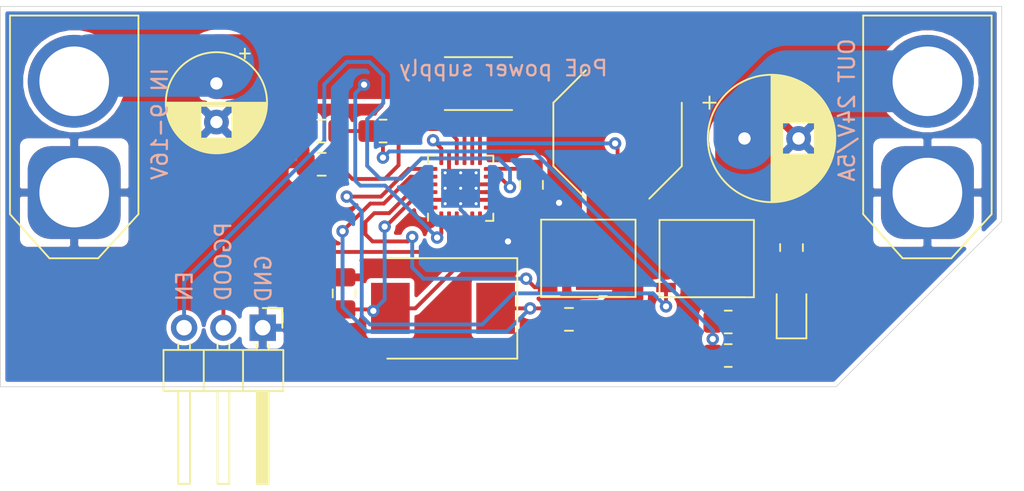
<source format=kicad_pcb>
(kicad_pcb (version 20171130) (host pcbnew 5.1.10)

  (general
    (thickness 1.6)
    (drawings 11)
    (tracks 192)
    (zones 0)
    (modules 21)
    (nets 18)
  )

  (page A4)
  (layers
    (0 F.Cu signal)
    (31 B.Cu signal)
    (32 B.Adhes user)
    (33 F.Adhes user)
    (34 B.Paste user)
    (35 F.Paste user)
    (36 B.SilkS user)
    (37 F.SilkS user)
    (38 B.Mask user)
    (39 F.Mask user)
    (40 Dwgs.User user)
    (41 Cmts.User user)
    (42 Eco1.User user)
    (43 Eco2.User user)
    (44 Edge.Cuts user)
    (45 Margin user)
    (46 B.CrtYd user)
    (47 F.CrtYd user)
    (48 B.Fab user)
    (49 F.Fab user)
  )

  (setup
    (last_trace_width 4)
    (user_trace_width 0.4)
    (user_trace_width 1)
    (user_trace_width 2)
    (user_trace_width 4)
    (trace_clearance 0.2)
    (zone_clearance 0.3)
    (zone_45_only yes)
    (trace_min 0.2)
    (via_size 0.8)
    (via_drill 0.4)
    (via_min_size 0.4)
    (via_min_drill 0.3)
    (uvia_size 0.3)
    (uvia_drill 0.1)
    (uvias_allowed no)
    (uvia_min_size 0.2)
    (uvia_min_drill 0.1)
    (edge_width 0.05)
    (segment_width 0.2)
    (pcb_text_width 0.3)
    (pcb_text_size 1.5 1.5)
    (mod_edge_width 0.12)
    (mod_text_size 1 1)
    (mod_text_width 0.15)
    (pad_size 1.524 1.524)
    (pad_drill 0.762)
    (pad_to_mask_clearance 0)
    (aux_axis_origin 0 0)
    (visible_elements FFFFFF7F)
    (pcbplotparams
      (layerselection 0x010fc_ffffffff)
      (usegerberextensions false)
      (usegerberattributes true)
      (usegerberadvancedattributes true)
      (creategerberjobfile true)
      (excludeedgelayer true)
      (linewidth 0.100000)
      (plotframeref false)
      (viasonmask false)
      (mode 1)
      (useauxorigin false)
      (hpglpennumber 1)
      (hpglpenspeed 20)
      (hpglpendiameter 15.000000)
      (psnegative false)
      (psa4output false)
      (plotreference true)
      (plotvalue true)
      (plotinvisibletext false)
      (padsonsilk false)
      (subtractmaskfromsilk false)
      (outputformat 1)
      (mirror false)
      (drillshape 1)
      (scaleselection 1)
      (outputdirectory ""))
  )

  (net 0 "")
  (net 1 GND)
  (net 2 /VIN)
  (net 3 "Net-(C2-Pad1)")
  (net 4 "Net-(C3-Pad1)")
  (net 5 "Net-(C4-Pad1)")
  (net 6 "Net-(C5-Pad2)")
  (net 7 "Net-(C5-Pad1)")
  (net 8 "Net-(C6-Pad1)")
  (net 9 /VOUT24V)
  (net 10 "Net-(D2-Pad2)")
  (net 11 "Net-(J1-Pad3)")
  (net 12 "Net-(J1-Pad2)")
  (net 13 "Net-(L1-Pad1)")
  (net 14 "Net-(R3-Pad2)")
  (net 15 "Net-(U1-Pad21)")
  (net 16 "Net-(U1-Pad19)")
  (net 17 "Net-(U1-Pad3)")

  (net_class Default "This is the default net class."
    (clearance 0.2)
    (trace_width 0.25)
    (via_dia 0.8)
    (via_drill 0.4)
    (uvia_dia 0.3)
    (uvia_drill 0.1)
    (add_net /VIN)
    (add_net /VOUT24V)
    (add_net GND)
    (add_net "Net-(C2-Pad1)")
    (add_net "Net-(C3-Pad1)")
    (add_net "Net-(C4-Pad1)")
    (add_net "Net-(C5-Pad1)")
    (add_net "Net-(C5-Pad2)")
    (add_net "Net-(C6-Pad1)")
    (add_net "Net-(D2-Pad2)")
    (add_net "Net-(J1-Pad2)")
    (add_net "Net-(J1-Pad3)")
    (add_net "Net-(L1-Pad1)")
    (add_net "Net-(R3-Pad2)")
    (add_net "Net-(U1-Pad19)")
    (add_net "Net-(U1-Pad21)")
    (add_net "Net-(U1-Pad3)")
  )

  (module User:PQFN8 (layer F.Cu) (tedit 61431E0E) (tstamp 61812330)
    (at 142.39 63.51 270)
    (path /618F09D9)
    (fp_text reference U3 (at 0 -4.1 90) (layer F.SilkS) hide
      (effects (font (size 1 1) (thickness 0.15)))
    )
    (fp_text value NTMFS034N15MC (at 0 -5.08 90) (layer F.Fab)
      (effects (font (size 1 1) (thickness 0.15)))
    )
    (fp_line (start 2.6 -2.2) (end 2.6 3.3) (layer F.SilkS) (width 0.12))
    (fp_line (start 2.6 3.3) (end 2.6 -2.8) (layer F.SilkS) (width 0.12))
    (fp_line (start 2.6 -2.8) (end -2.4 -2.8) (layer F.SilkS) (width 0.12))
    (fp_line (start -2.4 -2.8) (end -2.4 3.3) (layer F.SilkS) (width 0.12))
    (fp_line (start -2.4 3.3) (end 2.6 3.3) (layer F.SilkS) (width 0.12))
    (fp_poly (pts (xy 2.1 1) (xy -1.9 1) (xy -1.9 -2.1) (xy 2.1 -2.1)) (layer F.Cu) (width 0.1))
    (fp_poly (pts (xy 2.2 1.1) (xy -2 1.1) (xy -2 -2.2) (xy 2.2 -2.2)) (layer F.Mask) (width 0.1))
    (fp_poly (pts (xy 2.1 1) (xy -1.9 1) (xy -1.9 -2.1) (xy 2.1 -2.1)) (layer F.Paste) (width 0.1))
    (pad 8 smd rect (at -1.84 -2.3 270) (size 0.61 1.47) (layers F.Cu F.Paste F.Mask)
      (net 9 /VOUT24V))
    (pad 7 smd rect (at -0.57 -2.3 270) (size 0.61 1.47) (layers F.Cu F.Paste F.Mask)
      (net 9 /VOUT24V))
    (pad 6 smd rect (at 0.7 -2.3 270) (size 0.61 1.47) (layers F.Cu F.Paste F.Mask)
      (net 9 /VOUT24V))
    (pad 5 smd rect (at 1.97 -2.3 270) (size 0.61 1.47) (layers F.Cu F.Paste F.Mask)
      (net 9 /VOUT24V))
    (pad 4 smd rect (at 1.97 2.88 270) (size 0.61 1.27) (layers F.Cu F.Paste F.Mask)
      (net 16 "Net-(U1-Pad19)"))
    (pad 3 smd rect (at 0.7 2.88 270) (size 0.61 1.27) (layers F.Cu F.Paste F.Mask)
      (net 7 "Net-(C5-Pad1)"))
    (pad 2 smd rect (at -0.57 2.88 270) (size 0.61 1.27) (layers F.Cu F.Paste F.Mask)
      (net 7 "Net-(C5-Pad1)"))
    (pad 1 smd rect (at -1.84 2.88 270) (size 0.61 1.27) (layers F.Cu F.Paste F.Mask)
      (net 7 "Net-(C5-Pad1)"))
  )

  (module User:PQFN8 (layer F.Cu) (tedit 61431E0E) (tstamp 6181231C)
    (at 134.74 63.49 270)
    (path /618E36B1)
    (fp_text reference U2 (at 0 -4.1 90) (layer F.SilkS) hide
      (effects (font (size 1 1) (thickness 0.15)))
    )
    (fp_text value NTMFS034N15MC (at 0 -5.08 90) (layer F.Fab)
      (effects (font (size 1 1) (thickness 0.15)))
    )
    (fp_line (start 2.6 -2.2) (end 2.6 3.3) (layer F.SilkS) (width 0.12))
    (fp_line (start 2.6 3.3) (end 2.6 -2.8) (layer F.SilkS) (width 0.12))
    (fp_line (start 2.6 -2.8) (end -2.4 -2.8) (layer F.SilkS) (width 0.12))
    (fp_line (start -2.4 -2.8) (end -2.4 3.3) (layer F.SilkS) (width 0.12))
    (fp_line (start -2.4 3.3) (end 2.6 3.3) (layer F.SilkS) (width 0.12))
    (fp_poly (pts (xy 2.1 1) (xy -1.9 1) (xy -1.9 -2.1) (xy 2.1 -2.1)) (layer F.Cu) (width 0.1))
    (fp_poly (pts (xy 2.2 1.1) (xy -2 1.1) (xy -2 -2.2) (xy 2.2 -2.2)) (layer F.Mask) (width 0.1))
    (fp_poly (pts (xy 2.1 1) (xy -1.9 1) (xy -1.9 -2.1) (xy 2.1 -2.1)) (layer F.Paste) (width 0.1))
    (pad 8 smd rect (at -1.84 -2.3 270) (size 0.61 1.47) (layers F.Cu F.Paste F.Mask)
      (net 7 "Net-(C5-Pad1)"))
    (pad 7 smd rect (at -0.57 -2.3 270) (size 0.61 1.47) (layers F.Cu F.Paste F.Mask)
      (net 7 "Net-(C5-Pad1)"))
    (pad 6 smd rect (at 0.7 -2.3 270) (size 0.61 1.47) (layers F.Cu F.Paste F.Mask)
      (net 7 "Net-(C5-Pad1)"))
    (pad 5 smd rect (at 1.97 -2.3 270) (size 0.61 1.47) (layers F.Cu F.Paste F.Mask)
      (net 7 "Net-(C5-Pad1)"))
    (pad 4 smd rect (at 1.97 2.88 270) (size 0.61 1.27) (layers F.Cu F.Paste F.Mask)
      (net 15 "Net-(U1-Pad21)"))
    (pad 3 smd rect (at 0.7 2.88 270) (size 0.61 1.27) (layers F.Cu F.Paste F.Mask)
      (net 1 GND))
    (pad 2 smd rect (at -0.57 2.88 270) (size 0.61 1.27) (layers F.Cu F.Paste F.Mask)
      (net 1 GND))
    (pad 1 smd rect (at -1.84 2.88 270) (size 0.61 1.27) (layers F.Cu F.Paste F.Mask)
      (net 1 GND))
  )

  (module Package_DFN_QFN:HVQFN-24-1EP_4x4mm_P0.5mm_EP2.5x2.5mm_ThermalVias (layer F.Cu) (tedit 5EB533B0) (tstamp 61812308)
    (at 126.24 59.06 90)
    (descr "HVQFN, 24 Pin (https://www.nxp.com/docs/en/package-information/SOT616-3.pdf), generated with kicad-footprint-generator ipc_noLead_generator.py")
    (tags "HVQFN NoLead")
    (path /618BD2C7)
    (attr smd)
    (fp_text reference U1 (at 0 -3.32 90) (layer F.SilkS) hide
      (effects (font (size 1 1) (thickness 0.15)))
    )
    (fp_text value LTC3769 (at 0 3.32 90) (layer F.Fab)
      (effects (font (size 1 1) (thickness 0.15)))
    )
    (fp_text user %R (at 0 0 90) (layer F.Fab)
      (effects (font (size 1 1) (thickness 0.15)))
    )
    (fp_line (start 1.635 -2.11) (end 2.11 -2.11) (layer F.SilkS) (width 0.12))
    (fp_line (start 2.11 -2.11) (end 2.11 -1.635) (layer F.SilkS) (width 0.12))
    (fp_line (start -1.635 2.11) (end -2.11 2.11) (layer F.SilkS) (width 0.12))
    (fp_line (start -2.11 2.11) (end -2.11 1.635) (layer F.SilkS) (width 0.12))
    (fp_line (start 1.635 2.11) (end 2.11 2.11) (layer F.SilkS) (width 0.12))
    (fp_line (start 2.11 2.11) (end 2.11 1.635) (layer F.SilkS) (width 0.12))
    (fp_line (start -1.635 -2.11) (end -2.11 -2.11) (layer F.SilkS) (width 0.12))
    (fp_line (start -1 -2) (end 2 -2) (layer F.Fab) (width 0.1))
    (fp_line (start 2 -2) (end 2 2) (layer F.Fab) (width 0.1))
    (fp_line (start 2 2) (end -2 2) (layer F.Fab) (width 0.1))
    (fp_line (start -2 2) (end -2 -1) (layer F.Fab) (width 0.1))
    (fp_line (start -2 -1) (end -1 -2) (layer F.Fab) (width 0.1))
    (fp_line (start -2.62 -2.62) (end -2.62 2.62) (layer F.CrtYd) (width 0.05))
    (fp_line (start -2.62 2.62) (end 2.62 2.62) (layer F.CrtYd) (width 0.05))
    (fp_line (start 2.62 2.62) (end 2.62 -2.62) (layer F.CrtYd) (width 0.05))
    (fp_line (start 2.62 -2.62) (end -2.62 -2.62) (layer F.CrtYd) (width 0.05))
    (pad "" smd custom (at 0.5 0.5 90) (size 0.778626 0.778626) (layers F.Paste)
      (options (clearance outline) (anchor circle))
      (primitives
        (gr_poly (pts
           (xy -0.315114 -0.192176) (xy -0.192176 -0.315114) (xy 0.192176 -0.315114) (xy 0.315114 -0.192176) (xy 0.315114 0.192176)
           (xy 0.192176 0.315114) (xy -0.192176 0.315114) (xy -0.315114 0.192176)) (width 0.296797))
      ))
    (pad "" smd custom (at 0.5 -0.5 90) (size 0.778626 0.778626) (layers F.Paste)
      (options (clearance outline) (anchor circle))
      (primitives
        (gr_poly (pts
           (xy -0.315114 -0.192176) (xy -0.192176 -0.315114) (xy 0.192176 -0.315114) (xy 0.315114 -0.192176) (xy 0.315114 0.192176)
           (xy 0.192176 0.315114) (xy -0.192176 0.315114) (xy -0.315114 0.192176)) (width 0.296797))
      ))
    (pad "" smd custom (at -0.5 0.5 90) (size 0.778626 0.778626) (layers F.Paste)
      (options (clearance outline) (anchor circle))
      (primitives
        (gr_poly (pts
           (xy -0.315114 -0.192176) (xy -0.192176 -0.315114) (xy 0.192176 -0.315114) (xy 0.315114 -0.192176) (xy 0.315114 0.192176)
           (xy 0.192176 0.315114) (xy -0.192176 0.315114) (xy -0.315114 0.192176)) (width 0.296797))
      ))
    (pad "" smd custom (at -0.5 -0.5 90) (size 0.778626 0.778626) (layers F.Paste)
      (options (clearance outline) (anchor circle))
      (primitives
        (gr_poly (pts
           (xy -0.315114 -0.192176) (xy -0.192176 -0.315114) (xy 0.192176 -0.315114) (xy 0.315114 -0.192176) (xy 0.315114 0.192176)
           (xy 0.192176 0.315114) (xy -0.192176 0.315114) (xy -0.315114 0.192176)) (width 0.296797))
      ))
    (pad 25 smd rect (at 0 0 90) (size 2.5 2.5) (layers B.Cu)
      (net 1 GND))
    (pad 25 thru_hole circle (at 1 1 90) (size 0.5 0.5) (drill 0.2) (layers *.Cu)
      (net 1 GND))
    (pad 25 thru_hole circle (at 0 1 90) (size 0.5 0.5) (drill 0.2) (layers *.Cu)
      (net 1 GND))
    (pad 25 thru_hole circle (at -1 1 90) (size 0.5 0.5) (drill 0.2) (layers *.Cu)
      (net 1 GND))
    (pad 25 thru_hole circle (at 1 0 90) (size 0.5 0.5) (drill 0.2) (layers *.Cu)
      (net 1 GND))
    (pad 25 thru_hole circle (at 0 0 90) (size 0.5 0.5) (drill 0.2) (layers *.Cu)
      (net 1 GND))
    (pad 25 thru_hole circle (at -1 0 90) (size 0.5 0.5) (drill 0.2) (layers *.Cu)
      (net 1 GND))
    (pad 25 thru_hole circle (at 1 -1 90) (size 0.5 0.5) (drill 0.2) (layers *.Cu)
      (net 1 GND))
    (pad 25 thru_hole circle (at 0 -1 90) (size 0.5 0.5) (drill 0.2) (layers *.Cu)
      (net 1 GND))
    (pad 25 thru_hole circle (at -1 -1 90) (size 0.5 0.5) (drill 0.2) (layers *.Cu)
      (net 1 GND))
    (pad 25 smd rect (at 0 0 90) (size 2.5 2.5) (layers F.Cu F.Mask)
      (net 1 GND))
    (pad 24 smd roundrect (at -1.25 -1.9375 90) (size 0.25 0.875) (layers F.Cu F.Paste F.Mask) (roundrect_rratio 0.25)
      (net 1 GND))
    (pad 23 smd roundrect (at -0.75 -1.9375 90) (size 0.25 0.875) (layers F.Cu F.Paste F.Mask) (roundrect_rratio 0.25)
      (net 1 GND))
    (pad 22 smd roundrect (at -0.25 -1.9375 90) (size 0.25 0.875) (layers F.Cu F.Paste F.Mask) (roundrect_rratio 0.25)
      (net 8 "Net-(C6-Pad1)"))
    (pad 21 smd roundrect (at 0.25 -1.9375 90) (size 0.25 0.875) (layers F.Cu F.Paste F.Mask) (roundrect_rratio 0.25)
      (net 15 "Net-(U1-Pad21)"))
    (pad 20 smd roundrect (at 0.75 -1.9375 90) (size 0.25 0.875) (layers F.Cu F.Paste F.Mask) (roundrect_rratio 0.25)
      (net 6 "Net-(C5-Pad2)"))
    (pad 19 smd roundrect (at 1.25 -1.9375 90) (size 0.25 0.875) (layers F.Cu F.Paste F.Mask) (roundrect_rratio 0.25)
      (net 16 "Net-(U1-Pad19)"))
    (pad 18 smd roundrect (at 1.9375 -1.25 90) (size 0.875 0.25) (layers F.Cu F.Paste F.Mask) (roundrect_rratio 0.25)
      (net 7 "Net-(C5-Pad1)"))
    (pad 17 smd roundrect (at 1.9375 -0.75 90) (size 0.875 0.25) (layers F.Cu F.Paste F.Mask) (roundrect_rratio 0.25)
      (net 1 GND))
    (pad 16 smd roundrect (at 1.9375 -0.25 90) (size 0.875 0.25) (layers F.Cu F.Paste F.Mask) (roundrect_rratio 0.25)
      (net 4 "Net-(C3-Pad1)"))
    (pad 15 smd roundrect (at 1.9375 0.25 90) (size 0.875 0.25) (layers F.Cu F.Paste F.Mask) (roundrect_rratio 0.25)
      (net 14 "Net-(R3-Pad2)"))
    (pad 14 smd roundrect (at 1.9375 0.75 90) (size 0.875 0.25) (layers F.Cu F.Paste F.Mask) (roundrect_rratio 0.25)
      (net 2 /VIN))
    (pad 13 smd roundrect (at 1.9375 1.25 90) (size 0.875 0.25) (layers F.Cu F.Paste F.Mask) (roundrect_rratio 0.25)
      (net 13 "Net-(L1-Pad1)"))
    (pad 12 smd roundrect (at 1.25 1.9375 90) (size 0.25 0.875) (layers F.Cu F.Paste F.Mask) (roundrect_rratio 0.25)
      (net 3 "Net-(C2-Pad1)"))
    (pad 11 smd roundrect (at 0.75 1.9375 90) (size 0.25 0.875) (layers F.Cu F.Paste F.Mask) (roundrect_rratio 0.25)
      (net 11 "Net-(J1-Pad3)"))
    (pad 10 smd roundrect (at 0.25 1.9375 90) (size 0.25 0.875) (layers F.Cu F.Paste F.Mask) (roundrect_rratio 0.25)
      (net 1 GND))
    (pad 9 smd roundrect (at -0.25 1.9375 90) (size 0.25 0.875) (layers F.Cu F.Paste F.Mask) (roundrect_rratio 0.25)
      (net 1 GND))
    (pad 8 smd roundrect (at -0.75 1.9375 90) (size 0.25 0.875) (layers F.Cu F.Paste F.Mask) (roundrect_rratio 0.25)
      (net 1 GND))
    (pad 7 smd roundrect (at -1.25 1.9375 90) (size 0.25 0.875) (layers F.Cu F.Paste F.Mask) (roundrect_rratio 0.25)
      (net 1 GND))
    (pad 6 smd roundrect (at -1.9375 1.25 90) (size 0.875 0.25) (layers F.Cu F.Paste F.Mask) (roundrect_rratio 0.25))
    (pad 5 smd roundrect (at -1.9375 0.75 90) (size 0.875 0.25) (layers F.Cu F.Paste F.Mask) (roundrect_rratio 0.25)
      (net 8 "Net-(C6-Pad1)"))
    (pad 4 smd roundrect (at -1.9375 0.25 90) (size 0.875 0.25) (layers F.Cu F.Paste F.Mask) (roundrect_rratio 0.25))
    (pad 3 smd roundrect (at -1.9375 -0.25 90) (size 0.875 0.25) (layers F.Cu F.Paste F.Mask) (roundrect_rratio 0.25)
      (net 17 "Net-(U1-Pad3)"))
    (pad 2 smd roundrect (at -1.9375 -0.75 90) (size 0.875 0.25) (layers F.Cu F.Paste F.Mask) (roundrect_rratio 0.25)
      (net 12 "Net-(J1-Pad2)"))
    (pad 1 smd roundrect (at -1.9375 -1.25 90) (size 0.875 0.25) (layers F.Cu F.Paste F.Mask) (roundrect_rratio 0.25)
      (net 2 /VIN))
    (model ${KISYS3DMOD}/Package_DFN_QFN.3dshapes/HVQFN-24-1EP_4x4mm_P0.5mm_EP2.5x2.5mm.wrl
      (at (xyz 0 0 0))
      (scale (xyz 1 1 1))
      (rotate (xyz 0 0 0))
    )
  )

  (module Resistor_SMD:R_0805_2012Metric_Pad1.20x1.40mm_HandSolder (layer F.Cu) (tedit 5F68FEEE) (tstamp 618122CC)
    (at 147.62 62.9 270)
    (descr "Resistor SMD 0805 (2012 Metric), square (rectangular) end terminal, IPC_7351 nominal with elongated pad for handsoldering. (Body size source: IPC-SM-782 page 72, https://www.pcb-3d.com/wordpress/wp-content/uploads/ipc-sm-782a_amendment_1_and_2.pdf), generated with kicad-footprint-generator")
    (tags "resistor handsolder")
    (path /6192D15C)
    (attr smd)
    (fp_text reference R5 (at 0 -1.65 90) (layer F.SilkS) hide
      (effects (font (size 1 1) (thickness 0.15)))
    )
    (fp_text value 5k1 (at 0 1.65 90) (layer F.Fab)
      (effects (font (size 1 1) (thickness 0.15)))
    )
    (fp_text user %R (at 0 0 90) (layer F.Fab)
      (effects (font (size 0.5 0.5) (thickness 0.08)))
    )
    (fp_line (start -1 0.625) (end -1 -0.625) (layer F.Fab) (width 0.1))
    (fp_line (start -1 -0.625) (end 1 -0.625) (layer F.Fab) (width 0.1))
    (fp_line (start 1 -0.625) (end 1 0.625) (layer F.Fab) (width 0.1))
    (fp_line (start 1 0.625) (end -1 0.625) (layer F.Fab) (width 0.1))
    (fp_line (start -0.227064 -0.735) (end 0.227064 -0.735) (layer F.SilkS) (width 0.12))
    (fp_line (start -0.227064 0.735) (end 0.227064 0.735) (layer F.SilkS) (width 0.12))
    (fp_line (start -1.85 0.95) (end -1.85 -0.95) (layer F.CrtYd) (width 0.05))
    (fp_line (start -1.85 -0.95) (end 1.85 -0.95) (layer F.CrtYd) (width 0.05))
    (fp_line (start 1.85 -0.95) (end 1.85 0.95) (layer F.CrtYd) (width 0.05))
    (fp_line (start 1.85 0.95) (end -1.85 0.95) (layer F.CrtYd) (width 0.05))
    (pad 2 smd roundrect (at 1 0 270) (size 1.2 1.4) (layers F.Cu F.Paste F.Mask) (roundrect_rratio 0.208333)
      (net 10 "Net-(D2-Pad2)"))
    (pad 1 smd roundrect (at -1 0 270) (size 1.2 1.4) (layers F.Cu F.Paste F.Mask) (roundrect_rratio 0.208333)
      (net 9 /VOUT24V))
    (model ${KISYS3DMOD}/Resistor_SMD.3dshapes/R_0805_2012Metric.wrl
      (at (xyz 0 0 0))
      (scale (xyz 1 1 1))
      (rotate (xyz 0 0 0))
    )
  )

  (module Resistor_SMD:R_0805_2012Metric_Pad1.20x1.40mm_HandSolder (layer F.Cu) (tedit 5F68FEEE) (tstamp 618122BB)
    (at 143.53 69.88)
    (descr "Resistor SMD 0805 (2012 Metric), square (rectangular) end terminal, IPC_7351 nominal with elongated pad for handsoldering. (Body size source: IPC-SM-782 page 72, https://www.pcb-3d.com/wordpress/wp-content/uploads/ipc-sm-782a_amendment_1_and_2.pdf), generated with kicad-footprint-generator")
    (tags "resistor handsolder")
    (path /618CF4E4)
    (attr smd)
    (fp_text reference R4 (at 0 -1.65) (layer F.SilkS) hide
      (effects (font (size 1 1) (thickness 0.15)))
    )
    (fp_text value 12k1 (at 0 1.65) (layer F.Fab)
      (effects (font (size 1 1) (thickness 0.15)))
    )
    (fp_text user %R (at 0 0) (layer F.Fab)
      (effects (font (size 0.5 0.5) (thickness 0.08)))
    )
    (fp_line (start -1 0.625) (end -1 -0.625) (layer F.Fab) (width 0.1))
    (fp_line (start -1 -0.625) (end 1 -0.625) (layer F.Fab) (width 0.1))
    (fp_line (start 1 -0.625) (end 1 0.625) (layer F.Fab) (width 0.1))
    (fp_line (start 1 0.625) (end -1 0.625) (layer F.Fab) (width 0.1))
    (fp_line (start -0.227064 -0.735) (end 0.227064 -0.735) (layer F.SilkS) (width 0.12))
    (fp_line (start -0.227064 0.735) (end 0.227064 0.735) (layer F.SilkS) (width 0.12))
    (fp_line (start -1.85 0.95) (end -1.85 -0.95) (layer F.CrtYd) (width 0.05))
    (fp_line (start -1.85 -0.95) (end 1.85 -0.95) (layer F.CrtYd) (width 0.05))
    (fp_line (start 1.85 -0.95) (end 1.85 0.95) (layer F.CrtYd) (width 0.05))
    (fp_line (start 1.85 0.95) (end -1.85 0.95) (layer F.CrtYd) (width 0.05))
    (pad 2 smd roundrect (at 1 0) (size 1.2 1.4) (layers F.Cu F.Paste F.Mask) (roundrect_rratio 0.208333)
      (net 1 GND))
    (pad 1 smd roundrect (at -1 0) (size 1.2 1.4) (layers F.Cu F.Paste F.Mask) (roundrect_rratio 0.208333)
      (net 14 "Net-(R3-Pad2)"))
    (model ${KISYS3DMOD}/Resistor_SMD.3dshapes/R_0805_2012Metric.wrl
      (at (xyz 0 0 0))
      (scale (xyz 1 1 1))
      (rotate (xyz 0 0 0))
    )
  )

  (module Resistor_SMD:R_0805_2012Metric_Pad1.20x1.40mm_HandSolder (layer F.Cu) (tedit 5F68FEEE) (tstamp 618122AA)
    (at 143.53 67.71 180)
    (descr "Resistor SMD 0805 (2012 Metric), square (rectangular) end terminal, IPC_7351 nominal with elongated pad for handsoldering. (Body size source: IPC-SM-782 page 72, https://www.pcb-3d.com/wordpress/wp-content/uploads/ipc-sm-782a_amendment_1_and_2.pdf), generated with kicad-footprint-generator")
    (tags "resistor handsolder")
    (path /618D0B63)
    (attr smd)
    (fp_text reference R3 (at 0 -1.65) (layer F.SilkS) hide
      (effects (font (size 1 1) (thickness 0.15)))
    )
    (fp_text value 232k (at 0 1.65) (layer F.Fab)
      (effects (font (size 1 1) (thickness 0.15)))
    )
    (fp_text user %R (at 0 0) (layer F.Fab)
      (effects (font (size 0.5 0.5) (thickness 0.08)))
    )
    (fp_line (start -1 0.625) (end -1 -0.625) (layer F.Fab) (width 0.1))
    (fp_line (start -1 -0.625) (end 1 -0.625) (layer F.Fab) (width 0.1))
    (fp_line (start 1 -0.625) (end 1 0.625) (layer F.Fab) (width 0.1))
    (fp_line (start 1 0.625) (end -1 0.625) (layer F.Fab) (width 0.1))
    (fp_line (start -0.227064 -0.735) (end 0.227064 -0.735) (layer F.SilkS) (width 0.12))
    (fp_line (start -0.227064 0.735) (end 0.227064 0.735) (layer F.SilkS) (width 0.12))
    (fp_line (start -1.85 0.95) (end -1.85 -0.95) (layer F.CrtYd) (width 0.05))
    (fp_line (start -1.85 -0.95) (end 1.85 -0.95) (layer F.CrtYd) (width 0.05))
    (fp_line (start 1.85 -0.95) (end 1.85 0.95) (layer F.CrtYd) (width 0.05))
    (fp_line (start 1.85 0.95) (end -1.85 0.95) (layer F.CrtYd) (width 0.05))
    (pad 2 smd roundrect (at 1 0 180) (size 1.2 1.4) (layers F.Cu F.Paste F.Mask) (roundrect_rratio 0.208333)
      (net 14 "Net-(R3-Pad2)"))
    (pad 1 smd roundrect (at -1 0 180) (size 1.2 1.4) (layers F.Cu F.Paste F.Mask) (roundrect_rratio 0.208333)
      (net 9 /VOUT24V))
    (model ${KISYS3DMOD}/Resistor_SMD.3dshapes/R_0805_2012Metric.wrl
      (at (xyz 0 0 0))
      (scale (xyz 1 1 1))
      (rotate (xyz 0 0 0))
    )
  )

  (module Resistor_SMD:R_2512_6332Metric_Pad1.40x3.35mm_HandSolder (layer F.Cu) (tedit 5F68FEEE) (tstamp 61812299)
    (at 127.39 52.29)
    (descr "Resistor SMD 2512 (6332 Metric), square (rectangular) end terminal, IPC_7351 nominal with elongated pad for handsoldering. (Body size source: IPC-SM-782 page 72, https://www.pcb-3d.com/wordpress/wp-content/uploads/ipc-sm-782a_amendment_1_and_2.pdf), generated with kicad-footprint-generator")
    (tags "resistor handsolder")
    (path /618DE6EA)
    (attr smd)
    (fp_text reference R2 (at 0 -2.62) (layer F.SilkS) hide
      (effects (font (size 1 1) (thickness 0.15)))
    )
    (fp_text value 0R004 (at 0 2.62) (layer F.Fab)
      (effects (font (size 1 1) (thickness 0.15)))
    )
    (fp_text user %R (at 0 0) (layer F.Fab)
      (effects (font (size 1 1) (thickness 0.15)))
    )
    (fp_line (start -3.15 1.6) (end -3.15 -1.6) (layer F.Fab) (width 0.1))
    (fp_line (start -3.15 -1.6) (end 3.15 -1.6) (layer F.Fab) (width 0.1))
    (fp_line (start 3.15 -1.6) (end 3.15 1.6) (layer F.Fab) (width 0.1))
    (fp_line (start 3.15 1.6) (end -3.15 1.6) (layer F.Fab) (width 0.1))
    (fp_line (start -2.177064 -1.71) (end 2.177064 -1.71) (layer F.SilkS) (width 0.12))
    (fp_line (start -2.177064 1.71) (end 2.177064 1.71) (layer F.SilkS) (width 0.12))
    (fp_line (start -4 1.92) (end -4 -1.92) (layer F.CrtYd) (width 0.05))
    (fp_line (start -4 -1.92) (end 4 -1.92) (layer F.CrtYd) (width 0.05))
    (fp_line (start 4 -1.92) (end 4 1.92) (layer F.CrtYd) (width 0.05))
    (fp_line (start 4 1.92) (end -4 1.92) (layer F.CrtYd) (width 0.05))
    (pad 2 smd roundrect (at 3.05 0) (size 1.4 3.35) (layers F.Cu F.Paste F.Mask) (roundrect_rratio 0.178571)
      (net 13 "Net-(L1-Pad1)"))
    (pad 1 smd roundrect (at -3.05 0) (size 1.4 3.35) (layers F.Cu F.Paste F.Mask) (roundrect_rratio 0.178571)
      (net 2 /VIN))
    (model ${KISYS3DMOD}/Resistor_SMD.3dshapes/R_2512_6332Metric.wrl
      (at (xyz 0 0 0))
      (scale (xyz 1 1 1))
      (rotate (xyz 0 0 0))
    )
  )

  (module Resistor_SMD:R_0805_2012Metric_Pad1.20x1.40mm_HandSolder (layer F.Cu) (tedit 5F68FEEE) (tstamp 61812288)
    (at 121.23 55.36 180)
    (descr "Resistor SMD 0805 (2012 Metric), square (rectangular) end terminal, IPC_7351 nominal with elongated pad for handsoldering. (Body size source: IPC-SM-782 page 72, https://www.pcb-3d.com/wordpress/wp-content/uploads/ipc-sm-782a_amendment_1_and_2.pdf), generated with kicad-footprint-generator")
    (tags "resistor handsolder")
    (path /618BFCDB)
    (attr smd)
    (fp_text reference R1 (at 0 -1.65) (layer F.SilkS) hide
      (effects (font (size 1 1) (thickness 0.15)))
    )
    (fp_text value 8k66 (at 0 1.65) (layer F.Fab)
      (effects (font (size 1 1) (thickness 0.15)))
    )
    (fp_text user %R (at 0 0) (layer F.Fab)
      (effects (font (size 0.5 0.5) (thickness 0.08)))
    )
    (fp_line (start -1 0.625) (end -1 -0.625) (layer F.Fab) (width 0.1))
    (fp_line (start -1 -0.625) (end 1 -0.625) (layer F.Fab) (width 0.1))
    (fp_line (start 1 -0.625) (end 1 0.625) (layer F.Fab) (width 0.1))
    (fp_line (start 1 0.625) (end -1 0.625) (layer F.Fab) (width 0.1))
    (fp_line (start -0.227064 -0.735) (end 0.227064 -0.735) (layer F.SilkS) (width 0.12))
    (fp_line (start -0.227064 0.735) (end 0.227064 0.735) (layer F.SilkS) (width 0.12))
    (fp_line (start -1.85 0.95) (end -1.85 -0.95) (layer F.CrtYd) (width 0.05))
    (fp_line (start -1.85 -0.95) (end 1.85 -0.95) (layer F.CrtYd) (width 0.05))
    (fp_line (start 1.85 -0.95) (end 1.85 0.95) (layer F.CrtYd) (width 0.05))
    (fp_line (start 1.85 0.95) (end -1.85 0.95) (layer F.CrtYd) (width 0.05))
    (pad 2 smd roundrect (at 1 0 180) (size 1.2 1.4) (layers F.Cu F.Paste F.Mask) (roundrect_rratio 0.208333)
      (net 5 "Net-(C4-Pad1)"))
    (pad 1 smd roundrect (at -1 0 180) (size 1.2 1.4) (layers F.Cu F.Paste F.Mask) (roundrect_rratio 0.208333)
      (net 4 "Net-(C3-Pad1)"))
    (model ${KISYS3DMOD}/Resistor_SMD.3dshapes/R_0805_2012Metric.wrl
      (at (xyz 0 0 0))
      (scale (xyz 1 1 1))
      (rotate (xyz 0 0 0))
    )
  )

  (module Inductor_SMD:L_Bourns-SRU8028_8.0x8.0mm (layer F.Cu) (tedit 5990349C) (tstamp 61812277)
    (at 136.38 55.58 270)
    (descr "Bourns SRU8028 series SMD inductor")
    (tags "Bourns SRU8028 SMD inductor")
    (path /618E64AF)
    (attr smd)
    (fp_text reference L1 (at 0 5.2 90) (layer F.SilkS) hide
      (effects (font (size 1 1) (thickness 0.15)))
    )
    (fp_text value SDCH1V8040-3R3M-R (at 0 -5.1 90) (layer F.Fab)
      (effects (font (size 1 1) (thickness 0.15)))
    )
    (fp_text user %R (at 0 0 90) (layer F.Fab)
      (effects (font (size 1 1) (thickness 0.15)))
    )
    (fp_line (start 5.15 -4.4) (end 5.15 4.4) (layer F.CrtYd) (width 0.05))
    (fp_line (start 5.15 4.4) (end -5.15 4.4) (layer F.CrtYd) (width 0.05))
    (fp_line (start -5.15 4.4) (end -5.15 -4.4) (layer F.CrtYd) (width 0.05))
    (fp_line (start -5.15 -4.4) (end 5.15 -4.4) (layer F.CrtYd) (width 0.05))
    (fp_line (start 2.05 -4.15) (end 4.15 -2.05) (layer F.SilkS) (width 0.12))
    (fp_line (start 2.05 4.15) (end 4.15 2.05) (layer F.SilkS) (width 0.12))
    (fp_line (start 2.05 4.15) (end -2.05 4.15) (layer F.SilkS) (width 0.12))
    (fp_line (start -2.05 4.15) (end -4.15 2.05) (layer F.SilkS) (width 0.12))
    (fp_line (start -2.05 -4.15) (end 2.05 -4.15) (layer F.SilkS) (width 0.12))
    (fp_line (start 4 -2) (end 4 2) (layer F.Fab) (width 0.1))
    (fp_line (start 4 2) (end 2 4) (layer F.Fab) (width 0.1))
    (fp_line (start 2 4) (end -2 4) (layer F.Fab) (width 0.1))
    (fp_line (start -2 4) (end -4 2) (layer F.Fab) (width 0.1))
    (fp_line (start -4 2) (end -4 -2) (layer F.Fab) (width 0.1))
    (fp_line (start -4 -2) (end -2 -4) (layer F.Fab) (width 0.1))
    (fp_line (start -2 -4) (end 2 -4) (layer F.Fab) (width 0.1))
    (fp_line (start 2 -4) (end 4 -2) (layer F.Fab) (width 0.1))
    (fp_circle (center 0 0) (end 0 -3) (layer F.Fab) (width 0.1))
    (pad 2 smd rect (at 3.9 0 270) (size 2 3.2) (layers F.Cu F.Paste F.Mask)
      (net 7 "Net-(C5-Pad1)"))
    (pad 1 smd rect (at -3.9 0 270) (size 2 3.2) (layers F.Cu F.Paste F.Mask)
      (net 13 "Net-(L1-Pad1)"))
    (model ${KISYS3DMOD}/Inductor_SMD.3dshapes/L_Bourns-SRU8028_8.0x8.0mm.wrl
      (at (xyz 0 0 0))
      (scale (xyz 1 1 1))
      (rotate (xyz 0 0 0))
    )
  )

  (module Connector_AMASS:AMASS_XT60-F_1x02_P7.20mm_Vertical (layer F.Cu) (tedit 5D6C1D2C) (tstamp 6181225E)
    (at 156.4 59.34 90)
    (descr "AMASS female XT60, through hole, vertical, https://www.tme.eu/Document/2d152ced3b7a446066e6c419d84bb460/XT60%20SPEC.pdf")
    (tags "XT60 female vertical")
    (path /6191106C)
    (fp_text reference J3 (at 3.6 -5.3 270) (layer F.SilkS) hide
      (effects (font (size 1 1) (thickness 0.15)))
    )
    (fp_text value Conn_01x02 (at 3.6 5.4 90) (layer F.Fab)
      (effects (font (size 1 1) (thickness 0.15)))
    )
    (fp_text user %R (at 3.6 0.05 90) (layer F.Fab)
      (effects (font (size 1 1) (thickness 0.15)))
    )
    (fp_line (start 11.45 -4.15) (end -1.4 -4.15) (layer F.SilkS) (width 0.12))
    (fp_line (start -4.25 -1.6) (end -4.25 1.55) (layer F.SilkS) (width 0.12))
    (fp_line (start -1.4 4.15) (end 11.45 4.15) (layer F.SilkS) (width 0.12))
    (fp_line (start 11.45 4.15) (end 11.45 -4.15) (layer F.SilkS) (width 0.12))
    (fp_line (start -1.4 -4.15) (end -4.25 -1.6) (layer F.SilkS) (width 0.12))
    (fp_line (start -4.25 1.55) (end -1.4 4.15) (layer F.SilkS) (width 0.12))
    (fp_line (start 11.35 -4.05) (end -1.4 -4.05) (layer F.Fab) (width 0.12))
    (fp_line (start -1.4 -4.05) (end -4.15 -1.55) (layer F.Fab) (width 0.12))
    (fp_line (start -4.15 -1.55) (end -4.15 1.55) (layer F.Fab) (width 0.12))
    (fp_line (start -4.15 1.55) (end -1.4 4.05) (layer F.Fab) (width 0.12))
    (fp_line (start -1.4 4.05) (end 11.35 4.05) (layer F.Fab) (width 0.12))
    (fp_line (start 11.35 4.05) (end 11.35 -4.05) (layer F.Fab) (width 0.12))
    (fp_line (start 11.85 -4.6) (end 11.85 4.6) (layer F.CrtYd) (width 0.05))
    (fp_line (start 11.85 4.6) (end -1.6 4.6) (layer F.CrtYd) (width 0.05))
    (fp_line (start -1.6 4.6) (end -4.65 1.85) (layer F.CrtYd) (width 0.05))
    (fp_line (start -4.65 1.85) (end -4.65 -1.85) (layer F.CrtYd) (width 0.05))
    (fp_line (start -4.65 -1.85) (end -1.6 -4.6) (layer F.CrtYd) (width 0.05))
    (fp_line (start -1.6 -4.6) (end 11.85 -4.6) (layer F.CrtYd) (width 0.05))
    (pad 1 thru_hole roundrect (at 0 0 90) (size 6 6) (drill 4.5) (layers *.Cu *.Mask) (roundrect_rratio 0.25)
      (net 1 GND))
    (pad 2 thru_hole circle (at 7.2 0 90) (size 6 6) (drill 4.5) (layers *.Cu *.Mask)
      (net 9 /VOUT24V))
    (model ${KISYS3DMOD}/Connector_AMASS.3dshapes/AMASS_XT60-F_1x02_P7.2mm_Vertical.wrl
      (at (xyz 0 0 0))
      (scale (xyz 1 1 1))
      (rotate (xyz 0 0 0))
    )
  )

  (module Connector_AMASS:AMASS_XT60-M_1x02_P7.20mm_Vertical (layer F.Cu) (tedit 5D6C1D36) (tstamp 61812245)
    (at 101.27 59.34 90)
    (descr "AMASS female XT60, through hole, vertical, https://www.tme.eu/Document/2d152ced3b7a446066e6c419d84bb460/XT60%20SPEC.pdf")
    (tags "XT60 female vertical")
    (path /6190D083)
    (fp_text reference J2 (at 3.6 -5.3 270) (layer F.SilkS) hide
      (effects (font (size 1 1) (thickness 0.15)))
    )
    (fp_text value Conn_01x02 (at 3.6 5.4 90) (layer F.Fab)
      (effects (font (size 1 1) (thickness 0.15)))
    )
    (fp_text user %R (at 3.6 0.05 90) (layer F.Fab)
      (effects (font (size 1 1) (thickness 0.15)))
    )
    (fp_line (start -1.6 -4.6) (end 11.85 -4.6) (layer F.CrtYd) (width 0.05))
    (fp_line (start -4.65 -1.85) (end -1.6 -4.6) (layer F.CrtYd) (width 0.05))
    (fp_line (start -4.65 1.85) (end -4.65 -1.85) (layer F.CrtYd) (width 0.05))
    (fp_line (start -1.6 4.6) (end -4.65 1.85) (layer F.CrtYd) (width 0.05))
    (fp_line (start 11.85 4.6) (end -1.6 4.6) (layer F.CrtYd) (width 0.05))
    (fp_line (start 11.85 -4.6) (end 11.85 4.6) (layer F.CrtYd) (width 0.05))
    (fp_line (start 11.35 4.05) (end 11.35 -4.05) (layer F.Fab) (width 0.12))
    (fp_line (start -1.4 4.05) (end 11.35 4.05) (layer F.Fab) (width 0.12))
    (fp_line (start -4.15 1.55) (end -1.4 4.05) (layer F.Fab) (width 0.12))
    (fp_line (start -4.15 -1.55) (end -4.15 1.55) (layer F.Fab) (width 0.12))
    (fp_line (start -1.4 -4.05) (end -4.15 -1.55) (layer F.Fab) (width 0.12))
    (fp_line (start 11.35 -4.05) (end -1.4 -4.05) (layer F.Fab) (width 0.12))
    (fp_line (start -4.25 1.55) (end -1.4 4.15) (layer F.SilkS) (width 0.12))
    (fp_line (start -1.4 -4.15) (end -4.25 -1.6) (layer F.SilkS) (width 0.12))
    (fp_line (start 11.45 4.15) (end 11.45 -4.15) (layer F.SilkS) (width 0.12))
    (fp_line (start -1.4 4.15) (end 11.45 4.15) (layer F.SilkS) (width 0.12))
    (fp_line (start -4.25 -1.6) (end -4.25 1.55) (layer F.SilkS) (width 0.12))
    (fp_line (start 11.45 -4.15) (end -1.4 -4.15) (layer F.SilkS) (width 0.12))
    (pad 1 thru_hole roundrect (at 0 0 90) (size 6 6) (drill 4.5) (layers *.Cu *.Mask) (roundrect_rratio 0.25)
      (net 1 GND))
    (pad 2 thru_hole circle (at 7.2 0 90) (size 6 6) (drill 4.5) (layers *.Cu *.Mask)
      (net 2 /VIN))
    (model ${KISYS3DMOD}/Connector_AMASS.3dshapes/AMASS_XT60-M_1x02_P7.2mm_Vertical.wrl
      (at (xyz 0 0 0))
      (scale (xyz 1 1 1))
      (rotate (xyz 0 0 0))
    )
  )

  (module Connector_PinHeader_2.54mm:PinHeader_1x03_P2.54mm_Horizontal (layer F.Cu) (tedit 59FED5CB) (tstamp 6181222C)
    (at 113.45 68.08 270)
    (descr "Through hole angled pin header, 1x03, 2.54mm pitch, 6mm pin length, single row")
    (tags "Through hole angled pin header THT 1x03 2.54mm single row")
    (path /6190681A)
    (fp_text reference J1 (at 4.385 -2.27 90) (layer F.SilkS) hide
      (effects (font (size 1 1) (thickness 0.15)))
    )
    (fp_text value Conn_01x03 (at 4.385 7.35 90) (layer F.Fab)
      (effects (font (size 1 1) (thickness 0.15)))
    )
    (fp_text user %R (at 2.77 2.54) (layer F.Fab)
      (effects (font (size 1 1) (thickness 0.15)))
    )
    (fp_line (start 2.135 -1.27) (end 4.04 -1.27) (layer F.Fab) (width 0.1))
    (fp_line (start 4.04 -1.27) (end 4.04 6.35) (layer F.Fab) (width 0.1))
    (fp_line (start 4.04 6.35) (end 1.5 6.35) (layer F.Fab) (width 0.1))
    (fp_line (start 1.5 6.35) (end 1.5 -0.635) (layer F.Fab) (width 0.1))
    (fp_line (start 1.5 -0.635) (end 2.135 -1.27) (layer F.Fab) (width 0.1))
    (fp_line (start -0.32 -0.32) (end 1.5 -0.32) (layer F.Fab) (width 0.1))
    (fp_line (start -0.32 -0.32) (end -0.32 0.32) (layer F.Fab) (width 0.1))
    (fp_line (start -0.32 0.32) (end 1.5 0.32) (layer F.Fab) (width 0.1))
    (fp_line (start 4.04 -0.32) (end 10.04 -0.32) (layer F.Fab) (width 0.1))
    (fp_line (start 10.04 -0.32) (end 10.04 0.32) (layer F.Fab) (width 0.1))
    (fp_line (start 4.04 0.32) (end 10.04 0.32) (layer F.Fab) (width 0.1))
    (fp_line (start -0.32 2.22) (end 1.5 2.22) (layer F.Fab) (width 0.1))
    (fp_line (start -0.32 2.22) (end -0.32 2.86) (layer F.Fab) (width 0.1))
    (fp_line (start -0.32 2.86) (end 1.5 2.86) (layer F.Fab) (width 0.1))
    (fp_line (start 4.04 2.22) (end 10.04 2.22) (layer F.Fab) (width 0.1))
    (fp_line (start 10.04 2.22) (end 10.04 2.86) (layer F.Fab) (width 0.1))
    (fp_line (start 4.04 2.86) (end 10.04 2.86) (layer F.Fab) (width 0.1))
    (fp_line (start -0.32 4.76) (end 1.5 4.76) (layer F.Fab) (width 0.1))
    (fp_line (start -0.32 4.76) (end -0.32 5.4) (layer F.Fab) (width 0.1))
    (fp_line (start -0.32 5.4) (end 1.5 5.4) (layer F.Fab) (width 0.1))
    (fp_line (start 4.04 4.76) (end 10.04 4.76) (layer F.Fab) (width 0.1))
    (fp_line (start 10.04 4.76) (end 10.04 5.4) (layer F.Fab) (width 0.1))
    (fp_line (start 4.04 5.4) (end 10.04 5.4) (layer F.Fab) (width 0.1))
    (fp_line (start 1.44 -1.33) (end 1.44 6.41) (layer F.SilkS) (width 0.12))
    (fp_line (start 1.44 6.41) (end 4.1 6.41) (layer F.SilkS) (width 0.12))
    (fp_line (start 4.1 6.41) (end 4.1 -1.33) (layer F.SilkS) (width 0.12))
    (fp_line (start 4.1 -1.33) (end 1.44 -1.33) (layer F.SilkS) (width 0.12))
    (fp_line (start 4.1 -0.38) (end 10.1 -0.38) (layer F.SilkS) (width 0.12))
    (fp_line (start 10.1 -0.38) (end 10.1 0.38) (layer F.SilkS) (width 0.12))
    (fp_line (start 10.1 0.38) (end 4.1 0.38) (layer F.SilkS) (width 0.12))
    (fp_line (start 4.1 -0.32) (end 10.1 -0.32) (layer F.SilkS) (width 0.12))
    (fp_line (start 4.1 -0.2) (end 10.1 -0.2) (layer F.SilkS) (width 0.12))
    (fp_line (start 4.1 -0.08) (end 10.1 -0.08) (layer F.SilkS) (width 0.12))
    (fp_line (start 4.1 0.04) (end 10.1 0.04) (layer F.SilkS) (width 0.12))
    (fp_line (start 4.1 0.16) (end 10.1 0.16) (layer F.SilkS) (width 0.12))
    (fp_line (start 4.1 0.28) (end 10.1 0.28) (layer F.SilkS) (width 0.12))
    (fp_line (start 1.11 -0.38) (end 1.44 -0.38) (layer F.SilkS) (width 0.12))
    (fp_line (start 1.11 0.38) (end 1.44 0.38) (layer F.SilkS) (width 0.12))
    (fp_line (start 1.44 1.27) (end 4.1 1.27) (layer F.SilkS) (width 0.12))
    (fp_line (start 4.1 2.16) (end 10.1 2.16) (layer F.SilkS) (width 0.12))
    (fp_line (start 10.1 2.16) (end 10.1 2.92) (layer F.SilkS) (width 0.12))
    (fp_line (start 10.1 2.92) (end 4.1 2.92) (layer F.SilkS) (width 0.12))
    (fp_line (start 1.042929 2.16) (end 1.44 2.16) (layer F.SilkS) (width 0.12))
    (fp_line (start 1.042929 2.92) (end 1.44 2.92) (layer F.SilkS) (width 0.12))
    (fp_line (start 1.44 3.81) (end 4.1 3.81) (layer F.SilkS) (width 0.12))
    (fp_line (start 4.1 4.7) (end 10.1 4.7) (layer F.SilkS) (width 0.12))
    (fp_line (start 10.1 4.7) (end 10.1 5.46) (layer F.SilkS) (width 0.12))
    (fp_line (start 10.1 5.46) (end 4.1 5.46) (layer F.SilkS) (width 0.12))
    (fp_line (start 1.042929 4.7) (end 1.44 4.7) (layer F.SilkS) (width 0.12))
    (fp_line (start 1.042929 5.46) (end 1.44 5.46) (layer F.SilkS) (width 0.12))
    (fp_line (start -1.27 0) (end -1.27 -1.27) (layer F.SilkS) (width 0.12))
    (fp_line (start -1.27 -1.27) (end 0 -1.27) (layer F.SilkS) (width 0.12))
    (fp_line (start -1.8 -1.8) (end -1.8 6.85) (layer F.CrtYd) (width 0.05))
    (fp_line (start -1.8 6.85) (end 10.55 6.85) (layer F.CrtYd) (width 0.05))
    (fp_line (start 10.55 6.85) (end 10.55 -1.8) (layer F.CrtYd) (width 0.05))
    (fp_line (start 10.55 -1.8) (end -1.8 -1.8) (layer F.CrtYd) (width 0.05))
    (pad 3 thru_hole oval (at 0 5.08 270) (size 1.7 1.7) (drill 1) (layers *.Cu *.Mask)
      (net 11 "Net-(J1-Pad3)"))
    (pad 2 thru_hole oval (at 0 2.54 270) (size 1.7 1.7) (drill 1) (layers *.Cu *.Mask)
      (net 12 "Net-(J1-Pad2)"))
    (pad 1 thru_hole rect (at 0 0 270) (size 1.7 1.7) (drill 1) (layers *.Cu *.Mask)
      (net 1 GND))
    (model ${KISYS3DMOD}/Connector_PinHeader_2.54mm.3dshapes/PinHeader_1x03_P2.54mm_Horizontal.wrl
      (at (xyz 0 0 0))
      (scale (xyz 1 1 1))
      (rotate (xyz 0 0 0))
    )
  )

  (module LED_SMD:LED_0805_2012Metric_Pad1.15x1.40mm_HandSolder (layer F.Cu) (tedit 5F68FEF1) (tstamp 618121EC)
    (at 147.62 66.91 90)
    (descr "LED SMD 0805 (2012 Metric), square (rectangular) end terminal, IPC_7351 nominal, (Body size source: https://docs.google.com/spreadsheets/d/1BsfQQcO9C6DZCsRaXUlFlo91Tg2WpOkGARC1WS5S8t0/edit?usp=sharing), generated with kicad-footprint-generator")
    (tags "LED handsolder")
    (path /6192A139)
    (attr smd)
    (fp_text reference D2 (at 0 -1.65 90) (layer F.SilkS) hide
      (effects (font (size 1 1) (thickness 0.15)))
    )
    (fp_text value LED (at 0 1.65 90) (layer F.Fab)
      (effects (font (size 1 1) (thickness 0.15)))
    )
    (fp_text user %R (at 0 0 90) (layer F.Fab)
      (effects (font (size 0.5 0.5) (thickness 0.08)))
    )
    (fp_line (start 1 -0.6) (end -0.7 -0.6) (layer F.Fab) (width 0.1))
    (fp_line (start -0.7 -0.6) (end -1 -0.3) (layer F.Fab) (width 0.1))
    (fp_line (start -1 -0.3) (end -1 0.6) (layer F.Fab) (width 0.1))
    (fp_line (start -1 0.6) (end 1 0.6) (layer F.Fab) (width 0.1))
    (fp_line (start 1 0.6) (end 1 -0.6) (layer F.Fab) (width 0.1))
    (fp_line (start 1 -0.96) (end -1.86 -0.96) (layer F.SilkS) (width 0.12))
    (fp_line (start -1.86 -0.96) (end -1.86 0.96) (layer F.SilkS) (width 0.12))
    (fp_line (start -1.86 0.96) (end 1 0.96) (layer F.SilkS) (width 0.12))
    (fp_line (start -1.85 0.95) (end -1.85 -0.95) (layer F.CrtYd) (width 0.05))
    (fp_line (start -1.85 -0.95) (end 1.85 -0.95) (layer F.CrtYd) (width 0.05))
    (fp_line (start 1.85 -0.95) (end 1.85 0.95) (layer F.CrtYd) (width 0.05))
    (fp_line (start 1.85 0.95) (end -1.85 0.95) (layer F.CrtYd) (width 0.05))
    (pad 2 smd roundrect (at 1.025 0 90) (size 1.15 1.4) (layers F.Cu F.Paste F.Mask) (roundrect_rratio 0.217391)
      (net 10 "Net-(D2-Pad2)"))
    (pad 1 smd roundrect (at -1.025 0 90) (size 1.15 1.4) (layers F.Cu F.Paste F.Mask) (roundrect_rratio 0.217391)
      (net 1 GND))
    (model ${KISYS3DMOD}/LED_SMD.3dshapes/LED_0805_2012Metric.wrl
      (at (xyz 0 0 0))
      (scale (xyz 1 1 1))
      (rotate (xyz 0 0 0))
    )
  )

  (module Diode_SMD:D_SMC (layer F.Cu) (tedit 5864295D) (tstamp 618121D9)
    (at 125.1 66.83 180)
    (descr "Diode SMC (DO-214AB)")
    (tags "Diode SMC (DO-214AB)")
    (path /618D1E54)
    (attr smd)
    (fp_text reference D1 (at 0 -4.1) (layer F.SilkS) hide
      (effects (font (size 1 1) (thickness 0.15)))
    )
    (fp_text value MB520 (at 0 4.2) (layer F.Fab)
      (effects (font (size 1 1) (thickness 0.15)))
    )
    (fp_text user %R (at 0 -1.9) (layer F.Fab)
      (effects (font (size 1 1) (thickness 0.15)))
    )
    (fp_line (start -4.8 3.25) (end -4.8 -3.25) (layer F.SilkS) (width 0.12))
    (fp_line (start 3.55 3.1) (end -3.55 3.1) (layer F.Fab) (width 0.1))
    (fp_line (start -3.55 3.1) (end -3.55 -3.1) (layer F.Fab) (width 0.1))
    (fp_line (start 3.55 -3.1) (end 3.55 3.1) (layer F.Fab) (width 0.1))
    (fp_line (start 3.55 -3.1) (end -3.55 -3.1) (layer F.Fab) (width 0.1))
    (fp_line (start -4.9 -3.35) (end 4.9 -3.35) (layer F.CrtYd) (width 0.05))
    (fp_line (start 4.9 -3.35) (end 4.9 3.35) (layer F.CrtYd) (width 0.05))
    (fp_line (start 4.9 3.35) (end -4.9 3.35) (layer F.CrtYd) (width 0.05))
    (fp_line (start -4.9 3.35) (end -4.9 -3.35) (layer F.CrtYd) (width 0.05))
    (fp_line (start -0.64944 0.00102) (end -1.55114 0.00102) (layer F.Fab) (width 0.1))
    (fp_line (start 0.50118 0.00102) (end 1.4994 0.00102) (layer F.Fab) (width 0.1))
    (fp_line (start -0.64944 -0.79908) (end -0.64944 0.80112) (layer F.Fab) (width 0.1))
    (fp_line (start 0.50118 0.75032) (end 0.50118 -0.79908) (layer F.Fab) (width 0.1))
    (fp_line (start -0.64944 0.00102) (end 0.50118 0.75032) (layer F.Fab) (width 0.1))
    (fp_line (start -0.64944 0.00102) (end 0.50118 -0.79908) (layer F.Fab) (width 0.1))
    (fp_line (start -4.8 3.25) (end 3.6 3.25) (layer F.SilkS) (width 0.12))
    (fp_line (start -4.8 -3.25) (end 3.6 -3.25) (layer F.SilkS) (width 0.12))
    (pad 2 smd rect (at 3.4 0 270) (size 3.3 2.5) (layers F.Cu F.Paste F.Mask)
      (net 8 "Net-(C6-Pad1)"))
    (pad 1 smd rect (at -3.4 0 270) (size 3.3 2.5) (layers F.Cu F.Paste F.Mask)
      (net 6 "Net-(C5-Pad2)"))
    (model ${KISYS3DMOD}/Diode_SMD.3dshapes/D_SMC.wrl
      (at (xyz 0 0 0))
      (scale (xyz 1 1 1))
      (rotate (xyz 0 0 0))
    )
  )

  (module Capacitor_THT:CP_Radial_D8.0mm_P3.50mm (layer F.Cu) (tedit 5AE50EF0) (tstamp 618121C1)
    (at 144.58 55.84)
    (descr "CP, Radial series, Radial, pin pitch=3.50mm, , diameter=8mm, Electrolytic Capacitor")
    (tags "CP Radial series Radial pin pitch 3.50mm  diameter 8mm Electrolytic Capacitor")
    (path /61900CDB)
    (fp_text reference C7 (at 1.75 -5.25) (layer F.SilkS) hide
      (effects (font (size 1 1) (thickness 0.15)))
    )
    (fp_text value 220u (at 1.75 5.25) (layer F.Fab)
      (effects (font (size 1 1) (thickness 0.15)))
    )
    (fp_text user %R (at 1.75 0) (layer F.Fab)
      (effects (font (size 1 1) (thickness 0.15)))
    )
    (fp_circle (center 1.75 0) (end 5.75 0) (layer F.Fab) (width 0.1))
    (fp_circle (center 1.75 0) (end 5.87 0) (layer F.SilkS) (width 0.12))
    (fp_circle (center 1.75 0) (end 6 0) (layer F.CrtYd) (width 0.05))
    (fp_line (start -1.676759 -1.7475) (end -0.876759 -1.7475) (layer F.Fab) (width 0.1))
    (fp_line (start -1.276759 -2.1475) (end -1.276759 -1.3475) (layer F.Fab) (width 0.1))
    (fp_line (start 1.75 -4.08) (end 1.75 4.08) (layer F.SilkS) (width 0.12))
    (fp_line (start 1.79 -4.08) (end 1.79 4.08) (layer F.SilkS) (width 0.12))
    (fp_line (start 1.83 -4.08) (end 1.83 4.08) (layer F.SilkS) (width 0.12))
    (fp_line (start 1.87 -4.079) (end 1.87 4.079) (layer F.SilkS) (width 0.12))
    (fp_line (start 1.91 -4.077) (end 1.91 4.077) (layer F.SilkS) (width 0.12))
    (fp_line (start 1.95 -4.076) (end 1.95 4.076) (layer F.SilkS) (width 0.12))
    (fp_line (start 1.99 -4.074) (end 1.99 4.074) (layer F.SilkS) (width 0.12))
    (fp_line (start 2.03 -4.071) (end 2.03 4.071) (layer F.SilkS) (width 0.12))
    (fp_line (start 2.07 -4.068) (end 2.07 4.068) (layer F.SilkS) (width 0.12))
    (fp_line (start 2.11 -4.065) (end 2.11 4.065) (layer F.SilkS) (width 0.12))
    (fp_line (start 2.15 -4.061) (end 2.15 4.061) (layer F.SilkS) (width 0.12))
    (fp_line (start 2.19 -4.057) (end 2.19 4.057) (layer F.SilkS) (width 0.12))
    (fp_line (start 2.23 -4.052) (end 2.23 4.052) (layer F.SilkS) (width 0.12))
    (fp_line (start 2.27 -4.048) (end 2.27 4.048) (layer F.SilkS) (width 0.12))
    (fp_line (start 2.31 -4.042) (end 2.31 4.042) (layer F.SilkS) (width 0.12))
    (fp_line (start 2.35 -4.037) (end 2.35 4.037) (layer F.SilkS) (width 0.12))
    (fp_line (start 2.39 -4.03) (end 2.39 4.03) (layer F.SilkS) (width 0.12))
    (fp_line (start 2.43 -4.024) (end 2.43 4.024) (layer F.SilkS) (width 0.12))
    (fp_line (start 2.471 -4.017) (end 2.471 -1.04) (layer F.SilkS) (width 0.12))
    (fp_line (start 2.471 1.04) (end 2.471 4.017) (layer F.SilkS) (width 0.12))
    (fp_line (start 2.511 -4.01) (end 2.511 -1.04) (layer F.SilkS) (width 0.12))
    (fp_line (start 2.511 1.04) (end 2.511 4.01) (layer F.SilkS) (width 0.12))
    (fp_line (start 2.551 -4.002) (end 2.551 -1.04) (layer F.SilkS) (width 0.12))
    (fp_line (start 2.551 1.04) (end 2.551 4.002) (layer F.SilkS) (width 0.12))
    (fp_line (start 2.591 -3.994) (end 2.591 -1.04) (layer F.SilkS) (width 0.12))
    (fp_line (start 2.591 1.04) (end 2.591 3.994) (layer F.SilkS) (width 0.12))
    (fp_line (start 2.631 -3.985) (end 2.631 -1.04) (layer F.SilkS) (width 0.12))
    (fp_line (start 2.631 1.04) (end 2.631 3.985) (layer F.SilkS) (width 0.12))
    (fp_line (start 2.671 -3.976) (end 2.671 -1.04) (layer F.SilkS) (width 0.12))
    (fp_line (start 2.671 1.04) (end 2.671 3.976) (layer F.SilkS) (width 0.12))
    (fp_line (start 2.711 -3.967) (end 2.711 -1.04) (layer F.SilkS) (width 0.12))
    (fp_line (start 2.711 1.04) (end 2.711 3.967) (layer F.SilkS) (width 0.12))
    (fp_line (start 2.751 -3.957) (end 2.751 -1.04) (layer F.SilkS) (width 0.12))
    (fp_line (start 2.751 1.04) (end 2.751 3.957) (layer F.SilkS) (width 0.12))
    (fp_line (start 2.791 -3.947) (end 2.791 -1.04) (layer F.SilkS) (width 0.12))
    (fp_line (start 2.791 1.04) (end 2.791 3.947) (layer F.SilkS) (width 0.12))
    (fp_line (start 2.831 -3.936) (end 2.831 -1.04) (layer F.SilkS) (width 0.12))
    (fp_line (start 2.831 1.04) (end 2.831 3.936) (layer F.SilkS) (width 0.12))
    (fp_line (start 2.871 -3.925) (end 2.871 -1.04) (layer F.SilkS) (width 0.12))
    (fp_line (start 2.871 1.04) (end 2.871 3.925) (layer F.SilkS) (width 0.12))
    (fp_line (start 2.911 -3.914) (end 2.911 -1.04) (layer F.SilkS) (width 0.12))
    (fp_line (start 2.911 1.04) (end 2.911 3.914) (layer F.SilkS) (width 0.12))
    (fp_line (start 2.951 -3.902) (end 2.951 -1.04) (layer F.SilkS) (width 0.12))
    (fp_line (start 2.951 1.04) (end 2.951 3.902) (layer F.SilkS) (width 0.12))
    (fp_line (start 2.991 -3.889) (end 2.991 -1.04) (layer F.SilkS) (width 0.12))
    (fp_line (start 2.991 1.04) (end 2.991 3.889) (layer F.SilkS) (width 0.12))
    (fp_line (start 3.031 -3.877) (end 3.031 -1.04) (layer F.SilkS) (width 0.12))
    (fp_line (start 3.031 1.04) (end 3.031 3.877) (layer F.SilkS) (width 0.12))
    (fp_line (start 3.071 -3.863) (end 3.071 -1.04) (layer F.SilkS) (width 0.12))
    (fp_line (start 3.071 1.04) (end 3.071 3.863) (layer F.SilkS) (width 0.12))
    (fp_line (start 3.111 -3.85) (end 3.111 -1.04) (layer F.SilkS) (width 0.12))
    (fp_line (start 3.111 1.04) (end 3.111 3.85) (layer F.SilkS) (width 0.12))
    (fp_line (start 3.151 -3.835) (end 3.151 -1.04) (layer F.SilkS) (width 0.12))
    (fp_line (start 3.151 1.04) (end 3.151 3.835) (layer F.SilkS) (width 0.12))
    (fp_line (start 3.191 -3.821) (end 3.191 -1.04) (layer F.SilkS) (width 0.12))
    (fp_line (start 3.191 1.04) (end 3.191 3.821) (layer F.SilkS) (width 0.12))
    (fp_line (start 3.231 -3.805) (end 3.231 -1.04) (layer F.SilkS) (width 0.12))
    (fp_line (start 3.231 1.04) (end 3.231 3.805) (layer F.SilkS) (width 0.12))
    (fp_line (start 3.271 -3.79) (end 3.271 -1.04) (layer F.SilkS) (width 0.12))
    (fp_line (start 3.271 1.04) (end 3.271 3.79) (layer F.SilkS) (width 0.12))
    (fp_line (start 3.311 -3.774) (end 3.311 -1.04) (layer F.SilkS) (width 0.12))
    (fp_line (start 3.311 1.04) (end 3.311 3.774) (layer F.SilkS) (width 0.12))
    (fp_line (start 3.351 -3.757) (end 3.351 -1.04) (layer F.SilkS) (width 0.12))
    (fp_line (start 3.351 1.04) (end 3.351 3.757) (layer F.SilkS) (width 0.12))
    (fp_line (start 3.391 -3.74) (end 3.391 -1.04) (layer F.SilkS) (width 0.12))
    (fp_line (start 3.391 1.04) (end 3.391 3.74) (layer F.SilkS) (width 0.12))
    (fp_line (start 3.431 -3.722) (end 3.431 -1.04) (layer F.SilkS) (width 0.12))
    (fp_line (start 3.431 1.04) (end 3.431 3.722) (layer F.SilkS) (width 0.12))
    (fp_line (start 3.471 -3.704) (end 3.471 -1.04) (layer F.SilkS) (width 0.12))
    (fp_line (start 3.471 1.04) (end 3.471 3.704) (layer F.SilkS) (width 0.12))
    (fp_line (start 3.511 -3.686) (end 3.511 -1.04) (layer F.SilkS) (width 0.12))
    (fp_line (start 3.511 1.04) (end 3.511 3.686) (layer F.SilkS) (width 0.12))
    (fp_line (start 3.551 -3.666) (end 3.551 -1.04) (layer F.SilkS) (width 0.12))
    (fp_line (start 3.551 1.04) (end 3.551 3.666) (layer F.SilkS) (width 0.12))
    (fp_line (start 3.591 -3.647) (end 3.591 -1.04) (layer F.SilkS) (width 0.12))
    (fp_line (start 3.591 1.04) (end 3.591 3.647) (layer F.SilkS) (width 0.12))
    (fp_line (start 3.631 -3.627) (end 3.631 -1.04) (layer F.SilkS) (width 0.12))
    (fp_line (start 3.631 1.04) (end 3.631 3.627) (layer F.SilkS) (width 0.12))
    (fp_line (start 3.671 -3.606) (end 3.671 -1.04) (layer F.SilkS) (width 0.12))
    (fp_line (start 3.671 1.04) (end 3.671 3.606) (layer F.SilkS) (width 0.12))
    (fp_line (start 3.711 -3.584) (end 3.711 -1.04) (layer F.SilkS) (width 0.12))
    (fp_line (start 3.711 1.04) (end 3.711 3.584) (layer F.SilkS) (width 0.12))
    (fp_line (start 3.751 -3.562) (end 3.751 -1.04) (layer F.SilkS) (width 0.12))
    (fp_line (start 3.751 1.04) (end 3.751 3.562) (layer F.SilkS) (width 0.12))
    (fp_line (start 3.791 -3.54) (end 3.791 -1.04) (layer F.SilkS) (width 0.12))
    (fp_line (start 3.791 1.04) (end 3.791 3.54) (layer F.SilkS) (width 0.12))
    (fp_line (start 3.831 -3.517) (end 3.831 -1.04) (layer F.SilkS) (width 0.12))
    (fp_line (start 3.831 1.04) (end 3.831 3.517) (layer F.SilkS) (width 0.12))
    (fp_line (start 3.871 -3.493) (end 3.871 -1.04) (layer F.SilkS) (width 0.12))
    (fp_line (start 3.871 1.04) (end 3.871 3.493) (layer F.SilkS) (width 0.12))
    (fp_line (start 3.911 -3.469) (end 3.911 -1.04) (layer F.SilkS) (width 0.12))
    (fp_line (start 3.911 1.04) (end 3.911 3.469) (layer F.SilkS) (width 0.12))
    (fp_line (start 3.951 -3.444) (end 3.951 -1.04) (layer F.SilkS) (width 0.12))
    (fp_line (start 3.951 1.04) (end 3.951 3.444) (layer F.SilkS) (width 0.12))
    (fp_line (start 3.991 -3.418) (end 3.991 -1.04) (layer F.SilkS) (width 0.12))
    (fp_line (start 3.991 1.04) (end 3.991 3.418) (layer F.SilkS) (width 0.12))
    (fp_line (start 4.031 -3.392) (end 4.031 -1.04) (layer F.SilkS) (width 0.12))
    (fp_line (start 4.031 1.04) (end 4.031 3.392) (layer F.SilkS) (width 0.12))
    (fp_line (start 4.071 -3.365) (end 4.071 -1.04) (layer F.SilkS) (width 0.12))
    (fp_line (start 4.071 1.04) (end 4.071 3.365) (layer F.SilkS) (width 0.12))
    (fp_line (start 4.111 -3.338) (end 4.111 -1.04) (layer F.SilkS) (width 0.12))
    (fp_line (start 4.111 1.04) (end 4.111 3.338) (layer F.SilkS) (width 0.12))
    (fp_line (start 4.151 -3.309) (end 4.151 -1.04) (layer F.SilkS) (width 0.12))
    (fp_line (start 4.151 1.04) (end 4.151 3.309) (layer F.SilkS) (width 0.12))
    (fp_line (start 4.191 -3.28) (end 4.191 -1.04) (layer F.SilkS) (width 0.12))
    (fp_line (start 4.191 1.04) (end 4.191 3.28) (layer F.SilkS) (width 0.12))
    (fp_line (start 4.231 -3.25) (end 4.231 -1.04) (layer F.SilkS) (width 0.12))
    (fp_line (start 4.231 1.04) (end 4.231 3.25) (layer F.SilkS) (width 0.12))
    (fp_line (start 4.271 -3.22) (end 4.271 -1.04) (layer F.SilkS) (width 0.12))
    (fp_line (start 4.271 1.04) (end 4.271 3.22) (layer F.SilkS) (width 0.12))
    (fp_line (start 4.311 -3.189) (end 4.311 -1.04) (layer F.SilkS) (width 0.12))
    (fp_line (start 4.311 1.04) (end 4.311 3.189) (layer F.SilkS) (width 0.12))
    (fp_line (start 4.351 -3.156) (end 4.351 -1.04) (layer F.SilkS) (width 0.12))
    (fp_line (start 4.351 1.04) (end 4.351 3.156) (layer F.SilkS) (width 0.12))
    (fp_line (start 4.391 -3.124) (end 4.391 -1.04) (layer F.SilkS) (width 0.12))
    (fp_line (start 4.391 1.04) (end 4.391 3.124) (layer F.SilkS) (width 0.12))
    (fp_line (start 4.431 -3.09) (end 4.431 -1.04) (layer F.SilkS) (width 0.12))
    (fp_line (start 4.431 1.04) (end 4.431 3.09) (layer F.SilkS) (width 0.12))
    (fp_line (start 4.471 -3.055) (end 4.471 -1.04) (layer F.SilkS) (width 0.12))
    (fp_line (start 4.471 1.04) (end 4.471 3.055) (layer F.SilkS) (width 0.12))
    (fp_line (start 4.511 -3.019) (end 4.511 -1.04) (layer F.SilkS) (width 0.12))
    (fp_line (start 4.511 1.04) (end 4.511 3.019) (layer F.SilkS) (width 0.12))
    (fp_line (start 4.551 -2.983) (end 4.551 2.983) (layer F.SilkS) (width 0.12))
    (fp_line (start 4.591 -2.945) (end 4.591 2.945) (layer F.SilkS) (width 0.12))
    (fp_line (start 4.631 -2.907) (end 4.631 2.907) (layer F.SilkS) (width 0.12))
    (fp_line (start 4.671 -2.867) (end 4.671 2.867) (layer F.SilkS) (width 0.12))
    (fp_line (start 4.711 -2.826) (end 4.711 2.826) (layer F.SilkS) (width 0.12))
    (fp_line (start 4.751 -2.784) (end 4.751 2.784) (layer F.SilkS) (width 0.12))
    (fp_line (start 4.791 -2.741) (end 4.791 2.741) (layer F.SilkS) (width 0.12))
    (fp_line (start 4.831 -2.697) (end 4.831 2.697) (layer F.SilkS) (width 0.12))
    (fp_line (start 4.871 -2.651) (end 4.871 2.651) (layer F.SilkS) (width 0.12))
    (fp_line (start 4.911 -2.604) (end 4.911 2.604) (layer F.SilkS) (width 0.12))
    (fp_line (start 4.951 -2.556) (end 4.951 2.556) (layer F.SilkS) (width 0.12))
    (fp_line (start 4.991 -2.505) (end 4.991 2.505) (layer F.SilkS) (width 0.12))
    (fp_line (start 5.031 -2.454) (end 5.031 2.454) (layer F.SilkS) (width 0.12))
    (fp_line (start 5.071 -2.4) (end 5.071 2.4) (layer F.SilkS) (width 0.12))
    (fp_line (start 5.111 -2.345) (end 5.111 2.345) (layer F.SilkS) (width 0.12))
    (fp_line (start 5.151 -2.287) (end 5.151 2.287) (layer F.SilkS) (width 0.12))
    (fp_line (start 5.191 -2.228) (end 5.191 2.228) (layer F.SilkS) (width 0.12))
    (fp_line (start 5.231 -2.166) (end 5.231 2.166) (layer F.SilkS) (width 0.12))
    (fp_line (start 5.271 -2.102) (end 5.271 2.102) (layer F.SilkS) (width 0.12))
    (fp_line (start 5.311 -2.034) (end 5.311 2.034) (layer F.SilkS) (width 0.12))
    (fp_line (start 5.351 -1.964) (end 5.351 1.964) (layer F.SilkS) (width 0.12))
    (fp_line (start 5.391 -1.89) (end 5.391 1.89) (layer F.SilkS) (width 0.12))
    (fp_line (start 5.431 -1.813) (end 5.431 1.813) (layer F.SilkS) (width 0.12))
    (fp_line (start 5.471 -1.731) (end 5.471 1.731) (layer F.SilkS) (width 0.12))
    (fp_line (start 5.511 -1.645) (end 5.511 1.645) (layer F.SilkS) (width 0.12))
    (fp_line (start 5.551 -1.552) (end 5.551 1.552) (layer F.SilkS) (width 0.12))
    (fp_line (start 5.591 -1.453) (end 5.591 1.453) (layer F.SilkS) (width 0.12))
    (fp_line (start 5.631 -1.346) (end 5.631 1.346) (layer F.SilkS) (width 0.12))
    (fp_line (start 5.671 -1.229) (end 5.671 1.229) (layer F.SilkS) (width 0.12))
    (fp_line (start 5.711 -1.098) (end 5.711 1.098) (layer F.SilkS) (width 0.12))
    (fp_line (start 5.751 -0.948) (end 5.751 0.948) (layer F.SilkS) (width 0.12))
    (fp_line (start 5.791 -0.768) (end 5.791 0.768) (layer F.SilkS) (width 0.12))
    (fp_line (start 5.831 -0.533) (end 5.831 0.533) (layer F.SilkS) (width 0.12))
    (fp_line (start -2.659698 -2.315) (end -1.859698 -2.315) (layer F.SilkS) (width 0.12))
    (fp_line (start -2.259698 -2.715) (end -2.259698 -1.915) (layer F.SilkS) (width 0.12))
    (pad 2 thru_hole circle (at 3.5 0) (size 1.6 1.6) (drill 0.8) (layers *.Cu *.Mask)
      (net 1 GND))
    (pad 1 thru_hole rect (at 0 0) (size 1.6 1.6) (drill 0.8) (layers *.Cu *.Mask)
      (net 9 /VOUT24V))
    (model ${KISYS3DMOD}/Capacitor_THT.3dshapes/CP_Radial_D8.0mm_P3.50mm.wrl
      (at (xyz 0 0 0))
      (scale (xyz 1 1 1))
      (rotate (xyz 0 0 0))
    )
  )

  (module Capacitor_SMD:C_0805_2012Metric_Pad1.18x1.45mm_HandSolder (layer F.Cu) (tedit 5F68FEEF) (tstamp 61812118)
    (at 118.71 65.86 90)
    (descr "Capacitor SMD 0805 (2012 Metric), square (rectangular) end terminal, IPC_7351 nominal with elongated pad for handsoldering. (Body size source: IPC-SM-782 page 76, https://www.pcb-3d.com/wordpress/wp-content/uploads/ipc-sm-782a_amendment_1_and_2.pdf, https://docs.google.com/spreadsheets/d/1BsfQQcO9C6DZCsRaXUlFlo91Tg2WpOkGARC1WS5S8t0/edit?usp=sharing), generated with kicad-footprint-generator")
    (tags "capacitor handsolder")
    (path /618D3C2C)
    (attr smd)
    (fp_text reference C6 (at 0 -1.68 90) (layer F.SilkS) hide
      (effects (font (size 1 1) (thickness 0.15)))
    )
    (fp_text value 4u7 (at 0 1.68 90) (layer F.Fab)
      (effects (font (size 1 1) (thickness 0.15)))
    )
    (fp_text user %R (at 0 0 90) (layer F.Fab)
      (effects (font (size 0.5 0.5) (thickness 0.08)))
    )
    (fp_line (start -1 0.625) (end -1 -0.625) (layer F.Fab) (width 0.1))
    (fp_line (start -1 -0.625) (end 1 -0.625) (layer F.Fab) (width 0.1))
    (fp_line (start 1 -0.625) (end 1 0.625) (layer F.Fab) (width 0.1))
    (fp_line (start 1 0.625) (end -1 0.625) (layer F.Fab) (width 0.1))
    (fp_line (start -0.261252 -0.735) (end 0.261252 -0.735) (layer F.SilkS) (width 0.12))
    (fp_line (start -0.261252 0.735) (end 0.261252 0.735) (layer F.SilkS) (width 0.12))
    (fp_line (start -1.88 0.98) (end -1.88 -0.98) (layer F.CrtYd) (width 0.05))
    (fp_line (start -1.88 -0.98) (end 1.88 -0.98) (layer F.CrtYd) (width 0.05))
    (fp_line (start 1.88 -0.98) (end 1.88 0.98) (layer F.CrtYd) (width 0.05))
    (fp_line (start 1.88 0.98) (end -1.88 0.98) (layer F.CrtYd) (width 0.05))
    (pad 2 smd roundrect (at 1.0375 0 90) (size 1.175 1.45) (layers F.Cu F.Paste F.Mask) (roundrect_rratio 0.212766)
      (net 1 GND))
    (pad 1 smd roundrect (at -1.0375 0 90) (size 1.175 1.45) (layers F.Cu F.Paste F.Mask) (roundrect_rratio 0.212766)
      (net 8 "Net-(C6-Pad1)"))
    (model ${KISYS3DMOD}/Capacitor_SMD.3dshapes/C_0805_2012Metric.wrl
      (at (xyz 0 0 0))
      (scale (xyz 1 1 1))
      (rotate (xyz 0 0 0))
    )
  )

  (module Capacitor_SMD:C_0805_2012Metric_Pad1.18x1.45mm_HandSolder (layer F.Cu) (tedit 5F68FEEF) (tstamp 61812107)
    (at 133.24 67.54 180)
    (descr "Capacitor SMD 0805 (2012 Metric), square (rectangular) end terminal, IPC_7351 nominal with elongated pad for handsoldering. (Body size source: IPC-SM-782 page 76, https://www.pcb-3d.com/wordpress/wp-content/uploads/ipc-sm-782a_amendment_1_and_2.pdf, https://docs.google.com/spreadsheets/d/1BsfQQcO9C6DZCsRaXUlFlo91Tg2WpOkGARC1WS5S8t0/edit?usp=sharing), generated with kicad-footprint-generator")
    (tags "capacitor handsolder")
    (path /618D6B09)
    (attr smd)
    (fp_text reference C5 (at 0 -1.68) (layer F.SilkS) hide
      (effects (font (size 1 1) (thickness 0.15)))
    )
    (fp_text value 100n (at 0 1.68) (layer F.Fab)
      (effects (font (size 1 1) (thickness 0.15)))
    )
    (fp_text user %R (at 0 0) (layer F.Fab)
      (effects (font (size 0.5 0.5) (thickness 0.08)))
    )
    (fp_line (start -1 0.625) (end -1 -0.625) (layer F.Fab) (width 0.1))
    (fp_line (start -1 -0.625) (end 1 -0.625) (layer F.Fab) (width 0.1))
    (fp_line (start 1 -0.625) (end 1 0.625) (layer F.Fab) (width 0.1))
    (fp_line (start 1 0.625) (end -1 0.625) (layer F.Fab) (width 0.1))
    (fp_line (start -0.261252 -0.735) (end 0.261252 -0.735) (layer F.SilkS) (width 0.12))
    (fp_line (start -0.261252 0.735) (end 0.261252 0.735) (layer F.SilkS) (width 0.12))
    (fp_line (start -1.88 0.98) (end -1.88 -0.98) (layer F.CrtYd) (width 0.05))
    (fp_line (start -1.88 -0.98) (end 1.88 -0.98) (layer F.CrtYd) (width 0.05))
    (fp_line (start 1.88 -0.98) (end 1.88 0.98) (layer F.CrtYd) (width 0.05))
    (fp_line (start 1.88 0.98) (end -1.88 0.98) (layer F.CrtYd) (width 0.05))
    (pad 2 smd roundrect (at 1.0375 0 180) (size 1.175 1.45) (layers F.Cu F.Paste F.Mask) (roundrect_rratio 0.212766)
      (net 6 "Net-(C5-Pad2)"))
    (pad 1 smd roundrect (at -1.0375 0 180) (size 1.175 1.45) (layers F.Cu F.Paste F.Mask) (roundrect_rratio 0.212766)
      (net 7 "Net-(C5-Pad1)"))
    (model ${KISYS3DMOD}/Capacitor_SMD.3dshapes/C_0805_2012Metric.wrl
      (at (xyz 0 0 0))
      (scale (xyz 1 1 1))
      (rotate (xyz 0 0 0))
    )
  )

  (module Capacitor_SMD:C_0805_2012Metric_Pad1.18x1.45mm_HandSolder (layer F.Cu) (tedit 5F68FEEF) (tstamp 618120F6)
    (at 117.24 55.36 180)
    (descr "Capacitor SMD 0805 (2012 Metric), square (rectangular) end terminal, IPC_7351 nominal with elongated pad for handsoldering. (Body size source: IPC-SM-782 page 76, https://www.pcb-3d.com/wordpress/wp-content/uploads/ipc-sm-782a_amendment_1_and_2.pdf, https://docs.google.com/spreadsheets/d/1BsfQQcO9C6DZCsRaXUlFlo91Tg2WpOkGARC1WS5S8t0/edit?usp=sharing), generated with kicad-footprint-generator")
    (tags "capacitor handsolder")
    (path /618BF9BD)
    (attr smd)
    (fp_text reference C4 (at 0 -1.68) (layer F.SilkS) hide
      (effects (font (size 1 1) (thickness 0.15)))
    )
    (fp_text value 15n (at 0 1.68) (layer F.Fab)
      (effects (font (size 1 1) (thickness 0.15)))
    )
    (fp_text user %R (at 0 0) (layer F.Fab)
      (effects (font (size 0.5 0.5) (thickness 0.08)))
    )
    (fp_line (start -1 0.625) (end -1 -0.625) (layer F.Fab) (width 0.1))
    (fp_line (start -1 -0.625) (end 1 -0.625) (layer F.Fab) (width 0.1))
    (fp_line (start 1 -0.625) (end 1 0.625) (layer F.Fab) (width 0.1))
    (fp_line (start 1 0.625) (end -1 0.625) (layer F.Fab) (width 0.1))
    (fp_line (start -0.261252 -0.735) (end 0.261252 -0.735) (layer F.SilkS) (width 0.12))
    (fp_line (start -0.261252 0.735) (end 0.261252 0.735) (layer F.SilkS) (width 0.12))
    (fp_line (start -1.88 0.98) (end -1.88 -0.98) (layer F.CrtYd) (width 0.05))
    (fp_line (start -1.88 -0.98) (end 1.88 -0.98) (layer F.CrtYd) (width 0.05))
    (fp_line (start 1.88 -0.98) (end 1.88 0.98) (layer F.CrtYd) (width 0.05))
    (fp_line (start 1.88 0.98) (end -1.88 0.98) (layer F.CrtYd) (width 0.05))
    (pad 2 smd roundrect (at 1.0375 0 180) (size 1.175 1.45) (layers F.Cu F.Paste F.Mask) (roundrect_rratio 0.212766)
      (net 1 GND))
    (pad 1 smd roundrect (at -1.0375 0 180) (size 1.175 1.45) (layers F.Cu F.Paste F.Mask) (roundrect_rratio 0.212766)
      (net 5 "Net-(C4-Pad1)"))
    (model ${KISYS3DMOD}/Capacitor_SMD.3dshapes/C_0805_2012Metric.wrl
      (at (xyz 0 0 0))
      (scale (xyz 1 1 1))
      (rotate (xyz 0 0 0))
    )
  )

  (module Capacitor_SMD:C_0805_2012Metric_Pad1.18x1.45mm_HandSolder (layer F.Cu) (tedit 5F68FEEF) (tstamp 618120E5)
    (at 117.26 57.51 180)
    (descr "Capacitor SMD 0805 (2012 Metric), square (rectangular) end terminal, IPC_7351 nominal with elongated pad for handsoldering. (Body size source: IPC-SM-782 page 76, https://www.pcb-3d.com/wordpress/wp-content/uploads/ipc-sm-782a_amendment_1_and_2.pdf, https://docs.google.com/spreadsheets/d/1BsfQQcO9C6DZCsRaXUlFlo91Tg2WpOkGARC1WS5S8t0/edit?usp=sharing), generated with kicad-footprint-generator")
    (tags "capacitor handsolder")
    (path /618C0682)
    (attr smd)
    (fp_text reference C3 (at 0 -1.68) (layer F.SilkS) hide
      (effects (font (size 1 1) (thickness 0.15)))
    )
    (fp_text value 100p (at 0 1.68) (layer F.Fab)
      (effects (font (size 1 1) (thickness 0.15)))
    )
    (fp_text user %R (at 0 0) (layer F.Fab)
      (effects (font (size 0.5 0.5) (thickness 0.08)))
    )
    (fp_line (start -1 0.625) (end -1 -0.625) (layer F.Fab) (width 0.1))
    (fp_line (start -1 -0.625) (end 1 -0.625) (layer F.Fab) (width 0.1))
    (fp_line (start 1 -0.625) (end 1 0.625) (layer F.Fab) (width 0.1))
    (fp_line (start 1 0.625) (end -1 0.625) (layer F.Fab) (width 0.1))
    (fp_line (start -0.261252 -0.735) (end 0.261252 -0.735) (layer F.SilkS) (width 0.12))
    (fp_line (start -0.261252 0.735) (end 0.261252 0.735) (layer F.SilkS) (width 0.12))
    (fp_line (start -1.88 0.98) (end -1.88 -0.98) (layer F.CrtYd) (width 0.05))
    (fp_line (start -1.88 -0.98) (end 1.88 -0.98) (layer F.CrtYd) (width 0.05))
    (fp_line (start 1.88 -0.98) (end 1.88 0.98) (layer F.CrtYd) (width 0.05))
    (fp_line (start 1.88 0.98) (end -1.88 0.98) (layer F.CrtYd) (width 0.05))
    (pad 2 smd roundrect (at 1.0375 0 180) (size 1.175 1.45) (layers F.Cu F.Paste F.Mask) (roundrect_rratio 0.212766)
      (net 1 GND))
    (pad 1 smd roundrect (at -1.0375 0 180) (size 1.175 1.45) (layers F.Cu F.Paste F.Mask) (roundrect_rratio 0.212766)
      (net 4 "Net-(C3-Pad1)"))
    (model ${KISYS3DMOD}/Capacitor_SMD.3dshapes/C_0805_2012Metric.wrl
      (at (xyz 0 0 0))
      (scale (xyz 1 1 1))
      (rotate (xyz 0 0 0))
    )
  )

  (module Capacitor_SMD:C_0805_2012Metric_Pad1.18x1.45mm_HandSolder (layer F.Cu) (tedit 5F68FEEF) (tstamp 618120D4)
    (at 130.82 58.84 270)
    (descr "Capacitor SMD 0805 (2012 Metric), square (rectangular) end terminal, IPC_7351 nominal with elongated pad for handsoldering. (Body size source: IPC-SM-782 page 76, https://www.pcb-3d.com/wordpress/wp-content/uploads/ipc-sm-782a_amendment_1_and_2.pdf, https://docs.google.com/spreadsheets/d/1BsfQQcO9C6DZCsRaXUlFlo91Tg2WpOkGARC1WS5S8t0/edit?usp=sharing), generated with kicad-footprint-generator")
    (tags "capacitor handsolder")
    (path /618BE7E6)
    (attr smd)
    (fp_text reference C2 (at 0 -1.68 90) (layer F.SilkS) hide
      (effects (font (size 1 1) (thickness 0.15)))
    )
    (fp_text value 10n (at 0 1.68 90) (layer F.Fab)
      (effects (font (size 1 1) (thickness 0.15)))
    )
    (fp_text user %R (at 0 0 90) (layer F.Fab)
      (effects (font (size 0.5 0.5) (thickness 0.08)))
    )
    (fp_line (start -1 0.625) (end -1 -0.625) (layer F.Fab) (width 0.1))
    (fp_line (start -1 -0.625) (end 1 -0.625) (layer F.Fab) (width 0.1))
    (fp_line (start 1 -0.625) (end 1 0.625) (layer F.Fab) (width 0.1))
    (fp_line (start 1 0.625) (end -1 0.625) (layer F.Fab) (width 0.1))
    (fp_line (start -0.261252 -0.735) (end 0.261252 -0.735) (layer F.SilkS) (width 0.12))
    (fp_line (start -0.261252 0.735) (end 0.261252 0.735) (layer F.SilkS) (width 0.12))
    (fp_line (start -1.88 0.98) (end -1.88 -0.98) (layer F.CrtYd) (width 0.05))
    (fp_line (start -1.88 -0.98) (end 1.88 -0.98) (layer F.CrtYd) (width 0.05))
    (fp_line (start 1.88 -0.98) (end 1.88 0.98) (layer F.CrtYd) (width 0.05))
    (fp_line (start 1.88 0.98) (end -1.88 0.98) (layer F.CrtYd) (width 0.05))
    (pad 2 smd roundrect (at 1.0375 0 270) (size 1.175 1.45) (layers F.Cu F.Paste F.Mask) (roundrect_rratio 0.212766)
      (net 1 GND))
    (pad 1 smd roundrect (at -1.0375 0 270) (size 1.175 1.45) (layers F.Cu F.Paste F.Mask) (roundrect_rratio 0.212766)
      (net 3 "Net-(C2-Pad1)"))
    (model ${KISYS3DMOD}/Capacitor_SMD.3dshapes/C_0805_2012Metric.wrl
      (at (xyz 0 0 0))
      (scale (xyz 1 1 1))
      (rotate (xyz 0 0 0))
    )
  )

  (module Capacitor_THT:CP_Radial_D6.3mm_P2.50mm (layer F.Cu) (tedit 5AE50EF0) (tstamp 618120C3)
    (at 110.46 52.28 270)
    (descr "CP, Radial series, Radial, pin pitch=2.50mm, , diameter=6.3mm, Electrolytic Capacitor")
    (tags "CP Radial series Radial pin pitch 2.50mm  diameter 6.3mm Electrolytic Capacitor")
    (path /618BDEA8)
    (fp_text reference C1 (at 1.25 -4.4 90) (layer F.SilkS) hide
      (effects (font (size 1 1) (thickness 0.15)))
    )
    (fp_text value 22u (at 1.25 4.4 90) (layer F.Fab)
      (effects (font (size 1 1) (thickness 0.15)))
    )
    (fp_text user %R (at 1.25 0 90) (layer F.Fab)
      (effects (font (size 1 1) (thickness 0.15)))
    )
    (fp_circle (center 1.25 0) (end 4.4 0) (layer F.Fab) (width 0.1))
    (fp_circle (center 1.25 0) (end 4.52 0) (layer F.SilkS) (width 0.12))
    (fp_circle (center 1.25 0) (end 4.65 0) (layer F.CrtYd) (width 0.05))
    (fp_line (start -1.443972 -1.3735) (end -0.813972 -1.3735) (layer F.Fab) (width 0.1))
    (fp_line (start -1.128972 -1.6885) (end -1.128972 -1.0585) (layer F.Fab) (width 0.1))
    (fp_line (start 1.25 -3.23) (end 1.25 3.23) (layer F.SilkS) (width 0.12))
    (fp_line (start 1.29 -3.23) (end 1.29 3.23) (layer F.SilkS) (width 0.12))
    (fp_line (start 1.33 -3.23) (end 1.33 3.23) (layer F.SilkS) (width 0.12))
    (fp_line (start 1.37 -3.228) (end 1.37 3.228) (layer F.SilkS) (width 0.12))
    (fp_line (start 1.41 -3.227) (end 1.41 3.227) (layer F.SilkS) (width 0.12))
    (fp_line (start 1.45 -3.224) (end 1.45 3.224) (layer F.SilkS) (width 0.12))
    (fp_line (start 1.49 -3.222) (end 1.49 -1.04) (layer F.SilkS) (width 0.12))
    (fp_line (start 1.49 1.04) (end 1.49 3.222) (layer F.SilkS) (width 0.12))
    (fp_line (start 1.53 -3.218) (end 1.53 -1.04) (layer F.SilkS) (width 0.12))
    (fp_line (start 1.53 1.04) (end 1.53 3.218) (layer F.SilkS) (width 0.12))
    (fp_line (start 1.57 -3.215) (end 1.57 -1.04) (layer F.SilkS) (width 0.12))
    (fp_line (start 1.57 1.04) (end 1.57 3.215) (layer F.SilkS) (width 0.12))
    (fp_line (start 1.61 -3.211) (end 1.61 -1.04) (layer F.SilkS) (width 0.12))
    (fp_line (start 1.61 1.04) (end 1.61 3.211) (layer F.SilkS) (width 0.12))
    (fp_line (start 1.65 -3.206) (end 1.65 -1.04) (layer F.SilkS) (width 0.12))
    (fp_line (start 1.65 1.04) (end 1.65 3.206) (layer F.SilkS) (width 0.12))
    (fp_line (start 1.69 -3.201) (end 1.69 -1.04) (layer F.SilkS) (width 0.12))
    (fp_line (start 1.69 1.04) (end 1.69 3.201) (layer F.SilkS) (width 0.12))
    (fp_line (start 1.73 -3.195) (end 1.73 -1.04) (layer F.SilkS) (width 0.12))
    (fp_line (start 1.73 1.04) (end 1.73 3.195) (layer F.SilkS) (width 0.12))
    (fp_line (start 1.77 -3.189) (end 1.77 -1.04) (layer F.SilkS) (width 0.12))
    (fp_line (start 1.77 1.04) (end 1.77 3.189) (layer F.SilkS) (width 0.12))
    (fp_line (start 1.81 -3.182) (end 1.81 -1.04) (layer F.SilkS) (width 0.12))
    (fp_line (start 1.81 1.04) (end 1.81 3.182) (layer F.SilkS) (width 0.12))
    (fp_line (start 1.85 -3.175) (end 1.85 -1.04) (layer F.SilkS) (width 0.12))
    (fp_line (start 1.85 1.04) (end 1.85 3.175) (layer F.SilkS) (width 0.12))
    (fp_line (start 1.89 -3.167) (end 1.89 -1.04) (layer F.SilkS) (width 0.12))
    (fp_line (start 1.89 1.04) (end 1.89 3.167) (layer F.SilkS) (width 0.12))
    (fp_line (start 1.93 -3.159) (end 1.93 -1.04) (layer F.SilkS) (width 0.12))
    (fp_line (start 1.93 1.04) (end 1.93 3.159) (layer F.SilkS) (width 0.12))
    (fp_line (start 1.971 -3.15) (end 1.971 -1.04) (layer F.SilkS) (width 0.12))
    (fp_line (start 1.971 1.04) (end 1.971 3.15) (layer F.SilkS) (width 0.12))
    (fp_line (start 2.011 -3.141) (end 2.011 -1.04) (layer F.SilkS) (width 0.12))
    (fp_line (start 2.011 1.04) (end 2.011 3.141) (layer F.SilkS) (width 0.12))
    (fp_line (start 2.051 -3.131) (end 2.051 -1.04) (layer F.SilkS) (width 0.12))
    (fp_line (start 2.051 1.04) (end 2.051 3.131) (layer F.SilkS) (width 0.12))
    (fp_line (start 2.091 -3.121) (end 2.091 -1.04) (layer F.SilkS) (width 0.12))
    (fp_line (start 2.091 1.04) (end 2.091 3.121) (layer F.SilkS) (width 0.12))
    (fp_line (start 2.131 -3.11) (end 2.131 -1.04) (layer F.SilkS) (width 0.12))
    (fp_line (start 2.131 1.04) (end 2.131 3.11) (layer F.SilkS) (width 0.12))
    (fp_line (start 2.171 -3.098) (end 2.171 -1.04) (layer F.SilkS) (width 0.12))
    (fp_line (start 2.171 1.04) (end 2.171 3.098) (layer F.SilkS) (width 0.12))
    (fp_line (start 2.211 -3.086) (end 2.211 -1.04) (layer F.SilkS) (width 0.12))
    (fp_line (start 2.211 1.04) (end 2.211 3.086) (layer F.SilkS) (width 0.12))
    (fp_line (start 2.251 -3.074) (end 2.251 -1.04) (layer F.SilkS) (width 0.12))
    (fp_line (start 2.251 1.04) (end 2.251 3.074) (layer F.SilkS) (width 0.12))
    (fp_line (start 2.291 -3.061) (end 2.291 -1.04) (layer F.SilkS) (width 0.12))
    (fp_line (start 2.291 1.04) (end 2.291 3.061) (layer F.SilkS) (width 0.12))
    (fp_line (start 2.331 -3.047) (end 2.331 -1.04) (layer F.SilkS) (width 0.12))
    (fp_line (start 2.331 1.04) (end 2.331 3.047) (layer F.SilkS) (width 0.12))
    (fp_line (start 2.371 -3.033) (end 2.371 -1.04) (layer F.SilkS) (width 0.12))
    (fp_line (start 2.371 1.04) (end 2.371 3.033) (layer F.SilkS) (width 0.12))
    (fp_line (start 2.411 -3.018) (end 2.411 -1.04) (layer F.SilkS) (width 0.12))
    (fp_line (start 2.411 1.04) (end 2.411 3.018) (layer F.SilkS) (width 0.12))
    (fp_line (start 2.451 -3.002) (end 2.451 -1.04) (layer F.SilkS) (width 0.12))
    (fp_line (start 2.451 1.04) (end 2.451 3.002) (layer F.SilkS) (width 0.12))
    (fp_line (start 2.491 -2.986) (end 2.491 -1.04) (layer F.SilkS) (width 0.12))
    (fp_line (start 2.491 1.04) (end 2.491 2.986) (layer F.SilkS) (width 0.12))
    (fp_line (start 2.531 -2.97) (end 2.531 -1.04) (layer F.SilkS) (width 0.12))
    (fp_line (start 2.531 1.04) (end 2.531 2.97) (layer F.SilkS) (width 0.12))
    (fp_line (start 2.571 -2.952) (end 2.571 -1.04) (layer F.SilkS) (width 0.12))
    (fp_line (start 2.571 1.04) (end 2.571 2.952) (layer F.SilkS) (width 0.12))
    (fp_line (start 2.611 -2.934) (end 2.611 -1.04) (layer F.SilkS) (width 0.12))
    (fp_line (start 2.611 1.04) (end 2.611 2.934) (layer F.SilkS) (width 0.12))
    (fp_line (start 2.651 -2.916) (end 2.651 -1.04) (layer F.SilkS) (width 0.12))
    (fp_line (start 2.651 1.04) (end 2.651 2.916) (layer F.SilkS) (width 0.12))
    (fp_line (start 2.691 -2.896) (end 2.691 -1.04) (layer F.SilkS) (width 0.12))
    (fp_line (start 2.691 1.04) (end 2.691 2.896) (layer F.SilkS) (width 0.12))
    (fp_line (start 2.731 -2.876) (end 2.731 -1.04) (layer F.SilkS) (width 0.12))
    (fp_line (start 2.731 1.04) (end 2.731 2.876) (layer F.SilkS) (width 0.12))
    (fp_line (start 2.771 -2.856) (end 2.771 -1.04) (layer F.SilkS) (width 0.12))
    (fp_line (start 2.771 1.04) (end 2.771 2.856) (layer F.SilkS) (width 0.12))
    (fp_line (start 2.811 -2.834) (end 2.811 -1.04) (layer F.SilkS) (width 0.12))
    (fp_line (start 2.811 1.04) (end 2.811 2.834) (layer F.SilkS) (width 0.12))
    (fp_line (start 2.851 -2.812) (end 2.851 -1.04) (layer F.SilkS) (width 0.12))
    (fp_line (start 2.851 1.04) (end 2.851 2.812) (layer F.SilkS) (width 0.12))
    (fp_line (start 2.891 -2.79) (end 2.891 -1.04) (layer F.SilkS) (width 0.12))
    (fp_line (start 2.891 1.04) (end 2.891 2.79) (layer F.SilkS) (width 0.12))
    (fp_line (start 2.931 -2.766) (end 2.931 -1.04) (layer F.SilkS) (width 0.12))
    (fp_line (start 2.931 1.04) (end 2.931 2.766) (layer F.SilkS) (width 0.12))
    (fp_line (start 2.971 -2.742) (end 2.971 -1.04) (layer F.SilkS) (width 0.12))
    (fp_line (start 2.971 1.04) (end 2.971 2.742) (layer F.SilkS) (width 0.12))
    (fp_line (start 3.011 -2.716) (end 3.011 -1.04) (layer F.SilkS) (width 0.12))
    (fp_line (start 3.011 1.04) (end 3.011 2.716) (layer F.SilkS) (width 0.12))
    (fp_line (start 3.051 -2.69) (end 3.051 -1.04) (layer F.SilkS) (width 0.12))
    (fp_line (start 3.051 1.04) (end 3.051 2.69) (layer F.SilkS) (width 0.12))
    (fp_line (start 3.091 -2.664) (end 3.091 -1.04) (layer F.SilkS) (width 0.12))
    (fp_line (start 3.091 1.04) (end 3.091 2.664) (layer F.SilkS) (width 0.12))
    (fp_line (start 3.131 -2.636) (end 3.131 -1.04) (layer F.SilkS) (width 0.12))
    (fp_line (start 3.131 1.04) (end 3.131 2.636) (layer F.SilkS) (width 0.12))
    (fp_line (start 3.171 -2.607) (end 3.171 -1.04) (layer F.SilkS) (width 0.12))
    (fp_line (start 3.171 1.04) (end 3.171 2.607) (layer F.SilkS) (width 0.12))
    (fp_line (start 3.211 -2.578) (end 3.211 -1.04) (layer F.SilkS) (width 0.12))
    (fp_line (start 3.211 1.04) (end 3.211 2.578) (layer F.SilkS) (width 0.12))
    (fp_line (start 3.251 -2.548) (end 3.251 -1.04) (layer F.SilkS) (width 0.12))
    (fp_line (start 3.251 1.04) (end 3.251 2.548) (layer F.SilkS) (width 0.12))
    (fp_line (start 3.291 -2.516) (end 3.291 -1.04) (layer F.SilkS) (width 0.12))
    (fp_line (start 3.291 1.04) (end 3.291 2.516) (layer F.SilkS) (width 0.12))
    (fp_line (start 3.331 -2.484) (end 3.331 -1.04) (layer F.SilkS) (width 0.12))
    (fp_line (start 3.331 1.04) (end 3.331 2.484) (layer F.SilkS) (width 0.12))
    (fp_line (start 3.371 -2.45) (end 3.371 -1.04) (layer F.SilkS) (width 0.12))
    (fp_line (start 3.371 1.04) (end 3.371 2.45) (layer F.SilkS) (width 0.12))
    (fp_line (start 3.411 -2.416) (end 3.411 -1.04) (layer F.SilkS) (width 0.12))
    (fp_line (start 3.411 1.04) (end 3.411 2.416) (layer F.SilkS) (width 0.12))
    (fp_line (start 3.451 -2.38) (end 3.451 -1.04) (layer F.SilkS) (width 0.12))
    (fp_line (start 3.451 1.04) (end 3.451 2.38) (layer F.SilkS) (width 0.12))
    (fp_line (start 3.491 -2.343) (end 3.491 -1.04) (layer F.SilkS) (width 0.12))
    (fp_line (start 3.491 1.04) (end 3.491 2.343) (layer F.SilkS) (width 0.12))
    (fp_line (start 3.531 -2.305) (end 3.531 -1.04) (layer F.SilkS) (width 0.12))
    (fp_line (start 3.531 1.04) (end 3.531 2.305) (layer F.SilkS) (width 0.12))
    (fp_line (start 3.571 -2.265) (end 3.571 2.265) (layer F.SilkS) (width 0.12))
    (fp_line (start 3.611 -2.224) (end 3.611 2.224) (layer F.SilkS) (width 0.12))
    (fp_line (start 3.651 -2.182) (end 3.651 2.182) (layer F.SilkS) (width 0.12))
    (fp_line (start 3.691 -2.137) (end 3.691 2.137) (layer F.SilkS) (width 0.12))
    (fp_line (start 3.731 -2.092) (end 3.731 2.092) (layer F.SilkS) (width 0.12))
    (fp_line (start 3.771 -2.044) (end 3.771 2.044) (layer F.SilkS) (width 0.12))
    (fp_line (start 3.811 -1.995) (end 3.811 1.995) (layer F.SilkS) (width 0.12))
    (fp_line (start 3.851 -1.944) (end 3.851 1.944) (layer F.SilkS) (width 0.12))
    (fp_line (start 3.891 -1.89) (end 3.891 1.89) (layer F.SilkS) (width 0.12))
    (fp_line (start 3.931 -1.834) (end 3.931 1.834) (layer F.SilkS) (width 0.12))
    (fp_line (start 3.971 -1.776) (end 3.971 1.776) (layer F.SilkS) (width 0.12))
    (fp_line (start 4.011 -1.714) (end 4.011 1.714) (layer F.SilkS) (width 0.12))
    (fp_line (start 4.051 -1.65) (end 4.051 1.65) (layer F.SilkS) (width 0.12))
    (fp_line (start 4.091 -1.581) (end 4.091 1.581) (layer F.SilkS) (width 0.12))
    (fp_line (start 4.131 -1.509) (end 4.131 1.509) (layer F.SilkS) (width 0.12))
    (fp_line (start 4.171 -1.432) (end 4.171 1.432) (layer F.SilkS) (width 0.12))
    (fp_line (start 4.211 -1.35) (end 4.211 1.35) (layer F.SilkS) (width 0.12))
    (fp_line (start 4.251 -1.262) (end 4.251 1.262) (layer F.SilkS) (width 0.12))
    (fp_line (start 4.291 -1.165) (end 4.291 1.165) (layer F.SilkS) (width 0.12))
    (fp_line (start 4.331 -1.059) (end 4.331 1.059) (layer F.SilkS) (width 0.12))
    (fp_line (start 4.371 -0.94) (end 4.371 0.94) (layer F.SilkS) (width 0.12))
    (fp_line (start 4.411 -0.802) (end 4.411 0.802) (layer F.SilkS) (width 0.12))
    (fp_line (start 4.451 -0.633) (end 4.451 0.633) (layer F.SilkS) (width 0.12))
    (fp_line (start 4.491 -0.402) (end 4.491 0.402) (layer F.SilkS) (width 0.12))
    (fp_line (start -2.250241 -1.839) (end -1.620241 -1.839) (layer F.SilkS) (width 0.12))
    (fp_line (start -1.935241 -2.154) (end -1.935241 -1.524) (layer F.SilkS) (width 0.12))
    (pad 2 thru_hole circle (at 2.5 0 270) (size 1.6 1.6) (drill 0.8) (layers *.Cu *.Mask)
      (net 1 GND))
    (pad 1 thru_hole rect (at 0 0 270) (size 1.6 1.6) (drill 0.8) (layers *.Cu *.Mask)
      (net 2 /VIN))
    (model ${KISYS3DMOD}/Capacitor_THT.3dshapes/CP_Radial_D6.3mm_P2.50mm.wrl
      (at (xyz 0 0 0))
      (scale (xyz 1 1 1))
      (rotate (xyz 0 0 0))
    )
  )

  (gr_text "PoE power supply" (at 129 51.3) (layer B.SilkS)
    (effects (font (size 1 1) (thickness 0.15)) (justify mirror))
  )
  (gr_text "OUT 24V/5A" (at 151.2 54 90) (layer B.SilkS)
    (effects (font (size 1 1) (thickness 0.15)) (justify mirror))
  )
  (gr_text "IN 9-16V" (at 106.8 54.9 90) (layer B.SilkS)
    (effects (font (size 1 1) (thickness 0.15)) (justify mirror))
  )
  (gr_text GND (at 113.5 64.9 90) (layer B.SilkS)
    (effects (font (size 1 1) (thickness 0.15)) (justify mirror))
  )
  (gr_text PGOOD (at 110.9 63.8 90) (layer B.SilkS)
    (effects (font (size 1 1) (thickness 0.15)) (justify mirror))
  )
  (gr_text EN (at 108.4 65.4 90) (layer B.SilkS)
    (effects (font (size 1 1) (thickness 0.15)) (justify mirror))
  )
  (gr_line (start 96.5 47.3) (end 161.2 47.3) (layer Edge.Cuts) (width 0.05) (tstamp 61813E7B))
  (gr_line (start 96.5 71.9) (end 96.5 47.3) (layer Edge.Cuts) (width 0.05))
  (gr_line (start 150.5 71.9) (end 96.5 71.9) (layer Edge.Cuts) (width 0.05))
  (gr_line (start 161.2 61.2) (end 150.5 71.9) (layer Edge.Cuts) (width 0.05))
  (gr_line (start 161.2 47.3) (end 161.2 61.2) (layer Edge.Cuts) (width 0.05))

  (segment (start 125.49 58.31) (end 126.24 59.06) (width 0.25) (layer F.Cu) (net 1))
  (segment (start 125.49 57.1225) (end 125.49 58.31) (width 0.25) (layer F.Cu) (net 1))
  (segment (start 126.49 58.81) (end 126.24 59.06) (width 0.25) (layer F.Cu) (net 1))
  (segment (start 128.1775 58.81) (end 126.49 58.81) (width 0.25) (layer F.Cu) (net 1))
  (segment (start 126.49 59.31) (end 126.24 59.06) (width 0.25) (layer F.Cu) (net 1))
  (segment (start 128.1775 59.31) (end 126.49 59.31) (width 0.25) (layer F.Cu) (net 1))
  (segment (start 126.99 59.81) (end 126.24 59.06) (width 0.25) (layer F.Cu) (net 1))
  (segment (start 128.1775 59.81) (end 126.99 59.81) (width 0.25) (layer F.Cu) (net 1))
  (segment (start 128.1775 59.81) (end 128.1775 60.31) (width 0.25) (layer F.Cu) (net 1))
  (segment (start 124.3025 59.81) (end 124.3025 60.31) (width 0.25) (layer F.Cu) (net 1))
  (segment (start 125.49 59.81) (end 126.24 59.06) (width 0.25) (layer F.Cu) (net 1))
  (segment (start 124.3025 59.81) (end 125.49 59.81) (width 0.25) (layer F.Cu) (net 1))
  (via (at 129.3 62.5) (size 0.8) (drill 0.4) (layers F.Cu B.Cu) (net 1))
  (via (at 132.6 60) (size 0.8) (drill 0.4) (layers F.Cu B.Cu) (net 1))
  (segment (start 126.24 59.06) (end 126.24 60.44) (width 0.25) (layer B.Cu) (net 1))
  (segment (start 128.3 62.5) (end 129.3 62.5) (width 0.25) (layer B.Cu) (net 1))
  (segment (start 126.24 60.44) (end 128.3 62.5) (width 0.25) (layer B.Cu) (net 1))
  (segment (start 126.99 54.94) (end 124.34 52.29) (width 0.25) (layer F.Cu) (net 2))
  (segment (start 126.99 57.1225) (end 126.99 54.94) (width 0.25) (layer F.Cu) (net 2))
  (segment (start 110.32 52.14) (end 110.46 52.28) (width 2) (layer B.Cu) (net 2))
  (segment (start 101.27 52.14) (end 110.32 52.14) (width 2) (layer B.Cu) (net 2))
  (segment (start 110.47 52.29) (end 110.46 52.28) (width 2) (layer F.Cu) (net 2))
  (segment (start 124.34 52.29) (end 110.47 52.29) (width 2) (layer F.Cu) (net 2))
  (segment (start 124.99 60.9975) (end 124.99 61.98) (width 0.25) (layer F.Cu) (net 2))
  (segment (start 124.99 61.98) (end 124.72 62.25) (width 0.25) (layer F.Cu) (net 2))
  (segment (start 124.72 62.25) (end 124.72 62.25) (width 0.25) (layer F.Cu) (net 2) (tstamp 61813851))
  (via (at 124.72 62.25) (size 0.8) (drill 0.4) (layers F.Cu B.Cu) (net 2))
  (segment (start 120 52.36) (end 120 52.34) (width 0.25) (layer B.Cu) (net 2) (tstamp 61813BC9))
  (via (at 120 52.36) (size 0.8) (drill 0.4) (layers F.Cu B.Cu) (net 2))
  (segment (start 119.7536 58.890011) (end 119.429989 58.5664) (width 0.25) (layer B.Cu) (net 2))
  (segment (start 124.72 62.25) (end 121.360011 58.890011) (width 0.25) (layer B.Cu) (net 2))
  (segment (start 121.360011 58.890011) (end 119.7536 58.890011) (width 0.25) (layer B.Cu) (net 2))
  (segment (start 119.429989 58.5664) (end 119.429989 52.930011) (width 0.25) (layer B.Cu) (net 2))
  (segment (start 119.429989 52.930011) (end 119.600001 52.759999) (width 0.25) (layer B.Cu) (net 2))
  (segment (start 119.600001 52.759999) (end 120 52.36) (width 0.25) (layer B.Cu) (net 2))
  (segment (start 101.27 52.14) (end 102.31 51.1) (width 4) (layer B.Cu) (net 2))
  (segment (start 102.31 51.1) (end 110.9 51.1) (width 4) (layer B.Cu) (net 2))
  (segment (start 124.34 52.29) (end 124.061251 52.289999) (width 4) (layer F.Cu) (net 2))
  (segment (start 124.061251 52.289999) (end 122.871252 51.1) (width 4) (layer F.Cu) (net 2))
  (segment (start 122.871252 51.1) (end 110.5 51.1) (width 4) (layer F.Cu) (net 2))
  (segment (start 128.185 57.8025) (end 128.1775 57.81) (width 0.25) (layer F.Cu) (net 3))
  (segment (start 130.82 57.8025) (end 128.185 57.8025) (width 0.25) (layer F.Cu) (net 3))
  (segment (start 122.23 55.36) (end 122.23 57.56641) (width 0.25) (layer F.Cu) (net 4))
  (segment (start 119.247509 58.460009) (end 118.2975 57.51) (width 0.25) (layer F.Cu) (net 4))
  (segment (start 122.23 57.56641) (end 121.336401 58.460009) (width 0.25) (layer F.Cu) (net 4))
  (segment (start 121.336401 58.460009) (end 119.247509 58.460009) (width 0.25) (layer F.Cu) (net 4))
  (segment (start 125.99 55.9) (end 125.99 57.1225) (width 0.25) (layer F.Cu) (net 4))
  (segment (start 122.360022 55.229978) (end 125.319978 55.229978) (width 0.25) (layer F.Cu) (net 4))
  (segment (start 122.23 55.36) (end 122.360022 55.229978) (width 0.25) (layer F.Cu) (net 4))
  (segment (start 125.319978 55.229978) (end 125.99 55.9) (width 0.25) (layer F.Cu) (net 4))
  (segment (start 120.23 55.36) (end 118.2775 55.36) (width 0.25) (layer F.Cu) (net 5))
  (segment (start 131.4925 66.83) (end 132.2025 67.54) (width 0.25) (layer F.Cu) (net 6))
  (segment (start 128.5 66.83) (end 130.73 66.83) (width 0.25) (layer F.Cu) (net 6))
  (segment (start 130.73 66.83) (end 131.4925 66.83) (width 0.25) (layer F.Cu) (net 6) (tstamp 618138E5))
  (via (at 130.73 66.83) (size 0.8) (drill 0.4) (layers F.Cu B.Cu) (net 6))
  (segment (start 118.61 61.84) (end 118.61 61.84) (width 0.25) (layer F.Cu) (net 6) (tstamp 61813BFB))
  (via (at 118.61 61.84) (size 0.8) (drill 0.4) (layers F.Cu B.Cu) (net 6))
  (segment (start 124.3025 58.31) (end 123.01641 58.31) (width 0.25) (layer F.Cu) (net 6))
  (segment (start 120.399989 60.050011) (end 118.61 61.84) (width 0.25) (layer F.Cu) (net 6))
  (segment (start 123.01641 58.31) (end 121.2764 60.050011) (width 0.25) (layer F.Cu) (net 6))
  (segment (start 121.2764 60.050011) (end 120.399989 60.050011) (width 0.25) (layer F.Cu) (net 6))
  (segment (start 118.61 61.84) (end 118.61 66.736411) (width 0.25) (layer B.Cu) (net 6))
  (segment (start 130.330001 67.229999) (end 130.73 66.83) (width 0.25) (layer B.Cu) (net 6))
  (segment (start 118.61 66.736411) (end 120.1936 68.320011) (width 0.25) (layer B.Cu) (net 6))
  (segment (start 120.1936 68.320011) (end 129.239989 68.320011) (width 0.25) (layer B.Cu) (net 6))
  (segment (start 129.239989 68.320011) (end 130.330001 67.229999) (width 0.25) (layer B.Cu) (net 6))
  (segment (start 136.38 60.99) (end 137.04 61.65) (width 2) (layer F.Cu) (net 7))
  (segment (start 136.38 59.48) (end 136.38 60.99) (width 2) (layer F.Cu) (net 7))
  (segment (start 137.04 61.65) (end 137.04 65.46) (width 2) (layer F.Cu) (net 7))
  (segment (start 139.51 61.67) (end 139.51 63.974999) (width 2) (layer F.Cu) (net 7))
  (segment (start 139.49 61.65) (end 139.51 61.67) (width 2) (layer F.Cu) (net 7))
  (segment (start 137.04 61.65) (end 139.49 61.65) (width 2) (layer F.Cu) (net 7))
  (segment (start 137.04 65.46) (end 137.04 66.11) (width 2) (layer F.Cu) (net 7))
  (segment (start 135.61 67.54) (end 134.2775 67.54) (width 2) (layer F.Cu) (net 7))
  (segment (start 137.04 66.11) (end 135.61 67.54) (width 2) (layer F.Cu) (net 7))
  (segment (start 124.57 56.16) (end 124.57 56.16) (width 0.25) (layer F.Cu) (net 7) (tstamp 61813947))
  (segment (start 136.22 56.16) (end 136.22 56.16) (width 0.25) (layer B.Cu) (net 7) (tstamp 61813979))
  (via (at 136.22 56.16) (size 0.8) (drill 0.4) (layers F.Cu B.Cu) (net 7))
  (segment (start 136.38 56.32) (end 136.22 56.16) (width 0.25) (layer F.Cu) (net 7))
  (segment (start 136.38 59.48) (end 136.38 56.32) (width 0.25) (layer F.Cu) (net 7))
  (segment (start 124.99 56.486688) (end 124.458291 55.954979) (width 0.25) (layer F.Cu) (net 7))
  (segment (start 136.22 56.16) (end 124.663312 56.16) (width 0.25) (layer B.Cu) (net 7))
  (segment (start 124.99 57.1225) (end 124.99 56.486688) (width 0.25) (layer F.Cu) (net 7))
  (via (at 124.458291 55.954979) (size 0.8) (drill 0.4) (layers F.Cu B.Cu) (net 7))
  (segment (start 124.663312 56.16) (end 124.458291 55.954979) (width 0.25) (layer B.Cu) (net 7))
  (segment (start 136.38 60.844999) (end 138.51 62.974999) (width 4) (layer F.Cu) (net 7))
  (segment (start 136.38 59.48) (end 136.38 60.844999) (width 4) (layer F.Cu) (net 7))
  (segment (start 126.99 61.483022) (end 126.98 61.493022) (width 0.25) (layer F.Cu) (net 8))
  (segment (start 126.99 60.9975) (end 126.99 61.483022) (width 0.25) (layer F.Cu) (net 8))
  (segment (start 126.98 61.493022) (end 126.98 63.16) (width 0.25) (layer F.Cu) (net 8))
  (segment (start 123.31 66.83) (end 121.7 66.83) (width 0.25) (layer F.Cu) (net 8))
  (segment (start 126.98 63.16) (end 123.31 66.83) (width 0.25) (layer F.Cu) (net 8))
  (segment (start 121.33 61.54) (end 121.33 61.54) (width 0.25) (layer F.Cu) (net 8) (tstamp 61813A9F))
  (via (at 121.33 61.54) (size 0.8) (drill 0.4) (layers F.Cu B.Cu) (net 8))
  (segment (start 121.389231 61.54) (end 121.33 61.54) (width 0.25) (layer F.Cu) (net 8))
  (segment (start 124.3025 59.31) (end 123.619231 59.31) (width 0.25) (layer F.Cu) (net 8))
  (segment (start 123.619231 59.31) (end 121.389231 61.54) (width 0.25) (layer F.Cu) (net 8))
  (segment (start 118.71 66.8975) (end 120.50282 66.8975) (width 0.25) (layer F.Cu) (net 8))
  (segment (start 121.538169 66.991831) (end 120.597151 66.991831) (width 0.25) (layer F.Cu) (net 8))
  (segment (start 120.50282 66.8975) (end 120.597151 66.991831) (width 0.25) (layer F.Cu) (net 8))
  (segment (start 121.7 66.83) (end 121.538169 66.991831) (width 0.25) (layer F.Cu) (net 8))
  (via (at 120.597151 66.991831) (size 0.8) (drill 0.4) (layers F.Cu B.Cu) (net 8))
  (segment (start 121.33 66.258982) (end 120.597151 66.991831) (width 0.25) (layer B.Cu) (net 8))
  (segment (start 121.33 61.54) (end 121.33 66.258982) (width 0.25) (layer B.Cu) (net 8))
  (segment (start 144.53 55.89) (end 144.58 55.84) (width 2) (layer F.Cu) (net 9))
  (segment (start 144.87 61.9) (end 144.53 62.24) (width 2) (layer F.Cu) (net 9))
  (segment (start 147.62 61.9) (end 144.87 61.9) (width 2) (layer F.Cu) (net 9))
  (segment (start 144.53 62.24) (end 144.53 55.89) (width 2) (layer F.Cu) (net 9))
  (segment (start 144.53 67.71) (end 144.53 62.24) (width 2) (layer F.Cu) (net 9))
  (segment (start 144.69 55.95) (end 144.58 55.84) (width 4) (layer F.Cu) (net 9))
  (segment (start 144.69 62.94) (end 144.69 55.95) (width 4) (layer F.Cu) (net 9))
  (segment (start 147.339998 52.14) (end 156.4 52.14) (width 4) (layer B.Cu) (net 9))
  (segment (start 144.58 54.899998) (end 147.339998 52.14) (width 4) (layer B.Cu) (net 9))
  (segment (start 144.58 55.84) (end 144.58 54.899998) (width 4) (layer B.Cu) (net 9))
  (segment (start 147.62 63.9) (end 147.62 65.885) (width 0.25) (layer F.Cu) (net 10))
  (segment (start 128.1775 58.31) (end 128.75 58.31) (width 0.25) (layer F.Cu) (net 11))
  (segment (start 128.75 58.31) (end 129.43 58.99) (width 0.25) (layer F.Cu) (net 11))
  (segment (start 129.43 58.99) (end 129.43 58.99) (width 0.25) (layer F.Cu) (net 11) (tstamp 61813A3D))
  (via (at 129.43 58.99) (size 0.8) (drill 0.4) (layers F.Cu B.Cu) (net 11))
  (segment (start 129.43 58.99) (end 129.43 57.88) (width 0.25) (layer B.Cu) (net 11))
  (segment (start 129.43 57.88) (end 128.68 57.13) (width 0.25) (layer B.Cu) (net 11))
  (segment (start 128.68 57.13) (end 123.71 57.13) (width 0.25) (layer B.Cu) (net 11))
  (segment (start 123.71 57.13) (end 122.4 58.44) (width 0.25) (layer B.Cu) (net 11))
  (segment (start 122.4 58.44) (end 121.03 58.44) (width 0.25) (layer B.Cu) (net 11))
  (segment (start 121.03 58.44) (end 120.2 57.61) (width 0.25) (layer B.Cu) (net 11))
  (segment (start 120.2 57.61) (end 120.2 54.59) (width 0.25) (layer B.Cu) (net 11))
  (segment (start 120.2 54.59) (end 121.24 53.55) (width 0.25) (layer B.Cu) (net 11))
  (segment (start 121.24 53.55) (end 121.24 51.78) (width 0.25) (layer B.Cu) (net 11))
  (segment (start 121.24 51.78) (end 120.35 50.89) (width 0.25) (layer B.Cu) (net 11))
  (segment (start 120.35 50.89) (end 118.88 50.89) (width 0.25) (layer B.Cu) (net 11))
  (segment (start 118.88 50.89) (end 117.43 52.34) (width 0.25) (layer B.Cu) (net 11))
  (segment (start 117.43 52.34) (end 117.43 56) (width 0.25) (layer B.Cu) (net 11))
  (segment (start 108.37 65.06) (end 108.37 68.08) (width 0.25) (layer B.Cu) (net 11))
  (segment (start 117.43 56) (end 108.37 65.06) (width 0.25) (layer B.Cu) (net 11))
  (segment (start 125.49 60.9975) (end 125.49 62.81) (width 0.25) (layer F.Cu) (net 12))
  (segment (start 125.49 62.81) (end 125.12 63.18) (width 0.25) (layer F.Cu) (net 12))
  (segment (start 125.12 63.18) (end 112.75 63.18) (width 0.25) (layer F.Cu) (net 12))
  (segment (start 110.91 65.02) (end 110.91 68.08) (width 0.25) (layer F.Cu) (net 12))
  (segment (start 112.75 63.18) (end 110.91 65.02) (width 0.25) (layer F.Cu) (net 12))
  (segment (start 127.49 55.24) (end 130.44 52.29) (width 0.25) (layer F.Cu) (net 13))
  (segment (start 127.49 57.1225) (end 127.49 55.24) (width 0.25) (layer F.Cu) (net 13))
  (segment (start 131.05 51.68) (end 130.44 52.29) (width 4) (layer F.Cu) (net 13))
  (segment (start 136.38 51.68) (end 131.05 51.68) (width 4) (layer F.Cu) (net 13))
  (segment (start 142.53 67.71) (end 142.53 69.88) (width 0.25) (layer F.Cu) (net 14))
  (via (at 121.22 57.08) (size 0.8) (drill 0.4) (layers F.Cu B.Cu) (net 14))
  (segment (start 142.53 68.81) (end 142.53 68.81) (width 0.25) (layer B.Cu) (net 14) (tstamp 618139DB))
  (via (at 142.53 68.81) (size 0.8) (drill 0.4) (layers F.Cu B.Cu) (net 14))
  (segment (start 142.53 68.244315) (end 142.53 68.81) (width 0.25) (layer B.Cu) (net 14))
  (segment (start 130.965674 56.679989) (end 142.53 68.244315) (width 0.25) (layer B.Cu) (net 14))
  (segment (start 121.22 57.08) (end 121.620011 56.679989) (width 0.25) (layer B.Cu) (net 14))
  (segment (start 121.620011 56.679989) (end 130.965674 56.679989) (width 0.25) (layer B.Cu) (net 14))
  (segment (start 126.49 57.1225) (end 126.49 55.51) (width 0.25) (layer F.Cu) (net 14))
  (segment (start 121.22 54.42) (end 121.22 57.08) (width 0.25) (layer F.Cu) (net 14))
  (segment (start 126.49 55.51) (end 125.595009 54.615009) (width 0.25) (layer F.Cu) (net 14))
  (segment (start 125.595009 54.615009) (end 123.098199 54.615009) (width 0.25) (layer F.Cu) (net 14))
  (segment (start 123.098199 54.615009) (end 122.54319 54.06) (width 0.25) (layer F.Cu) (net 14))
  (segment (start 122.54319 54.06) (end 121.58 54.06) (width 0.25) (layer F.Cu) (net 14))
  (segment (start 121.58 54.06) (end 121.22 54.42) (width 0.25) (layer F.Cu) (net 14))
  (segment (start 131.86 65.46) (end 131.02 65.46) (width 0.25) (layer F.Cu) (net 15))
  (segment (start 131.02 65.46) (end 130.47 64.91) (width 0.25) (layer F.Cu) (net 15))
  (segment (start 130.47 64.91) (end 130.27 64.71) (width 0.25) (layer F.Cu) (net 15) (tstamp 618138E3))
  (via (at 130.47 64.91) (size 0.8) (drill 0.4) (layers F.Cu B.Cu) (net 15))
  (segment (start 122.77 62.5) (end 122.77 62.49) (width 0.25) (layer F.Cu) (net 15))
  (segment (start 122.77 62.5) (end 122.82 62.5) (width 0.25) (layer F.Cu) (net 15))
  (segment (start 122.82 62.5) (end 123.11 62.21) (width 0.25) (layer F.Cu) (net 15))
  (segment (start 123.11 62.21) (end 123.11 62.21) (width 0.25) (layer F.Cu) (net 15) (tstamp 61813B67))
  (via (at 123.11 62.21) (size 0.8) (drill 0.4) (layers F.Cu B.Cu) (net 15))
  (segment (start 123.11 62.21) (end 123.11 64.18) (width 0.25) (layer B.Cu) (net 15))
  (segment (start 123.84 64.91) (end 130.47 64.91) (width 0.25) (layer B.Cu) (net 15))
  (segment (start 123.11 64.18) (end 123.84 64.91) (width 0.25) (layer B.Cu) (net 15))
  (segment (start 120.66 60.67) (end 120.09 61.24) (width 0.25) (layer F.Cu) (net 15))
  (segment (start 124.3025 58.81) (end 123.48282 58.81) (width 0.25) (layer F.Cu) (net 15))
  (segment (start 121.62282 60.67) (end 120.66 60.67) (width 0.25) (layer F.Cu) (net 15))
  (segment (start 120.09 62.04) (end 120.55 62.5) (width 0.25) (layer F.Cu) (net 15))
  (segment (start 120.09 61.24) (end 120.09 62.04) (width 0.25) (layer F.Cu) (net 15))
  (segment (start 120.55 62.5) (end 122.77 62.5) (width 0.25) (layer F.Cu) (net 15))
  (segment (start 123.48282 58.81) (end 121.62282 60.67) (width 0.25) (layer F.Cu) (net 15))
  (segment (start 124.3025 57.81) (end 122.88 57.81) (width 0.25) (layer F.Cu) (net 16))
  (segment (start 122.88 57.81) (end 121.09 59.6) (width 0.25) (layer F.Cu) (net 16))
  (segment (start 121.09 59.6) (end 118.88 59.6) (width 0.25) (layer F.Cu) (net 16))
  (segment (start 118.88 59.6) (end 118.88 59.6) (width 0.25) (layer F.Cu) (net 16) (tstamp 61813C5D))
  (via (at 118.88 59.6) (size 0.8) (drill 0.4) (layers F.Cu B.Cu) (net 16))
  (segment (start 118.88 59.6) (end 119.85 60.57) (width 0.25) (layer B.Cu) (net 16))
  (segment (start 119.85 60.57) (end 119.85 67.34) (width 0.25) (layer B.Cu) (net 16))
  (segment (start 119.85 67.34) (end 120.38 67.87) (width 0.25) (layer B.Cu) (net 16))
  (segment (start 120.38 67.87) (end 127.64 67.87) (width 0.25) (layer B.Cu) (net 16))
  (segment (start 127.64 67.87) (end 129.65 65.86) (width 0.25) (layer B.Cu) (net 16))
  (segment (start 129.65 65.86) (end 138.67 65.86) (width 0.25) (layer B.Cu) (net 16))
  (segment (start 138.67 65.86) (end 139.51 66.7) (width 0.25) (layer B.Cu) (net 16))
  (segment (start 139.51 66.7) (end 139.51 66.7) (width 0.25) (layer B.Cu) (net 16) (tstamp 61813C8F))
  (via (at 139.51 66.7) (size 0.8) (drill 0.4) (layers F.Cu B.Cu) (net 16))
  (segment (start 139.51 65.48) (end 139.51 66.7) (width 0.25) (layer F.Cu) (net 16))

  (zone (net 1) (net_name GND) (layer B.Cu) (tstamp 0) (hatch edge 0.508)
    (connect_pads (clearance 0.3))
    (min_thickness 0.254)
    (fill yes (arc_segments 32) (thermal_gap 0.508) (thermal_bridge_width 0.508))
    (polygon
      (pts
        (xy 161.2 61.2) (xy 150.5 71.9) (xy 96.5 71.9) (xy 96.5 47.3) (xy 161.2 47.3)
      )
    )
    (filled_polygon
      (pts
        (xy 160.748001 61.012774) (xy 160.037374 61.723401) (xy 160.035 59.62575) (xy 159.87625 59.467) (xy 156.527 59.467)
        (xy 156.527 62.81625) (xy 156.68575 62.975) (xy 158.783401 62.977374) (xy 150.312777 71.448) (xy 96.952 71.448)
        (xy 96.952 67.954226) (xy 107.093 67.954226) (xy 107.093 68.205774) (xy 107.142074 68.452487) (xy 107.238337 68.684886)
        (xy 107.378089 68.89404) (xy 107.55596 69.071911) (xy 107.765114 69.211663) (xy 107.997513 69.307926) (xy 108.244226 69.357)
        (xy 108.495774 69.357) (xy 108.742487 69.307926) (xy 108.974886 69.211663) (xy 109.18404 69.071911) (xy 109.361911 68.89404)
        (xy 109.501663 68.684886) (xy 109.597926 68.452487) (xy 109.64 68.240966) (xy 109.682074 68.452487) (xy 109.778337 68.684886)
        (xy 109.918089 68.89404) (xy 110.09596 69.071911) (xy 110.305114 69.211663) (xy 110.537513 69.307926) (xy 110.784226 69.357)
        (xy 111.035774 69.357) (xy 111.282487 69.307926) (xy 111.514886 69.211663) (xy 111.72404 69.071911) (xy 111.901911 68.89404)
        (xy 111.962618 68.803185) (xy 111.961928 68.93) (xy 111.974188 69.054482) (xy 112.010498 69.17418) (xy 112.069463 69.284494)
        (xy 112.148815 69.381185) (xy 112.245506 69.460537) (xy 112.35582 69.519502) (xy 112.475518 69.555812) (xy 112.6 69.568072)
        (xy 113.16425 69.565) (xy 113.323 69.40625) (xy 113.323 68.207) (xy 113.577 68.207) (xy 113.577 69.40625)
        (xy 113.73575 69.565) (xy 114.3 69.568072) (xy 114.424482 69.555812) (xy 114.54418 69.519502) (xy 114.654494 69.460537)
        (xy 114.751185 69.381185) (xy 114.830537 69.284494) (xy 114.889502 69.17418) (xy 114.925812 69.054482) (xy 114.938072 68.93)
        (xy 114.935 68.36575) (xy 114.77625 68.207) (xy 113.577 68.207) (xy 113.323 68.207) (xy 113.303 68.207)
        (xy 113.303 67.953) (xy 113.323 67.953) (xy 113.323 66.75375) (xy 113.577 66.75375) (xy 113.577 67.953)
        (xy 114.77625 67.953) (xy 114.935 67.79425) (xy 114.938072 67.23) (xy 114.925812 67.105518) (xy 114.889502 66.98582)
        (xy 114.830537 66.875506) (xy 114.751185 66.778815) (xy 114.654494 66.699463) (xy 114.54418 66.640498) (xy 114.424482 66.604188)
        (xy 114.3 66.591928) (xy 113.73575 66.595) (xy 113.577 66.75375) (xy 113.323 66.75375) (xy 113.16425 66.595)
        (xy 112.6 66.591928) (xy 112.475518 66.604188) (xy 112.35582 66.640498) (xy 112.245506 66.699463) (xy 112.148815 66.778815)
        (xy 112.069463 66.875506) (xy 112.010498 66.98582) (xy 111.974188 67.105518) (xy 111.961928 67.23) (xy 111.962618 67.356815)
        (xy 111.901911 67.26596) (xy 111.72404 67.088089) (xy 111.514886 66.948337) (xy 111.282487 66.852074) (xy 111.035774 66.803)
        (xy 110.784226 66.803) (xy 110.537513 66.852074) (xy 110.305114 66.948337) (xy 110.09596 67.088089) (xy 109.918089 67.26596)
        (xy 109.778337 67.475114) (xy 109.682074 67.707513) (xy 109.64 67.919034) (xy 109.597926 67.707513) (xy 109.501663 67.475114)
        (xy 109.361911 67.26596) (xy 109.18404 67.088089) (xy 108.974886 66.948337) (xy 108.922 66.926431) (xy 108.922 65.288644)
        (xy 117.801149 56.409496) (xy 117.822211 56.392211) (xy 117.891191 56.308158) (xy 117.942448 56.212263) (xy 117.974012 56.108211)
        (xy 117.982 56.027109) (xy 117.982 56.027106) (xy 117.98467 56) (xy 117.982 55.972894) (xy 117.982 52.568644)
        (xy 119.108646 51.442) (xy 120.121356 51.442) (xy 120.246195 51.56684) (xy 120.241227 51.564782) (xy 120.081452 51.533)
        (xy 119.918548 51.533) (xy 119.758773 51.564782) (xy 119.608269 51.627123) (xy 119.472819 51.717628) (xy 119.357628 51.832819)
        (xy 119.267123 51.968269) (xy 119.204782 52.118773) (xy 119.173 52.278548) (xy 119.173 52.406355) (xy 119.05884 52.520516)
        (xy 119.037779 52.5378) (xy 118.985726 52.601227) (xy 118.968798 52.621854) (xy 118.917541 52.717749) (xy 118.885978 52.821801)
        (xy 118.875319 52.930011) (xy 118.87799 52.957127) (xy 118.877989 58.539294) (xy 118.875319 58.5664) (xy 118.877989 58.593506)
        (xy 118.877989 58.593508) (xy 118.885977 58.67461) (xy 118.915823 58.773) (xy 118.798548 58.773) (xy 118.638773 58.804782)
        (xy 118.488269 58.867123) (xy 118.352819 58.957628) (xy 118.237628 59.072819) (xy 118.147123 59.208269) (xy 118.084782 59.358773)
        (xy 118.053 59.518548) (xy 118.053 59.681452) (xy 118.084782 59.841227) (xy 118.147123 59.991731) (xy 118.237628 60.127181)
        (xy 118.352819 60.242372) (xy 118.488269 60.332877) (xy 118.638773 60.395218) (xy 118.798548 60.427) (xy 118.926355 60.427)
        (xy 119.298 60.798646) (xy 119.298 61.381106) (xy 119.252372 61.312819) (xy 119.137181 61.197628) (xy 119.001731 61.107123)
        (xy 118.851227 61.044782) (xy 118.691452 61.013) (xy 118.528548 61.013) (xy 118.368773 61.044782) (xy 118.218269 61.107123)
        (xy 118.082819 61.197628) (xy 117.967628 61.312819) (xy 117.877123 61.448269) (xy 117.814782 61.598773) (xy 117.783 61.758548)
        (xy 117.783 61.921452) (xy 117.814782 62.081227) (xy 117.877123 62.231731) (xy 117.967628 62.367181) (xy 118.058 62.457553)
        (xy 118.058001 66.709295) (xy 118.05533 66.736411) (xy 118.065989 66.844621) (xy 118.097552 66.948673) (xy 118.147577 67.042263)
        (xy 118.14881 67.044569) (xy 118.21779 67.128622) (xy 118.238852 67.145907) (xy 119.784108 68.691165) (xy 119.801389 68.712222)
        (xy 119.822445 68.729502) (xy 119.822446 68.729503) (xy 119.885442 68.781202) (xy 119.981337 68.832459) (xy 120.085389 68.864023)
        (xy 120.1936 68.874681) (xy 120.220708 68.872011) (xy 129.212883 68.872011) (xy 129.239989 68.874681) (xy 129.267095 68.872011)
        (xy 129.267098 68.872011) (xy 129.3482 68.864023) (xy 129.452252 68.832459) (xy 129.548147 68.781202) (xy 129.6322 68.712222)
        (xy 129.649489 68.691155) (xy 130.683646 67.657) (xy 130.811452 67.657) (xy 130.971227 67.625218) (xy 131.121731 67.562877)
        (xy 131.257181 67.472372) (xy 131.372372 67.357181) (xy 131.462877 67.221731) (xy 131.525218 67.071227) (xy 131.557 66.911452)
        (xy 131.557 66.748548) (xy 131.525218 66.588773) (xy 131.462877 66.438269) (xy 131.445325 66.412) (xy 138.441356 66.412)
        (xy 138.683 66.653645) (xy 138.683 66.781452) (xy 138.714782 66.941227) (xy 138.777123 67.091731) (xy 138.867628 67.227181)
        (xy 138.982819 67.342372) (xy 139.118269 67.432877) (xy 139.268773 67.495218) (xy 139.428548 67.527) (xy 139.591452 67.527)
        (xy 139.751227 67.495218) (xy 139.901731 67.432877) (xy 140.037181 67.342372) (xy 140.152372 67.227181) (xy 140.242877 67.091731)
        (xy 140.305218 66.941227) (xy 140.32862 66.823581) (xy 141.847666 68.342627) (xy 141.797123 68.418269) (xy 141.734782 68.568773)
        (xy 141.703 68.728548) (xy 141.703 68.891452) (xy 141.734782 69.051227) (xy 141.797123 69.201731) (xy 141.887628 69.337181)
        (xy 142.002819 69.452372) (xy 142.138269 69.542877) (xy 142.288773 69.605218) (xy 142.448548 69.637) (xy 142.611452 69.637)
        (xy 142.771227 69.605218) (xy 142.921731 69.542877) (xy 143.057181 69.452372) (xy 143.172372 69.337181) (xy 143.262877 69.201731)
        (xy 143.325218 69.051227) (xy 143.357 68.891452) (xy 143.357 68.728548) (xy 143.325218 68.568773) (xy 143.262877 68.418269)
        (xy 143.172372 68.282819) (xy 143.079295 68.189742) (xy 143.074012 68.136104) (xy 143.042448 68.032052) (xy 142.991191 67.936157)
        (xy 142.939492 67.873161) (xy 142.939491 67.87316) (xy 142.922211 67.852104) (xy 142.901154 67.834824) (xy 137.40633 62.34)
        (xy 152.761928 62.34) (xy 152.774188 62.464482) (xy 152.810498 62.58418) (xy 152.869463 62.694494) (xy 152.948815 62.791185)
        (xy 153.045506 62.870537) (xy 153.15582 62.929502) (xy 153.275518 62.965812) (xy 153.4 62.978072) (xy 156.11425 62.975)
        (xy 156.273 62.81625) (xy 156.273 59.467) (xy 152.92375 59.467) (xy 152.765 59.62575) (xy 152.761928 62.34)
        (xy 137.40633 62.34) (xy 131.778329 56.712) (xy 135.602447 56.712) (xy 135.692819 56.802372) (xy 135.828269 56.892877)
        (xy 135.978773 56.955218) (xy 136.138548 56.987) (xy 136.301452 56.987) (xy 136.461227 56.955218) (xy 136.611731 56.892877)
        (xy 136.747181 56.802372) (xy 136.862372 56.687181) (xy 136.952877 56.551731) (xy 137.015218 56.401227) (xy 137.047 56.241452)
        (xy 137.047 56.078548) (xy 137.015218 55.918773) (xy 136.952877 55.768269) (xy 136.862372 55.632819) (xy 136.747181 55.517628)
        (xy 136.611731 55.427123) (xy 136.461227 55.364782) (xy 136.301452 55.333) (xy 136.138548 55.333) (xy 135.978773 55.364782)
        (xy 135.828269 55.427123) (xy 135.692819 55.517628) (xy 135.602447 55.608) (xy 125.209705 55.608) (xy 125.191168 55.563248)
        (xy 125.100663 55.427798) (xy 124.985472 55.312607) (xy 124.850022 55.222102) (xy 124.699518 55.159761) (xy 124.539743 55.127979)
        (xy 124.376839 55.127979) (xy 124.217064 55.159761) (xy 124.06656 55.222102) (xy 123.93111 55.312607) (xy 123.815919 55.427798)
        (xy 123.725414 55.563248) (xy 123.663073 55.713752) (xy 123.631291 55.873527) (xy 123.631291 56.036431) (xy 123.649503 56.127989)
        (xy 121.647117 56.127989) (xy 121.620011 56.125319) (xy 121.592905 56.127989) (xy 121.592902 56.127989) (xy 121.5118 56.135977)
        (xy 121.407748 56.167541) (xy 121.311853 56.218798) (xy 121.270177 56.253) (xy 121.138548 56.253) (xy 120.978773 56.284782)
        (xy 120.828269 56.347123) (xy 120.752 56.398084) (xy 120.752 54.899998) (xy 142.141257 54.899998) (xy 142.153 55.019226)
        (xy 142.153 55.959227) (xy 142.188117 56.315774) (xy 142.326895 56.773266) (xy 142.552259 57.194892) (xy 142.855548 57.564452)
        (xy 143.225107 57.867741) (xy 143.646733 58.093105) (xy 144.104225 58.231883) (xy 144.58 58.278743) (xy 145.055774 58.231883)
        (xy 145.513266 58.093105) (xy 145.934892 57.867741) (xy 146.304452 57.564452) (xy 146.607741 57.194893) (xy 146.801336 56.832702)
        (xy 147.266903 56.832702) (xy 147.338486 57.076671) (xy 147.593996 57.197571) (xy 147.868184 57.2663) (xy 148.150512 57.280217)
        (xy 148.43013 57.238787) (xy 148.696292 57.143603) (xy 148.821514 57.076671) (xy 148.893097 56.832702) (xy 148.08 56.019605)
        (xy 147.266903 56.832702) (xy 146.801336 56.832702) (xy 146.833105 56.773267) (xy 146.887354 56.594431) (xy 147.087298 56.653097)
        (xy 147.900395 55.84) (xy 148.259605 55.84) (xy 149.072702 56.653097) (xy 149.316671 56.581514) (xy 149.430948 56.34)
        (xy 152.761928 56.34) (xy 152.765 59.05425) (xy 152.92375 59.213) (xy 156.273 59.213) (xy 156.273 55.86375)
        (xy 156.527 55.86375) (xy 156.527 59.213) (xy 159.87625 59.213) (xy 160.035 59.05425) (xy 160.038072 56.34)
        (xy 160.025812 56.215518) (xy 159.989502 56.09582) (xy 159.930537 55.985506) (xy 159.851185 55.888815) (xy 159.754494 55.809463)
        (xy 159.64418 55.750498) (xy 159.524482 55.714188) (xy 159.4 55.701928) (xy 156.68575 55.705) (xy 156.527 55.86375)
        (xy 156.273 55.86375) (xy 156.11425 55.705) (xy 153.4 55.701928) (xy 153.275518 55.714188) (xy 153.15582 55.750498)
        (xy 153.045506 55.809463) (xy 152.948815 55.888815) (xy 152.869463 55.985506) (xy 152.810498 56.09582) (xy 152.774188 56.215518)
        (xy 152.761928 56.34) (xy 149.430948 56.34) (xy 149.437571 56.326004) (xy 149.5063 56.051816) (xy 149.520217 55.769488)
        (xy 149.478787 55.48987) (xy 149.383603 55.223708) (xy 149.316671 55.098486) (xy 149.072702 55.026903) (xy 148.259605 55.84)
        (xy 147.900395 55.84) (xy 147.886253 55.825858) (xy 148.065858 55.646253) (xy 148.08 55.660395) (xy 148.893097 54.847298)
        (xy 148.821514 54.603329) (xy 148.744736 54.567) (xy 153.98049 54.567) (xy 154.215415 54.801925) (xy 154.776707 55.176968)
        (xy 155.400381 55.435303) (xy 156.06247 55.567) (xy 156.73753 55.567) (xy 157.399619 55.435303) (xy 158.023293 55.176968)
        (xy 158.584585 54.801925) (xy 159.061925 54.324585) (xy 159.436968 53.763293) (xy 159.695303 53.139619) (xy 159.827 52.47753)
        (xy 159.827 51.80247) (xy 159.695303 51.140381) (xy 159.436968 50.516707) (xy 159.061925 49.955415) (xy 158.584585 49.478075)
        (xy 158.023293 49.103032) (xy 157.399619 48.844697) (xy 156.73753 48.713) (xy 156.06247 48.713) (xy 155.400381 48.844697)
        (xy 154.776707 49.103032) (xy 154.215415 49.478075) (xy 153.98049 49.713) (xy 147.459226 49.713) (xy 147.339998 49.701257)
        (xy 146.864222 49.748117) (xy 146.406731 49.886895) (xy 145.985105 50.112259) (xy 145.615546 50.415548) (xy 145.539538 50.508164)
        (xy 142.948159 53.099543) (xy 142.855549 53.175546) (xy 142.779546 53.268156) (xy 142.779545 53.268157) (xy 142.750121 53.30401)
        (xy 142.55226 53.545105) (xy 142.326895 53.966731) (xy 142.195531 54.399783) (xy 142.188117 54.424223) (xy 142.141257 54.899998)
        (xy 120.752 54.899998) (xy 120.752 54.818644) (xy 121.611154 53.959492) (xy 121.632211 53.942211) (xy 121.701191 53.858158)
        (xy 121.752448 53.762263) (xy 121.784012 53.658211) (xy 121.792 53.577109) (xy 121.792 53.577107) (xy 121.79467 53.550001)
        (xy 121.792 53.522895) (xy 121.792 51.807105) (xy 121.79467 51.779999) (xy 121.78987 51.731269) (xy 121.784012 51.671789)
        (xy 121.752448 51.567737) (xy 121.701191 51.471842) (xy 121.632211 51.387789) (xy 121.611154 51.370508) (xy 120.7595 50.518856)
        (xy 120.742211 50.497789) (xy 120.658158 50.428809) (xy 120.562263 50.377552) (xy 120.458211 50.345988) (xy 120.377109 50.338)
        (xy 120.377106 50.338) (xy 120.35 50.33533) (xy 120.322894 50.338) (xy 118.907108 50.338) (xy 118.88 50.33533)
        (xy 118.852891 50.338) (xy 118.771789 50.345988) (xy 118.667737 50.377552) (xy 118.571842 50.428809) (xy 118.487789 50.497789)
        (xy 118.470508 50.518846) (xy 117.058856 51.9305) (xy 117.037789 51.947789) (xy 116.968809 52.031842) (xy 116.917552 52.127738)
        (xy 116.885988 52.23179) (xy 116.878 52.312891) (xy 116.87533 52.34) (xy 116.878 52.367106) (xy 116.878001 55.771354)
        (xy 107.998857 64.650499) (xy 107.977789 64.667789) (xy 107.908809 64.751842) (xy 107.857552 64.847738) (xy 107.825988 64.95179)
        (xy 107.822082 64.991452) (xy 107.81533 65.06) (xy 107.818 65.087106) (xy 107.818001 66.926431) (xy 107.765114 66.948337)
        (xy 107.55596 67.088089) (xy 107.378089 67.26596) (xy 107.238337 67.475114) (xy 107.142074 67.707513) (xy 107.093 67.954226)
        (xy 96.952 67.954226) (xy 96.952 62.34) (xy 97.631928 62.34) (xy 97.644188 62.464482) (xy 97.680498 62.58418)
        (xy 97.739463 62.694494) (xy 97.818815 62.791185) (xy 97.915506 62.870537) (xy 98.02582 62.929502) (xy 98.145518 62.965812)
        (xy 98.27 62.978072) (xy 100.98425 62.975) (xy 101.143 62.81625) (xy 101.143 59.467) (xy 101.397 59.467)
        (xy 101.397 62.81625) (xy 101.55575 62.975) (xy 104.27 62.978072) (xy 104.394482 62.965812) (xy 104.51418 62.929502)
        (xy 104.624494 62.870537) (xy 104.721185 62.791185) (xy 104.800537 62.694494) (xy 104.859502 62.58418) (xy 104.895812 62.464482)
        (xy 104.908072 62.34) (xy 104.905 59.62575) (xy 104.74625 59.467) (xy 101.397 59.467) (xy 101.143 59.467)
        (xy 97.79375 59.467) (xy 97.635 59.62575) (xy 97.631928 62.34) (xy 96.952 62.34) (xy 96.952 56.34)
        (xy 97.631928 56.34) (xy 97.635 59.05425) (xy 97.79375 59.213) (xy 101.143 59.213) (xy 101.143 55.86375)
        (xy 101.397 55.86375) (xy 101.397 59.213) (xy 104.74625 59.213) (xy 104.905 59.05425) (xy 104.908072 56.34)
        (xy 104.895812 56.215518) (xy 104.859502 56.09582) (xy 104.800537 55.985506) (xy 104.721185 55.888815) (xy 104.624494 55.809463)
        (xy 104.555721 55.772702) (xy 109.646903 55.772702) (xy 109.718486 56.016671) (xy 109.973996 56.137571) (xy 110.248184 56.2063)
        (xy 110.530512 56.220217) (xy 110.81013 56.178787) (xy 111.076292 56.083603) (xy 111.201514 56.016671) (xy 111.273097 55.772702)
        (xy 110.46 54.959605) (xy 109.646903 55.772702) (xy 104.555721 55.772702) (xy 104.51418 55.750498) (xy 104.394482 55.714188)
        (xy 104.27 55.701928) (xy 101.55575 55.705) (xy 101.397 55.86375) (xy 101.143 55.86375) (xy 100.98425 55.705)
        (xy 98.27 55.701928) (xy 98.145518 55.714188) (xy 98.02582 55.750498) (xy 97.915506 55.809463) (xy 97.818815 55.888815)
        (xy 97.739463 55.985506) (xy 97.680498 56.09582) (xy 97.644188 56.215518) (xy 97.631928 56.34) (xy 96.952 56.34)
        (xy 96.952 51.80247) (xy 97.843 51.80247) (xy 97.843 52.47753) (xy 97.974697 53.139619) (xy 98.233032 53.763293)
        (xy 98.608075 54.324585) (xy 99.085415 54.801925) (xy 99.646707 55.176968) (xy 100.270381 55.435303) (xy 100.93247 55.567)
        (xy 101.60753 55.567) (xy 102.269619 55.435303) (xy 102.893293 55.176968) (xy 103.381869 54.850512) (xy 109.019783 54.850512)
        (xy 109.061213 55.13013) (xy 109.156397 55.396292) (xy 109.223329 55.521514) (xy 109.467298 55.593097) (xy 110.280395 54.78)
        (xy 110.639605 54.78) (xy 111.452702 55.593097) (xy 111.696671 55.521514) (xy 111.817571 55.266004) (xy 111.8863 54.991816)
        (xy 111.900217 54.709488) (xy 111.858787 54.42987) (xy 111.763603 54.163708) (xy 111.696671 54.038486) (xy 111.452702 53.966903)
        (xy 110.639605 54.78) (xy 110.280395 54.78) (xy 109.467298 53.966903) (xy 109.223329 54.038486) (xy 109.102429 54.293996)
        (xy 109.0337 54.568184) (xy 109.019783 54.850512) (xy 103.381869 54.850512) (xy 103.454585 54.801925) (xy 103.931925 54.324585)
        (xy 104.306968 53.763293) (xy 104.388275 53.567) (xy 109.711541 53.567) (xy 109.646903 53.787298) (xy 110.46 54.600395)
        (xy 111.273097 53.787298) (xy 111.201514 53.543329) (xy 111.160212 53.523786) (xy 111.184687 53.510704) (xy 111.201314 53.509066)
        (xy 111.26 53.509066) (xy 111.343707 53.500822) (xy 111.371923 53.492262) (xy 111.375775 53.491883) (xy 111.833267 53.353105)
        (xy 112.254893 53.127741) (xy 112.624452 52.824452) (xy 112.927741 52.454893) (xy 113.153105 52.033267) (xy 113.291883 51.575775)
        (xy 113.338743 51.1) (xy 113.291883 50.624225) (xy 113.153105 50.166733) (xy 112.927741 49.745107) (xy 112.624452 49.375548)
        (xy 112.254893 49.072259) (xy 111.833267 48.846895) (xy 111.375775 48.708117) (xy 111.019228 48.673) (xy 102.429227 48.673)
        (xy 102.309999 48.661257) (xy 101.834224 48.708117) (xy 101.734723 48.7383) (xy 101.60753 48.713) (xy 100.93247 48.713)
        (xy 100.270381 48.844697) (xy 99.646707 49.103032) (xy 99.085415 49.478075) (xy 98.608075 49.955415) (xy 98.233032 50.516707)
        (xy 97.974697 51.140381) (xy 97.843 51.80247) (xy 96.952 51.80247) (xy 96.952 47.752) (xy 160.748 47.752)
      )
    )
    (filled_polygon
      (pts
        (xy 138.839672 65.334632) (xy 138.778211 65.315988) (xy 138.697109 65.308) (xy 138.697106 65.308) (xy 138.67 65.30533)
        (xy 138.642894 65.308) (xy 131.198688 65.308) (xy 131.202877 65.301731) (xy 131.265218 65.151227) (xy 131.297 64.991452)
        (xy 131.297 64.828548) (xy 131.265218 64.668773) (xy 131.202877 64.518269) (xy 131.112372 64.382819) (xy 130.997181 64.267628)
        (xy 130.861731 64.177123) (xy 130.711227 64.114782) (xy 130.551452 64.083) (xy 130.388548 64.083) (xy 130.228773 64.114782)
        (xy 130.078269 64.177123) (xy 129.942819 64.267628) (xy 129.852447 64.358) (xy 124.068645 64.358) (xy 123.662 63.951356)
        (xy 123.662 62.827553) (xy 123.752372 62.737181) (xy 123.842877 62.601731) (xy 123.905218 62.451227) (xy 123.911022 62.422051)
        (xy 123.924782 62.491227) (xy 123.987123 62.641731) (xy 124.077628 62.777181) (xy 124.192819 62.892372) (xy 124.328269 62.982877)
        (xy 124.478773 63.045218) (xy 124.638548 63.077) (xy 124.801452 63.077) (xy 124.961227 63.045218) (xy 125.111731 62.982877)
        (xy 125.247181 62.892372) (xy 125.362372 62.777181) (xy 125.452877 62.641731) (xy 125.515218 62.491227) (xy 125.547 62.331452)
        (xy 125.547 62.168548) (xy 125.515218 62.008773) (xy 125.452877 61.858269) (xy 125.362372 61.722819) (xy 125.247181 61.607628)
        (xy 125.111731 61.517123) (xy 124.961227 61.454782) (xy 124.801452 61.423) (xy 124.673645 61.423) (xy 122.242644 58.992)
        (xy 122.372894 58.992) (xy 122.4 58.99467) (xy 122.427106 58.992) (xy 122.427109 58.992) (xy 122.508211 58.984012)
        (xy 122.612263 58.952448) (xy 122.708158 58.901191) (xy 122.792211 58.832211) (xy 122.8095 58.811144) (xy 123.938646 57.682)
        (xy 124.365255 57.682) (xy 124.364188 57.685518) (xy 124.351928 57.81) (xy 124.355 58.77425) (xy 124.387856 58.807106)
        (xy 124.362986 58.932998) (xy 124.355 58.932998) (xy 124.355 58.973426) (xy 124.354887 58.973998) (xy 124.355 59.06)
        (xy 124.355 59.187002) (xy 124.362862 59.187002) (xy 124.388039 59.312711) (xy 124.355 59.34575) (xy 124.351928 60.31)
        (xy 124.364188 60.434482) (xy 124.400498 60.55418) (xy 124.459463 60.664494) (xy 124.538815 60.761185) (xy 124.635506 60.840537)
        (xy 124.74582 60.899502) (xy 124.865518 60.935812) (xy 124.99 60.948072) (xy 125.95425 60.945) (xy 125.987106 60.912144)
        (xy 126.112998 60.937014) (xy 126.112998 60.945) (xy 126.153426 60.945) (xy 126.153998 60.945113) (xy 126.240021 60.945)
        (xy 126.367002 60.945) (xy 126.367002 60.937138) (xy 126.492711 60.911961) (xy 126.52575 60.945) (xy 127.49 60.948072)
        (xy 127.614482 60.935812) (xy 127.73418 60.899502) (xy 127.844494 60.840537) (xy 127.941185 60.761185) (xy 128.020537 60.664494)
        (xy 128.079502 60.55418) (xy 128.115812 60.434482) (xy 128.128072 60.31) (xy 128.125 59.34575) (xy 128.092144 59.312894)
        (xy 128.117014 59.187002) (xy 128.125 59.187002) (xy 128.125 59.146574) (xy 128.125113 59.146002) (xy 128.125 59.059979)
        (xy 128.125 58.932998) (xy 128.117138 58.932998) (xy 128.091961 58.807289) (xy 128.125 58.77425) (xy 128.128072 57.81)
        (xy 128.115812 57.685518) (xy 128.114745 57.682) (xy 128.451356 57.682) (xy 128.878001 58.108646) (xy 128.878001 58.372446)
        (xy 128.787628 58.462819) (xy 128.697123 58.598269) (xy 128.634782 58.748773) (xy 128.603 58.908548) (xy 128.603 59.071452)
        (xy 128.634782 59.231227) (xy 128.697123 59.381731) (xy 128.787628 59.517181) (xy 128.902819 59.632372) (xy 129.038269 59.722877)
        (xy 129.188773 59.785218) (xy 129.348548 59.817) (xy 129.511452 59.817) (xy 129.671227 59.785218) (xy 129.821731 59.722877)
        (xy 129.957181 59.632372) (xy 130.072372 59.517181) (xy 130.162877 59.381731) (xy 130.225218 59.231227) (xy 130.257 59.071452)
        (xy 130.257 58.908548) (xy 130.225218 58.748773) (xy 130.162877 58.598269) (xy 130.072372 58.462819) (xy 129.982 58.372447)
        (xy 129.982 57.907097) (xy 129.984669 57.879999) (xy 129.982 57.852901) (xy 129.982 57.852891) (xy 129.974012 57.771789)
        (xy 129.942448 57.667737) (xy 129.891191 57.571842) (xy 129.822211 57.487789) (xy 129.801154 57.470508) (xy 129.562634 57.231989)
        (xy 130.73703 57.231989)
      )
    )
    (filled_polygon
      (pts
        (xy 126.153998 58.945113) (xy 126.328328 58.944884) (xy 126.332032 58.944142) (xy 126.356042 58.968152) (xy 126.354887 58.973998)
        (xy 126.355116 59.148328) (xy 126.355858 59.152032) (xy 126.331848 59.176042) (xy 126.326002 59.174887) (xy 126.151672 59.175116)
        (xy 126.147968 59.175858) (xy 126.123958 59.151848) (xy 126.125113 59.146002) (xy 126.124884 58.971672) (xy 126.124142 58.967968)
        (xy 126.148152 58.943958)
      )
    )
  )
  (zone (net 1) (net_name GND) (layer F.Cu) (tstamp 0) (hatch edge 0.508)
    (connect_pads (clearance 0.3))
    (min_thickness 0.254)
    (fill yes (arc_segments 32) (thermal_gap 0.508) (thermal_bridge_width 0.508))
    (polygon
      (pts
        (xy 161.2 61.2) (xy 150.5 71.9) (xy 96.5 71.9) (xy 96.5 47.3) (xy 161.2 47.3)
      )
    )
    (filled_polygon
      (pts
        (xy 160.748001 61.012774) (xy 160.037374 61.723401) (xy 160.035 59.62575) (xy 159.87625 59.467) (xy 156.527 59.467)
        (xy 156.527 62.81625) (xy 156.68575 62.975) (xy 158.783401 62.977374) (xy 150.312777 71.448) (xy 96.952 71.448)
        (xy 96.952 67.954226) (xy 107.093 67.954226) (xy 107.093 68.205774) (xy 107.142074 68.452487) (xy 107.238337 68.684886)
        (xy 107.378089 68.89404) (xy 107.55596 69.071911) (xy 107.765114 69.211663) (xy 107.997513 69.307926) (xy 108.244226 69.357)
        (xy 108.495774 69.357) (xy 108.742487 69.307926) (xy 108.974886 69.211663) (xy 109.18404 69.071911) (xy 109.361911 68.89404)
        (xy 109.501663 68.684886) (xy 109.597926 68.452487) (xy 109.64 68.240966) (xy 109.682074 68.452487) (xy 109.778337 68.684886)
        (xy 109.918089 68.89404) (xy 110.09596 69.071911) (xy 110.305114 69.211663) (xy 110.537513 69.307926) (xy 110.784226 69.357)
        (xy 111.035774 69.357) (xy 111.282487 69.307926) (xy 111.514886 69.211663) (xy 111.72404 69.071911) (xy 111.901911 68.89404)
        (xy 111.962618 68.803185) (xy 111.961928 68.93) (xy 111.974188 69.054482) (xy 112.010498 69.17418) (xy 112.069463 69.284494)
        (xy 112.148815 69.381185) (xy 112.245506 69.460537) (xy 112.35582 69.519502) (xy 112.475518 69.555812) (xy 112.6 69.568072)
        (xy 113.16425 69.565) (xy 113.323 69.40625) (xy 113.323 68.207) (xy 113.577 68.207) (xy 113.577 69.40625)
        (xy 113.73575 69.565) (xy 114.3 69.568072) (xy 114.424482 69.555812) (xy 114.54418 69.519502) (xy 114.654494 69.460537)
        (xy 114.751185 69.381185) (xy 114.830537 69.284494) (xy 114.889502 69.17418) (xy 114.925812 69.054482) (xy 114.938072 68.93)
        (xy 114.935 68.36575) (xy 114.77625 68.207) (xy 113.577 68.207) (xy 113.323 68.207) (xy 113.303 68.207)
        (xy 113.303 67.953) (xy 113.323 67.953) (xy 113.323 66.75375) (xy 113.577 66.75375) (xy 113.577 67.953)
        (xy 114.77625 67.953) (xy 114.935 67.79425) (xy 114.938072 67.23) (xy 114.925812 67.105518) (xy 114.889502 66.98582)
        (xy 114.830537 66.875506) (xy 114.751185 66.778815) (xy 114.654494 66.699463) (xy 114.54418 66.640498) (xy 114.424482 66.604188)
        (xy 114.3 66.591928) (xy 113.73575 66.595) (xy 113.577 66.75375) (xy 113.323 66.75375) (xy 113.16425 66.595)
        (xy 112.6 66.591928) (xy 112.475518 66.604188) (xy 112.35582 66.640498) (xy 112.245506 66.699463) (xy 112.148815 66.778815)
        (xy 112.069463 66.875506) (xy 112.010498 66.98582) (xy 111.974188 67.105518) (xy 111.961928 67.23) (xy 111.962618 67.356815)
        (xy 111.901911 67.26596) (xy 111.72404 67.088089) (xy 111.514886 66.948337) (xy 111.462 66.926431) (xy 111.462 65.248644)
        (xy 112.978645 63.732) (xy 117.596952 63.732) (xy 117.533815 63.783815) (xy 117.454463 63.880506) (xy 117.395498 63.99082)
        (xy 117.359188 64.110518) (xy 117.346928 64.235) (xy 117.35 64.53675) (xy 117.50875 64.6955) (xy 118.583 64.6955)
        (xy 118.583 64.6755) (xy 118.837 64.6755) (xy 118.837 64.6955) (xy 119.91125 64.6955) (xy 120.07 64.53675)
        (xy 120.073072 64.235) (xy 120.060812 64.110518) (xy 120.024502 63.99082) (xy 119.965537 63.880506) (xy 119.886185 63.783815)
        (xy 119.823048 63.732) (xy 125.092894 63.732) (xy 125.12 63.73467) (xy 125.147106 63.732) (xy 125.147109 63.732)
        (xy 125.228211 63.724012) (xy 125.332263 63.692448) (xy 125.428158 63.641191) (xy 125.512211 63.572211) (xy 125.529501 63.551143)
        (xy 125.861143 63.219501) (xy 125.882211 63.202211) (xy 125.951191 63.118158) (xy 126.002448 63.022263) (xy 126.034012 62.918211)
        (xy 126.042 62.837109) (xy 126.042 62.837107) (xy 126.04467 62.810001) (xy 126.042 62.782895) (xy 126.042 61.864066)
        (xy 126.0525 61.864066) (xy 126.1484 61.854621) (xy 126.24 61.826834) (xy 126.3316 61.854621) (xy 126.4275 61.864066)
        (xy 126.428 61.864066) (xy 126.428001 62.931353) (xy 123.379066 65.98029) (xy 123.379066 65.18) (xy 123.370822 65.096293)
        (xy 123.346405 65.015804) (xy 123.306755 64.941624) (xy 123.253395 64.876605) (xy 123.188376 64.823245) (xy 123.114196 64.783595)
        (xy 123.033707 64.759178) (xy 122.95 64.750934) (xy 120.45 64.750934) (xy 120.366293 64.759178) (xy 120.285804 64.783595)
        (xy 120.211624 64.823245) (xy 120.146605 64.876605) (xy 120.093245 64.941624) (xy 120.053595 65.015804) (xy 120.035896 65.074146)
        (xy 119.91125 64.9495) (xy 118.837 64.9495) (xy 118.837 64.9695) (xy 118.583 64.9695) (xy 118.583 64.9495)
        (xy 117.50875 64.9495) (xy 117.35 65.10825) (xy 117.346928 65.41) (xy 117.359188 65.534482) (xy 117.395498 65.65418)
        (xy 117.454463 65.764494) (xy 117.533815 65.861185) (xy 117.630506 65.940537) (xy 117.74082 65.999502) (xy 117.82251 66.024282)
        (xy 117.754828 66.079828) (xy 117.670377 66.182731) (xy 117.607625 66.300133) (xy 117.568982 66.427521) (xy 117.555934 66.56)
        (xy 117.555934 67.235) (xy 117.568982 67.367479) (xy 117.607625 67.494867) (xy 117.670377 67.612269) (xy 117.754828 67.715172)
        (xy 117.857731 67.799623) (xy 117.975133 67.862375) (xy 118.102521 67.901018) (xy 118.235 67.914066) (xy 119.185 67.914066)
        (xy 119.317479 67.901018) (xy 119.444867 67.862375) (xy 119.562269 67.799623) (xy 119.665172 67.715172) (xy 119.749623 67.612269)
        (xy 119.812375 67.494867) (xy 119.826137 67.4495) (xy 119.908332 67.4495) (xy 119.954779 67.519012) (xy 120.020934 67.585167)
        (xy 120.020934 68.48) (xy 120.029178 68.563707) (xy 120.053595 68.644196) (xy 120.093245 68.718376) (xy 120.146605 68.783395)
        (xy 120.211624 68.836755) (xy 120.285804 68.876405) (xy 120.366293 68.900822) (xy 120.45 68.909066) (xy 122.95 68.909066)
        (xy 123.033707 68.900822) (xy 123.114196 68.876405) (xy 123.188376 68.836755) (xy 123.253395 68.783395) (xy 123.306755 68.718376)
        (xy 123.346405 68.644196) (xy 123.370822 68.563707) (xy 123.379066 68.48) (xy 123.379066 67.377868) (xy 123.418211 67.374012)
        (xy 123.522263 67.342448) (xy 123.618158 67.291191) (xy 123.702211 67.222211) (xy 123.719501 67.201143) (xy 125.740645 65.18)
        (xy 126.820934 65.18) (xy 126.820934 68.48) (xy 126.829178 68.563707) (xy 126.853595 68.644196) (xy 126.893245 68.718376)
        (xy 126.946605 68.783395) (xy 127.011624 68.836755) (xy 127.085804 68.876405) (xy 127.166293 68.900822) (xy 127.25 68.909066)
        (xy 129.75 68.909066) (xy 129.833707 68.900822) (xy 129.914196 68.876405) (xy 129.988376 68.836755) (xy 130.053395 68.783395)
        (xy 130.106755 68.718376) (xy 130.146405 68.644196) (xy 130.170822 68.563707) (xy 130.179066 68.48) (xy 130.179066 67.448619)
        (xy 130.202819 67.472372) (xy 130.338269 67.562877) (xy 130.488773 67.625218) (xy 130.648548 67.657) (xy 130.811452 67.657)
        (xy 130.971227 67.625218) (xy 131.121731 67.562877) (xy 131.185934 67.519978) (xy 131.185934 68.015) (xy 131.198982 68.147479)
        (xy 131.237625 68.274867) (xy 131.300377 68.392269) (xy 131.384828 68.495172) (xy 131.487731 68.579623) (xy 131.605133 68.642375)
        (xy 131.732521 68.681018) (xy 131.865 68.694066) (xy 132.54 68.694066) (xy 132.672479 68.681018) (xy 132.799867 68.642375)
        (xy 132.917269 68.579623) (xy 133.020172 68.495172) (xy 133.104623 68.392269) (xy 133.114991 68.372871) (xy 133.263577 68.553923)
        (xy 133.480866 68.732248) (xy 133.728769 68.864755) (xy 133.997759 68.946352) (xy 134.207402 68.967) (xy 135.539912 68.967)
        (xy 135.61 68.973903) (xy 135.680088 68.967) (xy 135.680098 68.967) (xy 135.889741 68.946352) (xy 136.158731 68.864755)
        (xy 136.406634 68.732248) (xy 136.623923 68.553923) (xy 136.66861 68.499472) (xy 137.999472 67.16861) (xy 138.053923 67.123923)
        (xy 138.232248 66.906634) (xy 138.364755 66.658731) (xy 138.446352 66.38974) (xy 138.467 66.180097) (xy 138.467 66.180089)
        (xy 138.473903 66.110001) (xy 138.467 66.039913) (xy 138.467 65.910974) (xy 138.478595 65.949196) (xy 138.518245 66.023376)
        (xy 138.571605 66.088395) (xy 138.636624 66.141755) (xy 138.710804 66.181405) (xy 138.791293 66.205822) (xy 138.842224 66.210838)
        (xy 138.777123 66.308269) (xy 138.714782 66.458773) (xy 138.683 66.618548) (xy 138.683 66.781452) (xy 138.714782 66.941227)
        (xy 138.777123 67.091731) (xy 138.867628 67.227181) (xy 138.982819 67.342372) (xy 139.118269 67.432877) (xy 139.268773 67.495218)
        (xy 139.428548 67.527) (xy 139.591452 67.527) (xy 139.751227 67.495218) (xy 139.901731 67.432877) (xy 140.037181 67.342372)
        (xy 140.152372 67.227181) (xy 140.242877 67.091731) (xy 140.305218 66.941227) (xy 140.337 66.781452) (xy 140.337 66.618548)
        (xy 140.305218 66.458773) (xy 140.242877 66.308269) (xy 140.177776 66.210838) (xy 140.228707 66.205822) (xy 140.309196 66.181405)
        (xy 140.383376 66.141755) (xy 140.448395 66.088395) (xy 140.501755 66.023376) (xy 140.541405 65.949196) (xy 140.565822 65.868707)
        (xy 140.574066 65.785) (xy 140.574066 65.175) (xy 140.565822 65.091293) (xy 140.541405 65.010804) (xy 140.527427 64.984653)
        (xy 140.702248 64.771633) (xy 140.834755 64.52373) (xy 140.913 64.26579) (xy 140.913 65.61) (xy 140.917386 65.65473)
        (xy 140.921449 65.699381) (xy 140.921921 65.700983) (xy 140.922084 65.70265) (xy 140.935058 65.745619) (xy 140.947733 65.788687)
        (xy 140.948509 65.790171) (xy 140.948992 65.791771) (xy 140.970028 65.831335) (xy 140.990863 65.871188) (xy 140.991914 65.872495)
        (xy 140.992697 65.873968) (xy 141.02107 65.908757) (xy 141.049197 65.943739) (xy 141.050475 65.944812) (xy 141.051535 65.946111)
        (xy 141.086187 65.974777) (xy 141.120511 66.003579) (xy 141.121975 66.004384) (xy 141.123265 66.005451) (xy 141.162772 66.026812)
        (xy 141.20209 66.048428) (xy 141.203684 66.048934) (xy 141.205155 66.049729) (xy 141.248032 66.063001) (xy 141.290826 66.076576)
        (xy 141.292488 66.076762) (xy 141.294086 66.077257) (xy 141.338664 66.081942) (xy 141.38334 66.086954) (xy 141.386558 66.086976)
        (xy 141.38667 66.086988) (xy 141.386782 66.086978) (xy 141.39 66.087) (xy 143.103 66.087) (xy 143.103 66.621441)
        (xy 143.01248 66.593982) (xy 142.880001 66.580934) (xy 142.179999 66.580934) (xy 142.04752 66.593982) (xy 141.920132 66.632625)
        (xy 141.802731 66.695377) (xy 141.699828 66.779828) (xy 141.615377 66.882731) (xy 141.552625 67.000132) (xy 141.513982 67.12752)
        (xy 141.500934 67.259999) (xy 141.500934 68.160001) (xy 141.513982 68.29248) (xy 141.552625 68.419868) (xy 141.615377 68.537269)
        (xy 141.699828 68.640172) (xy 141.717667 68.654812) (xy 141.703 68.728548) (xy 141.703 68.891452) (xy 141.712537 68.939398)
        (xy 141.699828 68.949828) (xy 141.615377 69.052731) (xy 141.552625 69.170132) (xy 141.513982 69.29752) (xy 141.500934 69.429999)
        (xy 141.500934 70.330001) (xy 141.513982 70.46248) (xy 141.552625 70.589868) (xy 141.615377 70.707269) (xy 141.699828 70.810172)
        (xy 141.802731 70.894623) (xy 141.920132 70.957375) (xy 142.04752 70.996018) (xy 142.179999 71.009066) (xy 142.880001 71.009066)
        (xy 143.01248 70.996018) (xy 143.139868 70.957375) (xy 143.257269 70.894623) (xy 143.341292 70.825666) (xy 143.399463 70.934494)
        (xy 143.478815 71.031185) (xy 143.575506 71.110537) (xy 143.68582 71.169502) (xy 143.805518 71.205812) (xy 143.93 71.218072)
        (xy 144.24425 71.215) (xy 144.403 71.05625) (xy 144.403 70.007) (xy 144.657 70.007) (xy 144.657 71.05625)
        (xy 144.81575 71.215) (xy 145.13 71.218072) (xy 145.254482 71.205812) (xy 145.37418 71.169502) (xy 145.484494 71.110537)
        (xy 145.581185 71.031185) (xy 145.660537 70.934494) (xy 145.719502 70.82418) (xy 145.755812 70.704482) (xy 145.768072 70.58)
        (xy 145.765 70.16575) (xy 145.60625 70.007) (xy 144.657 70.007) (xy 144.403 70.007) (xy 144.383 70.007)
        (xy 144.383 69.753) (xy 144.403 69.753) (xy 144.403 69.733) (xy 144.657 69.733) (xy 144.657 69.753)
        (xy 145.60625 69.753) (xy 145.765 69.59425) (xy 145.768072 69.18) (xy 145.755812 69.055518) (xy 145.719502 68.93582)
        (xy 145.660537 68.825506) (xy 145.581185 68.728815) (xy 145.55652 68.708573) (xy 145.719485 68.51) (xy 146.281928 68.51)
        (xy 146.294188 68.634482) (xy 146.330498 68.75418) (xy 146.389463 68.864494) (xy 146.468815 68.961185) (xy 146.565506 69.040537)
        (xy 146.67582 69.099502) (xy 146.795518 69.135812) (xy 146.92 69.148072) (xy 147.33425 69.145) (xy 147.493 68.98625)
        (xy 147.493 68.062) (xy 147.747 68.062) (xy 147.747 68.98625) (xy 147.90575 69.145) (xy 148.32 69.148072)
        (xy 148.444482 69.135812) (xy 148.56418 69.099502) (xy 148.674494 69.040537) (xy 148.771185 68.961185) (xy 148.850537 68.864494)
        (xy 148.909502 68.75418) (xy 148.945812 68.634482) (xy 148.958072 68.51) (xy 148.955 68.22075) (xy 148.79625 68.062)
        (xy 147.747 68.062) (xy 147.493 68.062) (xy 146.44375 68.062) (xy 146.285 68.22075) (xy 146.281928 68.51)
        (xy 145.719485 68.51) (xy 145.722248 68.506634) (xy 145.854755 68.258731) (xy 145.936352 67.989741) (xy 145.957 67.780098)
        (xy 145.957 65.01472) (xy 146.044892 64.967741) (xy 146.414452 64.664452) (xy 146.542272 64.508703) (xy 146.542625 64.509868)
        (xy 146.605377 64.627269) (xy 146.689828 64.730172) (xy 146.792731 64.814623) (xy 146.910132 64.877375) (xy 147.001199 64.905)
        (xy 146.910132 64.932625) (xy 146.792731 64.995377) (xy 146.689828 65.079828) (xy 146.605377 65.182731) (xy 146.542625 65.300132)
        (xy 146.503982 65.42752) (xy 146.490934 65.559999) (xy 146.490934 66.210001) (xy 146.503982 66.34248) (xy 146.542625 66.469868)
        (xy 146.605377 66.587269) (xy 146.689828 66.690172) (xy 146.75751 66.745718) (xy 146.67582 66.770498) (xy 146.565506 66.829463)
        (xy 146.468815 66.908815) (xy 146.389463 67.005506) (xy 146.330498 67.11582) (xy 146.294188 67.235518) (xy 146.281928 67.36)
        (xy 146.285 67.64925) (xy 146.44375 67.808) (xy 147.493 67.808) (xy 147.493 67.788) (xy 147.747 67.788)
        (xy 147.747 67.808) (xy 148.79625 67.808) (xy 148.955 67.64925) (xy 148.958072 67.36) (xy 148.945812 67.235518)
        (xy 148.909502 67.11582) (xy 148.850537 67.005506) (xy 148.771185 66.908815) (xy 148.674494 66.829463) (xy 148.56418 66.770498)
        (xy 148.48249 66.745718) (xy 148.550172 66.690172) (xy 148.634623 66.587269) (xy 148.697375 66.469868) (xy 148.736018 66.34248)
        (xy 148.749066 66.210001) (xy 148.749066 65.559999) (xy 148.736018 65.42752) (xy 148.697375 65.300132) (xy 148.634623 65.182731)
        (xy 148.550172 65.079828) (xy 148.447269 64.995377) (xy 148.329868 64.932625) (xy 148.238801 64.905) (xy 148.329868 64.877375)
        (xy 148.447269 64.814623) (xy 148.550172 64.730172) (xy 148.634623 64.627269) (xy 148.697375 64.509868) (xy 148.736018 64.38248)
        (xy 148.749066 64.250001) (xy 148.749066 63.549999) (xy 148.736018 63.41752) (xy 148.697375 63.290132) (xy 148.634623 63.172731)
        (xy 148.550172 63.069828) (xy 148.497063 63.026242) (xy 148.633923 62.913923) (xy 148.812248 62.696634) (xy 148.944755 62.448731)
        (xy 148.977738 62.34) (xy 152.761928 62.34) (xy 152.774188 62.464482) (xy 152.810498 62.58418) (xy 152.869463 62.694494)
        (xy 152.948815 62.791185) (xy 153.045506 62.870537) (xy 153.15582 62.929502) (xy 153.275518 62.965812) (xy 153.4 62.978072)
        (xy 156.11425 62.975) (xy 156.273 62.81625) (xy 156.273 59.467) (xy 152.92375 59.467) (xy 152.765 59.62575)
        (xy 152.761928 62.34) (xy 148.977738 62.34) (xy 149.026352 62.179741) (xy 149.053904 61.9) (xy 149.026352 61.620259)
        (xy 148.944755 61.351269) (xy 148.812248 61.103366) (xy 148.633923 60.886077) (xy 148.416634 60.707752) (xy 148.168731 60.575245)
        (xy 147.899741 60.493648) (xy 147.690098 60.473) (xy 147.117 60.473) (xy 147.117 56.915347) (xy 147.15063 56.948977)
        (xy 147.266903 56.832704) (xy 147.338486 57.076671) (xy 147.593996 57.197571) (xy 147.868184 57.2663) (xy 148.150512 57.280217)
        (xy 148.43013 57.238787) (xy 148.696292 57.143603) (xy 148.821514 57.076671) (xy 148.893097 56.832702) (xy 148.08 56.019605)
        (xy 148.065858 56.033748) (xy 147.886253 55.854143) (xy 147.900395 55.84) (xy 148.259605 55.84) (xy 149.072702 56.653097)
        (xy 149.316671 56.581514) (xy 149.430948 56.34) (xy 152.761928 56.34) (xy 152.765 59.05425) (xy 152.92375 59.213)
        (xy 156.273 59.213) (xy 156.273 55.86375) (xy 156.527 55.86375) (xy 156.527 59.213) (xy 159.87625 59.213)
        (xy 160.035 59.05425) (xy 160.038072 56.34) (xy 160.025812 56.215518) (xy 159.989502 56.09582) (xy 159.930537 55.985506)
        (xy 159.851185 55.888815) (xy 159.754494 55.809463) (xy 159.64418 55.750498) (xy 159.524482 55.714188) (xy 159.4 55.701928)
        (xy 156.68575 55.705) (xy 156.527 55.86375) (xy 156.273 55.86375) (xy 156.11425 55.705) (xy 153.4 55.701928)
        (xy 153.275518 55.714188) (xy 153.15582 55.750498) (xy 153.045506 55.809463) (xy 152.948815 55.888815) (xy 152.869463 55.985506)
        (xy 152.810498 56.09582) (xy 152.774188 56.215518) (xy 152.761928 56.34) (xy 149.430948 56.34) (xy 149.437571 56.326004)
        (xy 149.5063 56.051816) (xy 149.520217 55.769488) (xy 149.478787 55.48987) (xy 149.383603 55.223708) (xy 149.316671 55.098486)
        (xy 149.072702 55.026903) (xy 148.259605 55.84) (xy 147.900395 55.84) (xy 147.087298 55.026903) (xy 146.957723 55.064922)
        (xy 146.943105 55.016733) (xy 146.852541 54.847298) (xy 147.266903 54.847298) (xy 148.08 55.660395) (xy 148.893097 54.847298)
        (xy 148.821514 54.603329) (xy 148.566004 54.482429) (xy 148.291816 54.4137) (xy 148.009488 54.399783) (xy 147.72987 54.441213)
        (xy 147.463708 54.536397) (xy 147.338486 54.603329) (xy 147.266903 54.847298) (xy 146.852541 54.847298) (xy 146.717741 54.595107)
        (xy 146.414452 54.225548) (xy 146.321834 54.149539) (xy 146.211841 54.039545) (xy 145.934892 53.81226) (xy 145.513266 53.586895)
        (xy 145.055775 53.448117) (xy 144.58 53.401257) (xy 144.104225 53.448117) (xy 143.646734 53.586895) (xy 143.225108 53.81226)
        (xy 142.855549 54.115549) (xy 142.55226 54.485108) (xy 142.326895 54.906734) (xy 142.188117 55.364225) (xy 142.141257 55.84)
        (xy 142.188117 56.315775) (xy 142.263001 56.562635) (xy 142.263 61.133) (xy 141.39 61.133) (xy 141.34527 61.137386)
        (xy 141.300619 61.141449) (xy 141.299017 61.141921) (xy 141.29735 61.142084) (xy 141.254381 61.155058) (xy 141.211313 61.167733)
        (xy 141.209829 61.168509) (xy 141.208229 61.168992) (xy 141.168665 61.190028) (xy 141.128812 61.210863) (xy 141.127505 61.211914)
        (xy 141.126032 61.212697) (xy 141.091243 61.24107) (xy 141.056261 61.269197) (xy 141.055188 61.270475) (xy 141.053889 61.271535)
        (xy 141.025223 61.306187) (xy 140.996421 61.340511) (xy 140.995616 61.341975) (xy 140.994549 61.343265) (xy 140.973188 61.382772)
        (xy 140.951572 61.42209) (xy 140.951066 61.423684) (xy 140.950271 61.425155) (xy 140.936999 61.468032) (xy 140.927089 61.499273)
        (xy 140.916352 61.390259) (xy 140.834755 61.121269) (xy 140.702248 60.873366) (xy 140.523922 60.656077) (xy 140.51294 60.647064)
        (xy 140.503923 60.636077) (xy 140.286634 60.457752) (xy 140.038731 60.325245) (xy 139.769741 60.243648) (xy 139.560098 60.223)
        (xy 139.560088 60.223) (xy 139.49 60.216097) (xy 139.419912 60.223) (xy 139.190298 60.223) (xy 138.807 59.839703)
        (xy 138.807 59.360772) (xy 138.771883 59.004225) (xy 138.633105 58.546733) (xy 138.407741 58.125107) (xy 138.104452 57.755548)
        (xy 137.734892 57.452259) (xy 137.313266 57.226895) (xy 136.932 57.11124) (xy 136.932 56.582976) (xy 136.952877 56.551731)
        (xy 137.015218 56.401227) (xy 137.047 56.241452) (xy 137.047 56.078548) (xy 137.015218 55.918773) (xy 136.952877 55.768269)
        (xy 136.862372 55.632819) (xy 136.747181 55.517628) (xy 136.611731 55.427123) (xy 136.461227 55.364782) (xy 136.301452 55.333)
        (xy 136.138548 55.333) (xy 135.978773 55.364782) (xy 135.828269 55.427123) (xy 135.692819 55.517628) (xy 135.577628 55.632819)
        (xy 135.487123 55.768269) (xy 135.424782 55.918773) (xy 135.393 56.078548) (xy 135.393 56.241452) (xy 135.424782 56.401227)
        (xy 135.487123 56.551731) (xy 135.577628 56.687181) (xy 135.692819 56.802372) (xy 135.828001 56.892698) (xy 135.828001 57.111239)
        (xy 135.446733 57.226895) (xy 135.025107 57.452259) (xy 134.655548 57.755548) (xy 134.352259 58.125108) (xy 134.126895 58.546734)
        (xy 133.988117 59.004226) (xy 133.953 59.360773) (xy 133.953 60.725771) (xy 133.941257 60.844999) (xy 133.953 60.964226)
        (xy 133.953 60.964227) (xy 133.967653 61.113) (xy 133.74 61.113) (xy 133.69527 61.117386) (xy 133.650619 61.121449)
        (xy 133.649017 61.121921) (xy 133.64735 61.122084) (xy 133.604381 61.135058) (xy 133.561313 61.147733) (xy 133.559829 61.148509)
        (xy 133.558229 61.148992) (xy 133.518665 61.170028) (xy 133.478812 61.190863) (xy 133.477505 61.191914) (xy 133.476032 61.192697)
        (xy 133.441243 61.22107) (xy 133.406261 61.249197) (xy 133.405188 61.250475) (xy 133.403889 61.251535) (xy 133.375223 61.286187)
        (xy 133.346421 61.320511) (xy 133.345616 61.321975) (xy 133.344549 61.323265) (xy 133.323188 61.362772) (xy 133.301572 61.40209)
        (xy 133.301066 61.403684) (xy 133.300271 61.405155) (xy 133.286999 61.448032) (xy 133.273424 61.490826) (xy 133.273238 61.492488)
        (xy 133.272743 61.494086) (xy 133.268058 61.538664) (xy 133.263046 61.58334) (xy 133.263024 61.586558) (xy 133.263012 61.58667)
        (xy 133.263022 61.586782) (xy 133.263 61.59) (xy 133.263 65.59) (xy 133.267386 65.63473) (xy 133.271449 65.679381)
        (xy 133.271921 65.680983) (xy 133.272084 65.68265) (xy 133.285058 65.725619) (xy 133.297733 65.768687) (xy 133.298509 65.770171)
        (xy 133.298992 65.771771) (xy 133.320028 65.811335) (xy 133.340863 65.851188) (xy 133.341914 65.852495) (xy 133.342697 65.853968)
        (xy 133.37107 65.888757) (xy 133.399197 65.923739) (xy 133.400475 65.924812) (xy 133.401535 65.926111) (xy 133.436187 65.954777)
        (xy 133.470511 65.983579) (xy 133.471975 65.984384) (xy 133.473265 65.985451) (xy 133.512772 66.006812) (xy 133.55209 66.028428)
        (xy 133.553684 66.028934) (xy 133.555155 66.029729) (xy 133.598032 66.043001) (xy 133.640826 66.056576) (xy 133.642488 66.056762)
        (xy 133.644086 66.057257) (xy 133.688664 66.061942) (xy 133.73334 66.066954) (xy 133.736558 66.066976) (xy 133.73667 66.066988)
        (xy 133.736782 66.066978) (xy 133.74 66.067) (xy 135.064918 66.067) (xy 135.018918 66.113) (xy 134.207402 66.113)
        (xy 133.997759 66.133648) (xy 133.728769 66.215245) (xy 133.480866 66.347752) (xy 133.263577 66.526077) (xy 133.114991 66.707129)
        (xy 133.104623 66.687731) (xy 133.020172 66.584828) (xy 132.917269 66.500377) (xy 132.799867 66.437625) (xy 132.672479 66.398982)
        (xy 132.54 66.385934) (xy 131.865 66.385934) (xy 131.826183 66.389757) (xy 131.800658 66.368809) (xy 131.704763 66.317552)
        (xy 131.600711 66.285988) (xy 131.519609 66.278) (xy 131.519606 66.278) (xy 131.4925 66.27533) (xy 131.465394 66.278)
        (xy 131.347553 66.278) (xy 131.263619 66.194066) (xy 132.495 66.194066) (xy 132.578707 66.185822) (xy 132.659196 66.161405)
        (xy 132.733376 66.121755) (xy 132.798395 66.068395) (xy 132.851755 66.003376) (xy 132.891405 65.929196) (xy 132.915822 65.848707)
        (xy 132.924066 65.765) (xy 132.924066 65.155) (xy 132.915822 65.071293) (xy 132.891487 64.991074) (xy 132.946185 64.946185)
        (xy 133.025537 64.849494) (xy 133.084502 64.73918) (xy 133.120812 64.619482) (xy 133.133072 64.495) (xy 133.13 64.47575)
        (xy 132.97125 64.317) (xy 131.987 64.317) (xy 131.987 64.337) (xy 131.733 64.337) (xy 131.733 64.317)
        (xy 131.713 64.317) (xy 131.713 64.063) (xy 131.733 64.063) (xy 131.733 63.047) (xy 131.987 63.047)
        (xy 131.987 64.063) (xy 132.97125 64.063) (xy 133.13 63.90425) (xy 133.133072 63.885) (xy 133.120812 63.760518)
        (xy 133.084502 63.64082) (xy 133.03863 63.555) (xy 133.084502 63.46918) (xy 133.120812 63.349482) (xy 133.133072 63.225)
        (xy 133.13 63.20575) (xy 132.97125 63.047) (xy 131.987 63.047) (xy 131.733 63.047) (xy 130.74875 63.047)
        (xy 130.59 63.20575) (xy 130.586928 63.225) (xy 130.599188 63.349482) (xy 130.635498 63.46918) (xy 130.68137 63.555)
        (xy 130.635498 63.64082) (xy 130.599188 63.760518) (xy 130.586928 63.885) (xy 130.59 63.90425) (xy 130.748748 64.062998)
        (xy 130.59 64.062998) (xy 130.59 64.090668) (xy 130.551452 64.083) (xy 130.388548 64.083) (xy 130.228773 64.114782)
        (xy 130.078269 64.177123) (xy 130.007535 64.224386) (xy 129.961843 64.248809) (xy 129.87779 64.31779) (xy 129.808809 64.401843)
        (xy 129.784386 64.447535) (xy 129.737123 64.518269) (xy 129.674782 64.668773) (xy 129.658439 64.750934) (xy 127.25 64.750934)
        (xy 127.166293 64.759178) (xy 127.085804 64.783595) (xy 127.011624 64.823245) (xy 126.946605 64.876605) (xy 126.893245 64.941624)
        (xy 126.853595 65.015804) (xy 126.829178 65.096293) (xy 126.820934 65.18) (xy 125.740645 65.18) (xy 127.351154 63.569492)
        (xy 127.372211 63.552211) (xy 127.408006 63.508595) (xy 127.441191 63.468158) (xy 127.492448 63.372263) (xy 127.524012 63.268211)
        (xy 127.53467 63.16) (xy 127.532 63.132892) (xy 127.532 61.955) (xy 130.586928 61.955) (xy 130.599188 62.079482)
        (xy 130.635498 62.19918) (xy 130.68137 62.285) (xy 130.635498 62.37082) (xy 130.599188 62.490518) (xy 130.586928 62.615)
        (xy 130.59 62.63425) (xy 130.74875 62.793) (xy 131.733 62.793) (xy 131.733 61.777) (xy 131.987 61.777)
        (xy 131.987 62.793) (xy 132.97125 62.793) (xy 133.13 62.63425) (xy 133.133072 62.615) (xy 133.120812 62.490518)
        (xy 133.084502 62.37082) (xy 133.03863 62.285) (xy 133.084502 62.19918) (xy 133.120812 62.079482) (xy 133.133072 61.955)
        (xy 133.13 61.93575) (xy 132.97125 61.777) (xy 131.987 61.777) (xy 131.733 61.777) (xy 130.74875 61.777)
        (xy 130.59 61.93575) (xy 130.586928 61.955) (xy 127.532 61.955) (xy 127.532 61.864066) (xy 127.5525 61.864066)
        (xy 127.6484 61.854621) (xy 127.740614 61.826648) (xy 127.825599 61.781222) (xy 127.90009 61.72009) (xy 127.961222 61.645599)
        (xy 128.006648 61.560614) (xy 128.034621 61.4684) (xy 128.044066 61.3725) (xy 128.044066 60.917684) (xy 128.0505 60.91125)
        (xy 128.0505 60.608438) (xy 128.079502 60.55418) (xy 128.115812 60.434482) (xy 128.128072 60.31) (xy 128.125 59.34575)
        (xy 128.092144 59.312894) (xy 128.117409 59.185) (xy 128.3045 59.185) (xy 128.3045 60.91125) (xy 128.46325 61.07)
        (xy 128.600742 61.072913) (xy 128.725467 61.063437) (xy 128.845946 61.029811) (xy 128.95755 60.973326) (xy 129.05599 60.896154)
        (xy 129.137484 60.80126) (xy 129.198898 60.692291) (xy 129.237874 60.573435) (xy 129.25 60.46875) (xy 129.24625 60.465)
        (xy 129.456928 60.465) (xy 129.469188 60.589482) (xy 129.505498 60.70918) (xy 129.564463 60.819494) (xy 129.643815 60.916185)
        (xy 129.740506 60.995537) (xy 129.85082 61.054502) (xy 129.970518 61.090812) (xy 130.095 61.103072) (xy 130.53425 61.1)
        (xy 130.692998 60.941252) (xy 130.692998 60.993247) (xy 130.635498 61.10082) (xy 130.599188 61.220518) (xy 130.586928 61.345)
        (xy 130.59 61.36425) (xy 130.74875 61.523) (xy 131.733 61.523) (xy 131.733 61.503) (xy 131.987 61.503)
        (xy 131.987 61.523) (xy 132.97125 61.523) (xy 133.13 61.36425) (xy 133.133072 61.345) (xy 133.120812 61.220518)
        (xy 133.084502 61.10082) (xy 133.025537 60.990506) (xy 132.946185 60.893815) (xy 132.849494 60.814463) (xy 132.73918 60.755498)
        (xy 132.619482 60.719188) (xy 132.495 60.706928) (xy 132.14575 60.71) (xy 132.120644 60.735106) (xy 132.134502 60.70918)
        (xy 132.170812 60.589482) (xy 132.183072 60.465) (xy 132.18 60.16325) (xy 132.02125 60.0045) (xy 130.947 60.0045)
        (xy 130.947 60.0245) (xy 130.693 60.0245) (xy 130.693 60.0045) (xy 129.61875 60.0045) (xy 129.46 60.16325)
        (xy 129.456928 60.465) (xy 129.24625 60.465) (xy 129.112085 60.330835) (xy 129.137484 60.30126) (xy 129.185905 60.215345)
        (xy 129.25 60.15125) (xy 129.23943 60.06) (xy 129.25 59.96875) (xy 129.185905 59.904655) (xy 129.137484 59.81874)
        (xy 129.129978 59.81) (xy 129.137484 59.80126) (xy 129.154521 59.77103) (xy 129.188773 59.785218) (xy 129.348548 59.817)
        (xy 129.511452 59.817) (xy 129.671227 59.785218) (xy 129.755043 59.7505) (xy 130.693 59.7505) (xy 130.693 59.7305)
        (xy 130.947 59.7305) (xy 130.947 59.7505) (xy 132.02125 59.7505) (xy 132.18 59.59175) (xy 132.183072 59.29)
        (xy 132.170812 59.165518) (xy 132.134502 59.04582) (xy 132.075537 58.935506) (xy 131.996185 58.838815) (xy 131.899494 58.759463)
        (xy 131.78918 58.700498) (xy 131.70749 58.675718) (xy 131.775172 58.620172) (xy 131.859623 58.517269) (xy 131.922375 58.399867)
        (xy 131.961018 58.272479) (xy 131.974066 58.14) (xy 131.974066 57.465) (xy 131.961018 57.332521) (xy 131.922375 57.205133)
        (xy 131.859623 57.087731) (xy 131.775172 56.984828) (xy 131.672269 56.900377) (xy 131.554867 56.837625) (xy 131.427479 56.798982)
        (xy 131.295 56.785934) (xy 130.345 56.785934) (xy 130.212521 56.798982) (xy 130.085133 56.837625) (xy 129.967731 56.900377)
        (xy 129.864828 56.984828) (xy 129.780377 57.087731) (xy 129.717625 57.205133) (xy 129.703863 57.2505) (xy 128.212108 57.2505)
        (xy 128.185 57.24783) (xy 128.157892 57.2505) (xy 128.157891 57.2505) (xy 128.10272 57.255934) (xy 128.044066 57.255934)
        (xy 128.044066 56.7475) (xy 128.042 56.726523) (xy 128.042 55.468644) (xy 129.155356 54.355289) (xy 129.506734 54.543105)
        (xy 129.964225 54.681883) (xy 130.44 54.728743) (xy 130.915775 54.681883) (xy 131.373266 54.543105) (xy 131.794892 54.31774)
        (xy 132.051681 54.107) (xy 136.499228 54.107) (xy 136.855775 54.071883) (xy 137.313267 53.933105) (xy 137.734893 53.707741)
        (xy 138.104452 53.404452) (xy 138.407741 53.034893) (xy 138.633105 52.613267) (xy 138.771883 52.155775) (xy 138.80668 51.80247)
        (xy 152.973 51.80247) (xy 152.973 52.47753) (xy 153.104697 53.139619) (xy 153.363032 53.763293) (xy 153.738075 54.324585)
        (xy 154.215415 54.801925) (xy 154.776707 55.176968) (xy 155.400381 55.435303) (xy 156.06247 55.567) (xy 156.73753 55.567)
        (xy 157.399619 55.435303) (xy 158.023293 55.176968) (xy 158.584585 54.801925) (xy 159.061925 54.324585) (xy 159.436968 53.763293)
        (xy 159.695303 53.139619) (xy 159.827 52.47753) (xy 159.827 51.80247) (xy 159.695303 51.140381) (xy 159.436968 50.516707)
        (xy 159.061925 49.955415) (xy 158.584585 49.478075) (xy 158.023293 49.103032) (xy 157.399619 48.844697) (xy 156.73753 48.713)
        (xy 156.06247 48.713) (xy 155.400381 48.844697) (xy 154.776707 49.103032) (xy 154.215415 49.478075) (xy 153.738075 49.955415)
        (xy 153.363032 50.516707) (xy 153.104697 51.140381) (xy 152.973 51.80247) (xy 138.80668 51.80247) (xy 138.818743 51.68)
        (xy 138.771883 51.204225) (xy 138.633105 50.746733) (xy 138.407741 50.325107) (xy 138.104452 49.955548) (xy 137.734893 49.652259)
        (xy 137.313267 49.426895) (xy 136.855775 49.288117) (xy 136.499228 49.253) (xy 131.169227 49.253) (xy 131.049999 49.241257)
        (xy 130.574224 49.288117) (xy 130.345479 49.357506) (xy 130.116733 49.426895) (xy 129.695107 49.652259) (xy 129.325548 49.955548)
        (xy 129.249537 50.048168) (xy 128.639545 50.658159) (xy 128.41226 50.935108) (xy 128.186895 51.356734) (xy 128.048117 51.814225)
        (xy 128.001257 52.29) (xy 128.048117 52.765775) (xy 128.186895 53.223266) (xy 128.374711 53.574644) (xy 127.390936 54.55842)
        (xy 127.382211 54.547789) (xy 127.361149 54.530504) (xy 126.405289 53.574644) (xy 126.593101 53.223275) (xy 126.731881 52.765783)
        (xy 126.778742 52.290008) (xy 126.731884 51.814234) (xy 126.593108 51.356742) (xy 126.367745 50.935115) (xy 126.064458 50.565555)
        (xy 125.6949 50.262264) (xy 125.273275 50.036899) (xy 125.226152 50.022604) (xy 124.671712 49.468164) (xy 124.595704 49.375548)
        (xy 124.226145 49.072259) (xy 123.804519 48.846895) (xy 123.347027 48.708117) (xy 122.99048 48.673) (xy 122.871252 48.661257)
        (xy 122.752024 48.673) (xy 110.380772 48.673) (xy 110.024225 48.708117) (xy 109.566733 48.846895) (xy 109.145107 49.072259)
        (xy 108.775548 49.375548) (xy 108.472259 49.745107) (xy 108.246895 50.166733) (xy 108.108117 50.624225) (xy 108.061257 51.1)
        (xy 108.108117 51.575775) (xy 108.246895 52.033267) (xy 108.472259 52.454893) (xy 108.775548 52.824452) (xy 109.145107 53.127741)
        (xy 109.244361 53.180794) (xy 109.263595 53.244196) (xy 109.303245 53.318376) (xy 109.356605 53.383395) (xy 109.421624 53.436755)
        (xy 109.495804 53.476405) (xy 109.576293 53.500822) (xy 109.66 53.509066) (xy 109.723539 53.509066) (xy 109.753063 53.524847)
        (xy 109.718486 53.543329) (xy 109.646903 53.787298) (xy 110.46 54.600395) (xy 111.273097 53.787298) (xy 111.252471 53.717)
        (xy 121.142356 53.717) (xy 120.848857 54.010499) (xy 120.827789 54.027789) (xy 120.758809 54.111842) (xy 120.707552 54.207738)
        (xy 120.697019 54.242459) (xy 120.580001 54.230934) (xy 119.879999 54.230934) (xy 119.74752 54.243982) (xy 119.620132 54.282625)
        (xy 119.502731 54.345377) (xy 119.399828 54.429828) (xy 119.315377 54.532731) (xy 119.252625 54.650132) (xy 119.251292 54.654527)
        (xy 119.242375 54.625133) (xy 119.179623 54.507731) (xy 119.095172 54.404828) (xy 118.992269 54.320377) (xy 118.874867 54.257625)
        (xy 118.747479 54.218982) (xy 118.615 54.205934) (xy 117.94 54.205934) (xy 117.807521 54.218982) (xy 117.680133 54.257625)
        (xy 117.562731 54.320377) (xy 117.459828 54.404828) (xy 117.404282 54.47251) (xy 117.379502 54.39082) (xy 117.320537 54.280506)
        (xy 117.241185 54.183815) (xy 117.144494 54.104463) (xy 117.03418 54.045498) (xy 116.914482 54.009188) (xy 116.79 53.996928)
        (xy 116.48825 54) (xy 116.3295 54.15875) (xy 116.3295 55.233) (xy 116.3495 55.233) (xy 116.3495 55.487)
        (xy 116.3295 55.487) (xy 116.3295 56.56125) (xy 116.3495 56.58125) (xy 116.3495 57.383) (xy 116.3695 57.383)
        (xy 116.3695 57.637) (xy 116.3495 57.637) (xy 116.3495 58.71125) (xy 116.50825 58.87) (xy 116.81 58.873072)
        (xy 116.934482 58.860812) (xy 117.05418 58.824502) (xy 117.164494 58.765537) (xy 117.261185 58.686185) (xy 117.340537 58.589494)
        (xy 117.399502 58.47918) (xy 117.424282 58.39749) (xy 117.479828 58.465172) (xy 117.582731 58.549623) (xy 117.700133 58.612375)
        (xy 117.827521 58.651018) (xy 117.96 58.664066) (xy 118.635 58.664066) (xy 118.6677 58.660845) (xy 118.782956 58.776102)
        (xy 118.638773 58.804782) (xy 118.488269 58.867123) (xy 118.352819 58.957628) (xy 118.237628 59.072819) (xy 118.147123 59.208269)
        (xy 118.084782 59.358773) (xy 118.053 59.518548) (xy 118.053 59.681452) (xy 118.084782 59.841227) (xy 118.147123 59.991731)
        (xy 118.237628 60.127181) (xy 118.352819 60.242372) (xy 118.488269 60.332877) (xy 118.638773 60.395218) (xy 118.798548 60.427)
        (xy 118.961452 60.427) (xy 119.121227 60.395218) (xy 119.271731 60.332877) (xy 119.407181 60.242372) (xy 119.497553 60.152)
        (xy 119.517355 60.152) (xy 118.656356 61.013) (xy 118.528548 61.013) (xy 118.368773 61.044782) (xy 118.218269 61.107123)
        (xy 118.082819 61.197628) (xy 117.967628 61.312819) (xy 117.877123 61.448269) (xy 117.814782 61.598773) (xy 117.783 61.758548)
        (xy 117.783 61.921452) (xy 117.814782 62.081227) (xy 117.877123 62.231731) (xy 117.967628 62.367181) (xy 118.082819 62.482372)
        (xy 118.218269 62.572877) (xy 118.351347 62.628) (xy 112.777106 62.628) (xy 112.75 62.62533) (xy 112.722894 62.628)
        (xy 112.722891 62.628) (xy 112.641789 62.635988) (xy 112.537737 62.667552) (xy 112.441842 62.718809) (xy 112.357789 62.787789)
        (xy 112.340504 62.808851) (xy 110.538857 64.610499) (xy 110.517789 64.627789) (xy 110.448809 64.711842) (xy 110.397552 64.807738)
        (xy 110.365988 64.91179) (xy 110.360132 64.97125) (xy 110.35533 65.02) (xy 110.358 65.047106) (xy 110.358001 66.926431)
        (xy 110.305114 66.948337) (xy 110.09596 67.088089) (xy 109.918089 67.26596) (xy 109.778337 67.475114) (xy 109.682074 67.707513)
        (xy 109.64 67.919034) (xy 109.597926 67.707513) (xy 109.501663 67.475114) (xy 109.361911 67.26596) (xy 109.18404 67.088089)
        (xy 108.974886 66.948337) (xy 108.742487 66.852074) (xy 108.495774 66.803) (xy 108.244226 66.803) (xy 107.997513 66.852074)
        (xy 107.765114 66.948337) (xy 107.55596 67.088089) (xy 107.378089 67.26596) (xy 107.238337 67.475114) (xy 107.142074 67.707513)
        (xy 107.093 67.954226) (xy 96.952 67.954226) (xy 96.952 62.34) (xy 97.631928 62.34) (xy 97.644188 62.464482)
        (xy 97.680498 62.58418) (xy 97.739463 62.694494) (xy 97.818815 62.791185) (xy 97.915506 62.870537) (xy 98.02582 62.929502)
        (xy 98.145518 62.965812) (xy 98.27 62.978072) (xy 100.98425 62.975) (xy 101.143 62.81625) (xy 101.143 59.467)
        (xy 101.397 59.467) (xy 101.397 62.81625) (xy 101.55575 62.975) (xy 104.27 62.978072) (xy 104.394482 62.965812)
        (xy 104.51418 62.929502) (xy 104.624494 62.870537) (xy 104.721185 62.791185) (xy 104.800537 62.694494) (xy 104.859502 62.58418)
        (xy 104.895812 62.464482) (xy 104.908072 62.34) (xy 104.905 59.62575) (xy 104.74625 59.467) (xy 101.397 59.467)
        (xy 101.143 59.467) (xy 97.79375 59.467) (xy 97.635 59.62575) (xy 97.631928 62.34) (xy 96.952 62.34)
        (xy 96.952 56.34) (xy 97.631928 56.34) (xy 97.635 59.05425) (xy 97.79375 59.213) (xy 101.143 59.213)
        (xy 101.143 55.86375) (xy 101.397 55.86375) (xy 101.397 59.213) (xy 104.74625 59.213) (xy 104.905 59.05425)
        (xy 104.905927 58.235) (xy 114.996928 58.235) (xy 115.009188 58.359482) (xy 115.045498 58.47918) (xy 115.104463 58.589494)
        (xy 115.183815 58.686185) (xy 115.280506 58.765537) (xy 115.39082 58.824502) (xy 115.510518 58.860812) (xy 115.635 58.873072)
        (xy 115.93675 58.87) (xy 116.0955 58.71125) (xy 116.0955 57.637) (xy 115.15875 57.637) (xy 115 57.79575)
        (xy 114.996928 58.235) (xy 104.905927 58.235) (xy 104.908072 56.34) (xy 104.895812 56.215518) (xy 104.859502 56.09582)
        (xy 104.800537 55.985506) (xy 104.721185 55.888815) (xy 104.624494 55.809463) (xy 104.555721 55.772702) (xy 109.646903 55.772702)
        (xy 109.718486 56.016671) (xy 109.973996 56.137571) (xy 110.248184 56.2063) (xy 110.530512 56.220217) (xy 110.81013 56.178787)
        (xy 111.072385 56.085) (xy 114.976928 56.085) (xy 114.989188 56.209482) (xy 115.025498 56.32918) (xy 115.084463 56.439494)
        (xy 115.093665 56.450707) (xy 115.045498 56.54082) (xy 115.009188 56.660518) (xy 114.996928 56.785) (xy 115 57.22425)
        (xy 115.15875 57.383) (xy 116.0955 57.383) (xy 116.0955 56.30875) (xy 116.0755 56.28875) (xy 116.0755 55.487)
        (xy 115.13875 55.487) (xy 114.98 55.64575) (xy 114.976928 56.085) (xy 111.072385 56.085) (xy 111.076292 56.083603)
        (xy 111.201514 56.016671) (xy 111.273097 55.772702) (xy 110.46 54.959605) (xy 109.646903 55.772702) (xy 104.555721 55.772702)
        (xy 104.51418 55.750498) (xy 104.394482 55.714188) (xy 104.27 55.701928) (xy 101.55575 55.705) (xy 101.397 55.86375)
        (xy 101.143 55.86375) (xy 100.98425 55.705) (xy 98.27 55.701928) (xy 98.145518 55.714188) (xy 98.02582 55.750498)
        (xy 97.915506 55.809463) (xy 97.818815 55.888815) (xy 97.739463 55.985506) (xy 97.680498 56.09582) (xy 97.644188 56.215518)
        (xy 97.631928 56.34) (xy 96.952 56.34) (xy 96.952 51.80247) (xy 97.843 51.80247) (xy 97.843 52.47753)
        (xy 97.974697 53.139619) (xy 98.233032 53.763293) (xy 98.608075 54.324585) (xy 99.085415 54.801925) (xy 99.646707 55.176968)
        (xy 100.270381 55.435303) (xy 100.93247 55.567) (xy 101.60753 55.567) (xy 102.269619 55.435303) (xy 102.893293 55.176968)
        (xy 103.381869 54.850512) (xy 109.019783 54.850512) (xy 109.061213 55.13013) (xy 109.156397 55.396292) (xy 109.223329 55.521514)
        (xy 109.467298 55.593097) (xy 110.280395 54.78) (xy 110.639605 54.78) (xy 111.452702 55.593097) (xy 111.696671 55.521514)
        (xy 111.817571 55.266004) (xy 111.8863 54.991816) (xy 111.900217 54.709488) (xy 111.889181 54.635) (xy 114.976928 54.635)
        (xy 114.98 55.07425) (xy 115.13875 55.233) (xy 116.0755 55.233) (xy 116.0755 54.15875) (xy 115.91675 54)
        (xy 115.615 53.996928) (xy 115.490518 54.009188) (xy 115.37082 54.045498) (xy 115.260506 54.104463) (xy 115.163815 54.183815)
        (xy 115.084463 54.280506) (xy 115.025498 54.39082) (xy 114.989188 54.510518) (xy 114.976928 54.635) (xy 111.889181 54.635)
        (xy 111.858787 54.42987) (xy 111.763603 54.163708) (xy 111.696671 54.038486) (xy 111.452702 53.966903) (xy 110.639605 54.78)
        (xy 110.280395 54.78) (xy 109.467298 53.966903) (xy 109.223329 54.038486) (xy 109.102429 54.293996) (xy 109.0337 54.568184)
        (xy 109.019783 54.850512) (xy 103.381869 54.850512) (xy 103.454585 54.801925) (xy 103.931925 54.324585) (xy 104.306968 53.763293)
        (xy 104.565303 53.139619) (xy 104.697 52.47753) (xy 104.697 51.80247) (xy 104.565303 51.140381) (xy 104.306968 50.516707)
        (xy 103.931925 49.955415) (xy 103.454585 49.478075) (xy 102.893293 49.103032) (xy 102.269619 48.844697) (xy 101.60753 48.713)
        (xy 100.93247 48.713) (xy 100.270381 48.844697) (xy 99.646707 49.103032) (xy 99.085415 49.478075) (xy 98.608075 49.955415)
        (xy 98.233032 50.516707) (xy 97.974697 51.140381) (xy 97.843 51.80247) (xy 96.952 51.80247) (xy 96.952 47.752)
        (xy 160.748 47.752)
      )
    )
    (filled_polygon
      (pts
        (xy 124.351928 60.31) (xy 124.364188 60.434482) (xy 124.400498 60.55418) (xy 124.4295 60.608438) (xy 124.4295 60.91125)
        (xy 124.435934 60.917684) (xy 124.435934 61.3725) (xy 124.438 61.393481) (xy 124.438 61.471671) (xy 124.328269 61.517123)
        (xy 124.192819 61.607628) (xy 124.077628 61.722819) (xy 123.987123 61.858269) (xy 123.924782 62.008773) (xy 123.918978 62.037949)
        (xy 123.905218 61.968773) (xy 123.842877 61.818269) (xy 123.752372 61.682819) (xy 123.637181 61.567628) (xy 123.501731 61.477123)
        (xy 123.351227 61.414782) (xy 123.191452 61.383) (xy 123.028548 61.383) (xy 122.868773 61.414782) (xy 122.718269 61.477123)
        (xy 122.582819 61.567628) (xy 122.467628 61.682819) (xy 122.377123 61.818269) (xy 122.323386 61.948) (xy 122.052006 61.948)
        (xy 122.062877 61.931731) (xy 122.125218 61.781227) (xy 122.157 61.621452) (xy 122.157 61.552875) (xy 123.231155 60.478721)
        (xy 123.242126 60.573435) (xy 123.281102 60.692291) (xy 123.342516 60.80126) (xy 123.42401 60.896154) (xy 123.52245 60.973326)
        (xy 123.634054 61.029811) (xy 123.754533 61.063437) (xy 123.879258 61.072913) (xy 124.01675 61.07) (xy 124.1755 60.91125)
        (xy 124.1755 60.185) (xy 124.352326 60.185)
      )
    )
    (filled_polygon
      (pts
        (xy 126.153998 58.945113) (xy 126.328328 58.944884) (xy 126.332032 58.944142) (xy 126.356042 58.968152) (xy 126.354887 58.973998)
        (xy 126.355116 59.148328) (xy 126.355858 59.152032) (xy 126.331848 59.176042) (xy 126.326002 59.174887) (xy 126.151672 59.175116)
        (xy 126.147968 59.175858) (xy 126.123958 59.151848) (xy 126.125113 59.146002) (xy 126.124884 58.971672) (xy 126.124142 58.967968)
        (xy 126.148152 58.943958)
      )
    )
  )
)

</source>
